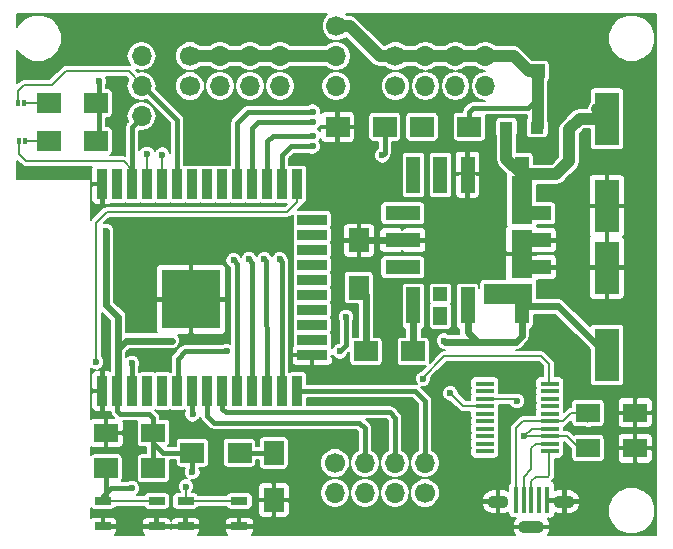
<source format=gtl>
G04 #@! TF.FileFunction,Copper,L1,Top,Signal*
%FSLAX46Y46*%
G04 Gerber Fmt 4.6, Leading zero omitted, Abs format (unit mm)*
G04 Created by KiCad (PCBNEW 4.0.7) date 01/06/19 19:56:26*
%MOMM*%
%LPD*%
G01*
G04 APERTURE LIST*
%ADD10C,0.200000*%
%ADD11C,0.600000*%
%ADD12R,1.600000X0.430000*%
%ADD13C,1.200000*%
%ADD14R,1.200000X1.200000*%
%ADD15R,1.100000X1.000000*%
%ADD16R,2.100000X4.500000*%
%ADD17R,2.000000X1.600000*%
%ADD18R,0.450000X2.300000*%
%ADD19O,1.800000X1.100000*%
%ADD20O,2.200000X1.100000*%
%ADD21O,1.700000X1.700000*%
%ADD22C,1.700000*%
%ADD23R,2.000000X1.700000*%
%ADD24R,1.700000X2.000000*%
%ADD25R,1.450000X0.650000*%
%ADD26R,1.200000X3.000000*%
%ADD27R,3.000000X1.200000*%
%ADD28R,1.150000X1.150000*%
%ADD29R,1.800000X4.080000*%
%ADD30R,4.080000X1.800000*%
%ADD31R,1.200000X1.500000*%
%ADD32R,0.900000X2.500000*%
%ADD33R,2.500000X0.900000*%
%ADD34R,5.000000X5.000000*%
%ADD35R,0.300000X0.500000*%
%ADD36C,0.400000*%
%ADD37C,0.600000*%
%ADD38C,1.000000*%
G04 APERTURE END LIST*
D10*
D11*
X51600000Y-46100000D03*
X50000000Y-36400000D03*
X50000000Y-33800000D03*
X50000000Y-27600000D03*
X50000000Y-25100000D03*
X73700000Y-26800000D03*
X69400000Y-25900000D03*
X67900000Y-21500000D03*
X65100000Y-31800000D03*
X73800000Y-50400000D03*
X73300000Y-39100000D03*
X67500000Y-39100000D03*
X64900000Y-47600000D03*
X67700000Y-51100000D03*
X62900000Y-51500000D03*
X69100000Y-59500000D03*
X58100000Y-63400000D03*
X58100000Y-56300000D03*
X56300000Y-56300000D03*
X56300000Y-54100000D03*
X57200000Y-50500000D03*
X47800000Y-50300000D03*
X53700000Y-54000000D03*
X53700000Y-56300000D03*
X51200000Y-56300000D03*
X48000000Y-56400000D03*
X44500000Y-56300000D03*
X44600000Y-63800000D03*
X44500000Y-62400000D03*
X44500000Y-59900000D03*
X39500000Y-59800000D03*
X33500000Y-62600000D03*
X34100000Y-59400000D03*
X34100000Y-55400000D03*
X30300000Y-46300000D03*
X29800000Y-44400000D03*
X29800000Y-43000000D03*
X29800000Y-41300000D03*
X29800000Y-39700000D03*
X29800000Y-38400000D03*
X34000000Y-39600000D03*
X35300000Y-39600000D03*
X41500000Y-39600000D03*
X41500000Y-38600000D03*
X39000000Y-38500000D03*
X34000000Y-38400000D03*
X36400000Y-32200000D03*
X36400000Y-30400000D03*
X36400000Y-28800000D03*
X32100000Y-31100000D03*
X28800000Y-29600000D03*
X28800000Y-26200000D03*
X33100000Y-25200000D03*
X33100000Y-22000000D03*
X26300000Y-23800000D03*
X28100000Y-21900000D03*
X26300000Y-21900000D03*
X25800000Y-33900000D03*
D12*
X60050000Y-51742000D03*
X60050000Y-52377000D03*
X60050000Y-53012000D03*
X60050000Y-53647000D03*
X60050000Y-54282000D03*
X60050000Y-54917000D03*
X60050000Y-55552000D03*
X60050000Y-56187000D03*
X60050000Y-56822000D03*
X60050000Y-57457000D03*
X65550000Y-57457000D03*
X65550000Y-56822000D03*
X65550000Y-56187000D03*
X65550000Y-55552000D03*
X65550000Y-54917000D03*
X65550000Y-54282000D03*
X65550000Y-53647000D03*
X65550000Y-53012000D03*
X65550000Y-52377000D03*
X65550000Y-51742000D03*
D13*
X64550000Y-22800000D03*
D14*
X64550000Y-25300000D03*
D15*
X61900000Y-30050000D03*
X64500000Y-30050000D03*
D16*
X70400000Y-36700000D03*
X70400000Y-29300000D03*
X70400000Y-41900000D03*
X70400000Y-49300000D03*
D17*
X32000000Y-55900000D03*
X28000000Y-55900000D03*
X68800000Y-57200000D03*
X72800000Y-57200000D03*
X68800000Y-54200000D03*
X72800000Y-54200000D03*
D18*
X64000000Y-61575000D03*
X64650000Y-61575000D03*
X63350000Y-61575000D03*
X65300000Y-61575000D03*
X62700000Y-61575000D03*
D19*
X61200000Y-61725000D03*
X66800000Y-61725000D03*
D20*
X64000000Y-63875000D03*
D21*
X60120000Y-26540000D03*
D22*
X52500000Y-26540000D03*
D21*
X55040000Y-26540000D03*
X57580000Y-26540000D03*
X60120000Y-21460000D03*
X60120000Y-24000000D03*
X57580000Y-21460000D03*
D22*
X52500000Y-21460000D03*
D21*
X55040000Y-21460000D03*
D22*
X52500000Y-24000000D03*
D21*
X55040000Y-24000000D03*
X57580000Y-24000000D03*
D22*
X47500000Y-21460000D03*
D21*
X47500000Y-24000000D03*
X47500000Y-26540000D03*
X42720000Y-26540000D03*
D22*
X35100000Y-26540000D03*
D21*
X37640000Y-26540000D03*
X40180000Y-26540000D03*
X42720000Y-21460000D03*
X42720000Y-24000000D03*
X40180000Y-21460000D03*
D22*
X35100000Y-21460000D03*
D21*
X37640000Y-21460000D03*
D22*
X35100000Y-24000000D03*
D21*
X37640000Y-24000000D03*
X40180000Y-24000000D03*
D23*
X54750000Y-30000000D03*
X58750000Y-30000000D03*
X51600000Y-30000000D03*
X47600000Y-30000000D03*
X54000000Y-49000000D03*
X50000000Y-49000000D03*
D24*
X49400000Y-43600000D03*
X49400000Y-39600000D03*
D23*
X27150000Y-31200000D03*
X23150000Y-31200000D03*
X27150000Y-27975000D03*
X23150000Y-27975000D03*
D25*
X27725000Y-61675000D03*
X32275000Y-61675000D03*
X27725000Y-63825000D03*
X32275000Y-63825000D03*
X34725000Y-61675000D03*
X39275000Y-61675000D03*
X34725000Y-63825000D03*
X39275000Y-63825000D03*
D26*
X58600000Y-34000000D03*
X56310000Y-34000000D03*
X54020000Y-34000000D03*
D27*
X53120000Y-37310000D03*
X53120000Y-39600000D03*
X53120000Y-41890000D03*
D26*
X54020000Y-45200000D03*
X58600000Y-45200000D03*
D27*
X64210000Y-41890000D03*
X64210000Y-39600000D03*
X64210000Y-37310000D03*
D26*
X63180000Y-45200000D03*
D28*
X58600000Y-35030000D03*
D29*
X63180000Y-36170000D03*
X63180000Y-40740000D03*
D30*
X62040000Y-44170000D03*
D28*
X58600000Y-44170000D03*
X54020000Y-44170000D03*
X54020000Y-39600000D03*
X54020000Y-37310000D03*
X54020000Y-35030000D03*
X56310000Y-35030000D03*
X56310000Y-44170000D03*
X54020000Y-41890000D03*
D26*
X63180000Y-34000000D03*
D31*
X56310000Y-46000000D03*
D32*
X27690000Y-34850000D03*
X28960000Y-34850000D03*
X30225000Y-34850000D03*
X31495000Y-34850000D03*
X32765000Y-34850000D03*
X34035000Y-34850000D03*
X35305000Y-34850000D03*
X36575000Y-34850000D03*
X37845000Y-34850000D03*
X39115000Y-34850000D03*
X40385000Y-34850000D03*
X41655000Y-34850000D03*
X42925000Y-34850000D03*
X44195000Y-34850000D03*
D33*
X45450000Y-37885000D03*
X45450000Y-39155000D03*
X45450000Y-40425000D03*
X45450000Y-41695000D03*
X45450000Y-42965000D03*
X45450000Y-44235000D03*
X45450000Y-45505000D03*
X45450000Y-46770000D03*
X45450000Y-48045000D03*
X45450000Y-49315000D03*
D32*
X44195000Y-52350000D03*
X42925000Y-52350000D03*
X41655000Y-52350000D03*
X40385000Y-52350000D03*
X39115000Y-52350000D03*
X37845000Y-52350000D03*
X36575000Y-52350000D03*
X35305000Y-52350000D03*
X34035000Y-52350000D03*
X32765000Y-52350000D03*
X31495000Y-52350000D03*
X30225000Y-52350000D03*
X28960000Y-52350000D03*
X27690000Y-52350000D03*
D34*
X35190000Y-44600000D03*
D21*
X31000000Y-29080000D03*
D22*
X31000000Y-21460000D03*
D21*
X31000000Y-24000000D03*
X31000000Y-26540000D03*
D35*
X20600000Y-31200000D03*
X21100000Y-31200000D03*
X20550000Y-27950000D03*
X21050000Y-27950000D03*
D21*
X55000000Y-58460000D03*
D22*
X47380000Y-58460000D03*
D21*
X49920000Y-58460000D03*
X52460000Y-58460000D03*
X47380000Y-63540000D03*
X47380000Y-61000000D03*
X49920000Y-63540000D03*
D22*
X55000000Y-63540000D03*
D21*
X52460000Y-63540000D03*
D22*
X55000000Y-61000000D03*
D21*
X52460000Y-61000000D03*
X49920000Y-61000000D03*
D23*
X39300000Y-57600000D03*
X35300000Y-57600000D03*
X32000000Y-58900000D03*
X28000000Y-58900000D03*
D24*
X42200000Y-61600000D03*
X42200000Y-57600000D03*
D11*
X21700000Y-33900000D03*
X28000000Y-38800000D03*
X33600000Y-48100000D03*
X35300000Y-59225000D03*
X27400000Y-26150000D03*
X56600000Y-48100000D03*
X62800000Y-53200000D03*
X63400000Y-56200000D03*
X30200000Y-50000000D03*
X30200000Y-60600000D03*
X34750000Y-60450000D03*
X27150000Y-49900000D03*
X31450000Y-32300000D03*
X57150000Y-52550000D03*
X32750000Y-32350000D03*
X54850000Y-51300000D03*
X45500000Y-31650000D03*
X45500000Y-28700000D03*
X45500000Y-29600000D03*
X45500000Y-30750000D03*
X42700000Y-41200000D03*
X38800000Y-41300000D03*
X40100000Y-41200000D03*
X41400000Y-41200000D03*
X35325000Y-54325000D03*
X51400000Y-32400000D03*
X48300000Y-46100000D03*
X47800000Y-49000000D03*
X38200000Y-49000000D03*
D36*
X55040000Y-21460000D02*
X52500000Y-21460000D01*
X37640000Y-21460000D02*
X35100000Y-21460000D01*
X52460000Y-63540000D02*
X55000000Y-63540000D01*
X65300000Y-61575000D02*
X66650000Y-61575000D01*
X66650000Y-61575000D02*
X66800000Y-61725000D01*
D37*
X49400000Y-39600000D02*
X53120000Y-39600000D01*
D38*
X63180000Y-34000000D02*
X66100000Y-34000000D01*
X68100000Y-29300000D02*
X70400000Y-29300000D01*
X67200000Y-30200000D02*
X68100000Y-29300000D01*
X67200000Y-32900000D02*
X67200000Y-30200000D01*
X66100000Y-34000000D02*
X67200000Y-32900000D01*
X61900000Y-30050000D02*
X61900000Y-32720000D01*
X61900000Y-32720000D02*
X63180000Y-34000000D01*
X69600000Y-28500000D02*
X70400000Y-29300000D01*
D37*
X29000000Y-48800000D02*
X29000000Y-46100000D01*
X28000000Y-45100000D02*
X28000000Y-38800000D01*
X29000000Y-46100000D02*
X28000000Y-45100000D01*
X29000000Y-48800000D02*
X29000000Y-52310000D01*
X29700000Y-48100000D02*
X29000000Y-48800000D01*
X33600000Y-48100000D02*
X29700000Y-48100000D01*
X29000000Y-52310000D02*
X28960000Y-52350000D01*
D36*
X35300000Y-57600000D02*
X35300000Y-59225000D01*
X32000000Y-55900000D02*
X32000000Y-56750000D01*
X32850000Y-57600000D02*
X35300000Y-57600000D01*
X32000000Y-56750000D02*
X32850000Y-57600000D01*
X27400000Y-27900000D02*
X27400000Y-26150000D01*
X27400000Y-31200000D02*
X27400000Y-27900000D01*
X32000000Y-55900000D02*
X32000000Y-58900000D01*
X28960000Y-52350000D02*
X28960000Y-54060000D01*
X32000000Y-54650000D02*
X32000000Y-55900000D01*
X31650000Y-54300000D02*
X32000000Y-54650000D01*
X29200000Y-54300000D02*
X31650000Y-54300000D01*
X28960000Y-54060000D02*
X29200000Y-54300000D01*
D37*
X59500000Y-48200000D02*
X56700000Y-48200000D01*
X56700000Y-48200000D02*
X56600000Y-48100000D01*
X58600000Y-45200000D02*
X58600000Y-47400000D01*
X63180000Y-47720000D02*
X63180000Y-45200000D01*
X62700000Y-48200000D02*
X63180000Y-47720000D01*
X59400000Y-48200000D02*
X59500000Y-48200000D01*
X59500000Y-48200000D02*
X62700000Y-48200000D01*
X58600000Y-47400000D02*
X59400000Y-48200000D01*
X63180000Y-45200000D02*
X66300000Y-45200000D01*
X66300000Y-45200000D02*
X70400000Y-49300000D01*
D10*
X65512000Y-56188000D02*
X66988000Y-56188000D01*
X66988000Y-56188000D02*
X68000000Y-57200000D01*
X68000000Y-57200000D02*
X68800000Y-57200000D01*
X65512000Y-55552000D02*
X64048000Y-55552000D01*
X64048000Y-55552000D02*
X63400000Y-56200000D01*
X65512000Y-56188000D02*
X63412000Y-56188000D01*
X62612000Y-53012000D02*
X60088000Y-53012000D01*
X62800000Y-53200000D02*
X62612000Y-53012000D01*
X63412000Y-56188000D02*
X63400000Y-56200000D01*
X65512000Y-54918000D02*
X66682000Y-54918000D01*
X67400000Y-54200000D02*
X68800000Y-54200000D01*
X66682000Y-54918000D02*
X67400000Y-54200000D01*
X68718000Y-54918000D02*
X68800000Y-55000000D01*
X62700000Y-61575000D02*
X62700000Y-55500000D01*
X63282000Y-54918000D02*
X65512000Y-54918000D01*
X62700000Y-55500000D02*
X63282000Y-54918000D01*
D36*
X58750000Y-30000000D02*
X58750000Y-28750000D01*
X63700000Y-28400000D02*
X64550000Y-27550000D01*
X59100000Y-28400000D02*
X63700000Y-28400000D01*
X58750000Y-28750000D02*
X59100000Y-28400000D01*
D38*
X64550000Y-25300000D02*
X64550000Y-27550000D01*
X64550000Y-27550000D02*
X64550000Y-30000000D01*
X64550000Y-30000000D02*
X64500000Y-30050000D01*
X64550000Y-25300000D02*
X63800000Y-25300000D01*
X62500000Y-24000000D02*
X57580000Y-24000000D01*
X63800000Y-25300000D02*
X62500000Y-24000000D01*
X57580000Y-24000000D02*
X55040000Y-24000000D01*
X55040000Y-24000000D02*
X52500000Y-24000000D01*
X52500000Y-24000000D02*
X51150000Y-24000000D01*
X51150000Y-24000000D02*
X48610000Y-21460000D01*
X48610000Y-21460000D02*
X47500000Y-21460000D01*
D36*
X27725000Y-61675000D02*
X27725000Y-61275000D01*
X30225000Y-50025000D02*
X30225000Y-52350000D01*
X30200000Y-50000000D02*
X30225000Y-50025000D01*
X28400000Y-60600000D02*
X30200000Y-60600000D01*
X27725000Y-61275000D02*
X28400000Y-60600000D01*
X28000000Y-58900000D02*
X28000000Y-61400000D01*
X28000000Y-61400000D02*
X27725000Y-61675000D01*
D10*
X27725000Y-61675000D02*
X32275000Y-61675000D01*
X27800000Y-61600000D02*
X27725000Y-61675000D01*
X44195000Y-34850000D02*
X44195000Y-36355000D01*
X34725000Y-60475000D02*
X34725000Y-61675000D01*
X34750000Y-60450000D02*
X34725000Y-60475000D01*
X27150000Y-38100000D02*
X27150000Y-49900000D01*
X28050000Y-37200000D02*
X27150000Y-38100000D01*
X43350000Y-37200000D02*
X28050000Y-37200000D01*
X44195000Y-36355000D02*
X43350000Y-37200000D01*
X34725000Y-61675000D02*
X39275000Y-61675000D01*
X60088000Y-53648000D02*
X58248000Y-53648000D01*
X31495000Y-32345000D02*
X31495000Y-34850000D01*
X31450000Y-32300000D02*
X31495000Y-32345000D01*
X57150000Y-52550000D02*
X57150000Y-52550000D01*
X58248000Y-53648000D02*
X57150000Y-52550000D01*
X31545000Y-35855000D02*
X31545000Y-33750000D01*
X64000000Y-61575000D02*
X64000000Y-60000000D01*
X65512000Y-59488000D02*
X65512000Y-57458000D01*
X65400000Y-59600000D02*
X65512000Y-59488000D01*
X64400000Y-59600000D02*
X65400000Y-59600000D01*
X64000000Y-60000000D02*
X64400000Y-59600000D01*
X65512000Y-56822000D02*
X64378000Y-56822000D01*
X63350000Y-59650000D02*
X63350000Y-61575000D01*
X64000000Y-59000000D02*
X63350000Y-59650000D01*
X64000000Y-57200000D02*
X64000000Y-59000000D01*
X64378000Y-56822000D02*
X64000000Y-57200000D01*
X65512000Y-51742000D02*
X65512000Y-50062000D01*
X32765000Y-32365000D02*
X32765000Y-34850000D01*
X32750000Y-32350000D02*
X32765000Y-32365000D01*
X54750000Y-51300000D02*
X54850000Y-51300000D01*
X56650000Y-49400000D02*
X54750000Y-51300000D01*
X64850000Y-49400000D02*
X56650000Y-49400000D01*
X65512000Y-50062000D02*
X64850000Y-49400000D01*
X32815000Y-35885000D02*
X32815000Y-33750000D01*
D36*
X42925000Y-34850000D02*
X42925000Y-32375000D01*
X43650000Y-31650000D02*
X45500000Y-31650000D01*
X42925000Y-32375000D02*
X43650000Y-31650000D01*
X39115000Y-34850000D02*
X39115000Y-29635000D01*
X40050000Y-28700000D02*
X45500000Y-28700000D01*
X39115000Y-29635000D02*
X40050000Y-28700000D01*
X40385000Y-34850000D02*
X40385000Y-30115000D01*
X40900000Y-29600000D02*
X45500000Y-29600000D01*
X40385000Y-30115000D02*
X40900000Y-29600000D01*
X41655000Y-34850000D02*
X41655000Y-31195000D01*
X42100000Y-30750000D02*
X45500000Y-30750000D01*
X41655000Y-31195000D02*
X42100000Y-30750000D01*
D38*
X35100000Y-24000000D02*
X37640000Y-24000000D01*
X37640000Y-24000000D02*
X40180000Y-24000000D01*
X40180000Y-24000000D02*
X42720000Y-24000000D01*
X42720000Y-24000000D02*
X47500000Y-24000000D01*
D36*
X42925000Y-52350000D02*
X42925000Y-41425000D01*
X42925000Y-41425000D02*
X42700000Y-41200000D01*
X39115000Y-52350000D02*
X39115000Y-41615000D01*
X39115000Y-41615000D02*
X38800000Y-41300000D01*
X40385000Y-52350000D02*
X40385000Y-41485000D01*
X40385000Y-41485000D02*
X40100000Y-41200000D01*
X41655000Y-52350000D02*
X41555000Y-41355000D01*
X41555000Y-41355000D02*
X41400000Y-41200000D01*
X35305000Y-52350000D02*
X35305000Y-54305000D01*
X35305000Y-54305000D02*
X35325000Y-54325000D01*
X36575000Y-52350000D02*
X36575000Y-54475000D01*
X49920000Y-55520000D02*
X49920000Y-58460000D01*
X49450000Y-55050000D02*
X49920000Y-55520000D01*
X37150000Y-55050000D02*
X49450000Y-55050000D01*
X36575000Y-54475000D02*
X37150000Y-55050000D01*
X37845000Y-52350000D02*
X37845000Y-53845000D01*
X52460000Y-54610000D02*
X52460000Y-58460000D01*
X52000000Y-54150000D02*
X52460000Y-54610000D01*
X38150000Y-54150000D02*
X52000000Y-54150000D01*
X37845000Y-53845000D02*
X38150000Y-54150000D01*
X34085000Y-51250000D02*
X34085000Y-49615000D01*
X51600000Y-32200000D02*
X51600000Y-30000000D01*
X51400000Y-32400000D02*
X51600000Y-32200000D01*
X48300000Y-48500000D02*
X48300000Y-46100000D01*
X47800000Y-49000000D02*
X48300000Y-48500000D01*
X34700000Y-49000000D02*
X38200000Y-49000000D01*
X34085000Y-49615000D02*
X34700000Y-49000000D01*
D37*
X54020000Y-45200000D02*
X54020000Y-48980000D01*
X54020000Y-48980000D02*
X54000000Y-49000000D01*
X50000000Y-49000000D02*
X50000000Y-44200000D01*
X50000000Y-44200000D02*
X49400000Y-43600000D01*
D10*
X31150000Y-26540000D02*
X31150000Y-26500000D01*
X31150000Y-26500000D02*
X29900000Y-25250000D01*
X20550000Y-26950000D02*
X20550000Y-27950000D01*
X21050000Y-26450000D02*
X20550000Y-26950000D01*
X23400000Y-26450000D02*
X21050000Y-26450000D01*
X24600000Y-25250000D02*
X23400000Y-26450000D01*
X29900000Y-25250000D02*
X24600000Y-25250000D01*
X31150000Y-26540000D02*
X31040000Y-26540000D01*
D36*
X34035000Y-34850000D02*
X34035000Y-29425000D01*
X34035000Y-29425000D02*
X31150000Y-26540000D01*
D10*
X21100000Y-31200000D02*
X23400000Y-31200000D01*
X21050000Y-27950000D02*
X23350000Y-27950000D01*
X23350000Y-27950000D02*
X23400000Y-27900000D01*
X20600000Y-31200000D02*
X20600000Y-32300000D01*
X29500000Y-32900000D02*
X30225000Y-33625000D01*
X21200000Y-32900000D02*
X29500000Y-32900000D01*
X20600000Y-32300000D02*
X21200000Y-32900000D01*
X30225000Y-33625000D02*
X30225000Y-34850000D01*
X30730000Y-29500000D02*
X31150000Y-29080000D01*
D36*
X30225000Y-34850000D02*
X30225000Y-30005000D01*
X30225000Y-30005000D02*
X31150000Y-29080000D01*
X44195000Y-52350000D02*
X54175000Y-52350000D01*
X55000000Y-53175000D02*
X55000000Y-58460000D01*
X54175000Y-52350000D02*
X55000000Y-53175000D01*
X42400000Y-57600000D02*
X42425000Y-57625000D01*
X39300000Y-57600000D02*
X42400000Y-57600000D01*
D10*
G36*
X46440919Y-20751007D02*
X46250217Y-21210269D01*
X46249783Y-21707550D01*
X46439684Y-22167143D01*
X46791007Y-22519081D01*
X47250269Y-22709783D01*
X47747550Y-22710217D01*
X48207143Y-22520316D01*
X48302417Y-22425209D01*
X50513604Y-24636396D01*
X50805585Y-24831492D01*
X51150000Y-24900000D01*
X51632204Y-24900000D01*
X51791007Y-25059081D01*
X52250269Y-25249783D01*
X52747550Y-25250217D01*
X53207143Y-25060316D01*
X53367740Y-24900000D01*
X54150523Y-24900000D01*
X54156117Y-24908372D01*
X54561646Y-25179338D01*
X55017432Y-25270000D01*
X54561646Y-25360662D01*
X54156117Y-25631628D01*
X53885151Y-26037157D01*
X53790000Y-26515511D01*
X53790000Y-26564489D01*
X53885151Y-27042843D01*
X54156117Y-27448372D01*
X54561646Y-27719338D01*
X55040000Y-27814489D01*
X55518354Y-27719338D01*
X55923883Y-27448372D01*
X56194849Y-27042843D01*
X56290000Y-26564489D01*
X56290000Y-26515511D01*
X56194849Y-26037157D01*
X55923883Y-25631628D01*
X55518354Y-25360662D01*
X55062568Y-25270000D01*
X55518354Y-25179338D01*
X55923883Y-24908372D01*
X55929477Y-24900000D01*
X56690523Y-24900000D01*
X56696117Y-24908372D01*
X57101646Y-25179338D01*
X57557432Y-25270000D01*
X57101646Y-25360662D01*
X56696117Y-25631628D01*
X56425151Y-26037157D01*
X56330000Y-26515511D01*
X56330000Y-26564489D01*
X56425151Y-27042843D01*
X56696117Y-27448372D01*
X57101646Y-27719338D01*
X57580000Y-27814489D01*
X58058354Y-27719338D01*
X58463883Y-27448372D01*
X58734849Y-27042843D01*
X58830000Y-26564489D01*
X58830000Y-26515511D01*
X58734849Y-26037157D01*
X58463883Y-25631628D01*
X58058354Y-25360662D01*
X57602568Y-25270000D01*
X58058354Y-25179338D01*
X58463883Y-24908372D01*
X58469477Y-24900000D01*
X59230523Y-24900000D01*
X59236117Y-24908372D01*
X59641646Y-25179338D01*
X60097432Y-25270000D01*
X59641646Y-25360662D01*
X59236117Y-25631628D01*
X58965151Y-26037157D01*
X58870000Y-26515511D01*
X58870000Y-26564489D01*
X58965151Y-27042843D01*
X59236117Y-27448372D01*
X59641646Y-27719338D01*
X60047159Y-27800000D01*
X59100000Y-27800000D01*
X58870390Y-27845672D01*
X58675736Y-27975736D01*
X58325736Y-28325736D01*
X58195672Y-28520390D01*
X58151559Y-28742164D01*
X57750000Y-28742164D01*
X57601769Y-28770056D01*
X57465628Y-28857660D01*
X57374296Y-28991329D01*
X57342164Y-29150000D01*
X57342164Y-30850000D01*
X57370056Y-30998231D01*
X57457660Y-31134372D01*
X57591329Y-31225704D01*
X57750000Y-31257836D01*
X59750000Y-31257836D01*
X59898231Y-31229944D01*
X60034372Y-31142340D01*
X60125704Y-31008671D01*
X60157836Y-30850000D01*
X60157836Y-29550000D01*
X60942164Y-29550000D01*
X60942164Y-30550000D01*
X60970056Y-30698231D01*
X61000000Y-30744765D01*
X61000000Y-32720000D01*
X61068508Y-33064415D01*
X61263604Y-33356396D01*
X61899958Y-33992750D01*
X61872164Y-34130000D01*
X61872164Y-38210000D01*
X61900056Y-38358231D01*
X61905775Y-38367119D01*
X61856121Y-38416773D01*
X61780000Y-38600544D01*
X61780000Y-40515000D01*
X61905000Y-40640000D01*
X62465690Y-40640000D01*
X62610544Y-40700000D01*
X63985000Y-40700000D01*
X64045000Y-40640000D01*
X64375000Y-40640000D01*
X64435000Y-40700000D01*
X65809456Y-40700000D01*
X65993227Y-40623880D01*
X66133879Y-40483227D01*
X66210000Y-40299456D01*
X66210000Y-39825000D01*
X66085000Y-39700000D01*
X64580000Y-39700000D01*
X64580000Y-39500000D01*
X66085000Y-39500000D01*
X66210000Y-39375000D01*
X66210000Y-38900544D01*
X66133879Y-38716773D01*
X65993227Y-38576120D01*
X65809456Y-38500000D01*
X64538353Y-38500000D01*
X64503879Y-38416773D01*
X64455716Y-38368610D01*
X64465998Y-38317836D01*
X65710000Y-38317836D01*
X65858231Y-38289944D01*
X65994372Y-38202340D01*
X66085704Y-38068671D01*
X66117836Y-37910000D01*
X66117836Y-36925000D01*
X68850000Y-36925000D01*
X68850000Y-39049456D01*
X68926120Y-39233227D01*
X68992893Y-39300000D01*
X68926120Y-39366773D01*
X68850000Y-39550544D01*
X68850000Y-41675000D01*
X68975000Y-41800000D01*
X70300000Y-41800000D01*
X70300000Y-36800000D01*
X70500000Y-36800000D01*
X70500000Y-41800000D01*
X71825000Y-41800000D01*
X71950000Y-41675000D01*
X71950000Y-39550544D01*
X71873880Y-39366773D01*
X71807107Y-39300000D01*
X71873880Y-39233227D01*
X71950000Y-39049456D01*
X71950000Y-36925000D01*
X71825000Y-36800000D01*
X70500000Y-36800000D01*
X70300000Y-36800000D01*
X68975000Y-36800000D01*
X68850000Y-36925000D01*
X66117836Y-36925000D01*
X66117836Y-36710000D01*
X66089944Y-36561769D01*
X66002340Y-36425628D01*
X65868671Y-36334296D01*
X65710000Y-36302164D01*
X64487836Y-36302164D01*
X64487836Y-34900000D01*
X66100000Y-34900000D01*
X66444415Y-34831492D01*
X66736396Y-34636396D01*
X67022248Y-34350544D01*
X68850000Y-34350544D01*
X68850000Y-36475000D01*
X68975000Y-36600000D01*
X70300000Y-36600000D01*
X70300000Y-34075000D01*
X70500000Y-34075000D01*
X70500000Y-36600000D01*
X71825000Y-36600000D01*
X71950000Y-36475000D01*
X71950000Y-34350544D01*
X71873880Y-34166773D01*
X71733227Y-34026121D01*
X71549456Y-33950000D01*
X70625000Y-33950000D01*
X70500000Y-34075000D01*
X70300000Y-34075000D01*
X70175000Y-33950000D01*
X69250544Y-33950000D01*
X69066773Y-34026121D01*
X68926120Y-34166773D01*
X68850000Y-34350544D01*
X67022248Y-34350544D01*
X67836396Y-33536396D01*
X68031492Y-33244415D01*
X68100000Y-32900000D01*
X68100000Y-30572792D01*
X68472792Y-30200000D01*
X68942164Y-30200000D01*
X68942164Y-31550000D01*
X68970056Y-31698231D01*
X69057660Y-31834372D01*
X69191329Y-31925704D01*
X69350000Y-31957836D01*
X71450000Y-31957836D01*
X71598231Y-31929944D01*
X71734372Y-31842340D01*
X71825704Y-31708671D01*
X71857836Y-31550000D01*
X71857836Y-27050000D01*
X71829944Y-26901769D01*
X71742340Y-26765628D01*
X71608671Y-26674296D01*
X71450000Y-26642164D01*
X69350000Y-26642164D01*
X69201769Y-26670056D01*
X69065628Y-26757660D01*
X68974296Y-26891329D01*
X68942164Y-27050000D01*
X68942164Y-27895691D01*
X68768508Y-28155585D01*
X68719891Y-28400000D01*
X68100000Y-28400000D01*
X67755584Y-28468508D01*
X67463604Y-28663604D01*
X66563604Y-29563604D01*
X66368508Y-29855585D01*
X66300000Y-30200000D01*
X66300000Y-32527208D01*
X65727208Y-33100000D01*
X64187836Y-33100000D01*
X64187836Y-32500000D01*
X64159944Y-32351769D01*
X64072340Y-32215628D01*
X63938671Y-32124296D01*
X63780000Y-32092164D01*
X62800000Y-32092164D01*
X62800000Y-30746290D01*
X62825704Y-30708671D01*
X62857836Y-30550000D01*
X62857836Y-29550000D01*
X62829944Y-29401769D01*
X62742340Y-29265628D01*
X62608671Y-29174296D01*
X62450000Y-29142164D01*
X61350000Y-29142164D01*
X61201769Y-29170056D01*
X61065628Y-29257660D01*
X60974296Y-29391329D01*
X60942164Y-29550000D01*
X60157836Y-29550000D01*
X60157836Y-29150000D01*
X60129944Y-29001769D01*
X60128806Y-29000000D01*
X63650000Y-29000000D01*
X63650000Y-29280532D01*
X63574296Y-29391329D01*
X63542164Y-29550000D01*
X63542164Y-30550000D01*
X63570056Y-30698231D01*
X63657660Y-30834372D01*
X63791329Y-30925704D01*
X63950000Y-30957836D01*
X65050000Y-30957836D01*
X65198231Y-30929944D01*
X65334372Y-30842340D01*
X65425704Y-30708671D01*
X65457836Y-30550000D01*
X65457836Y-29550000D01*
X65450000Y-29508356D01*
X65450000Y-26169468D01*
X65525704Y-26058671D01*
X65557836Y-25900000D01*
X65557836Y-24700000D01*
X65529944Y-24551769D01*
X65442340Y-24415628D01*
X65308671Y-24324296D01*
X65150000Y-24292164D01*
X64064956Y-24292164D01*
X63136396Y-23363604D01*
X62844415Y-23168508D01*
X62500000Y-23100000D01*
X61009477Y-23100000D01*
X61003883Y-23091628D01*
X60711224Y-22896079D01*
X70499654Y-22896079D01*
X70803494Y-23631429D01*
X71365612Y-24194529D01*
X72100430Y-24499652D01*
X72896079Y-24500346D01*
X73631429Y-24196506D01*
X74194529Y-23634388D01*
X74499652Y-22899570D01*
X74500346Y-22103921D01*
X74196506Y-21368571D01*
X73634388Y-20805471D01*
X72899570Y-20500348D01*
X72103921Y-20499654D01*
X71368571Y-20803494D01*
X70805471Y-21365612D01*
X70500348Y-22100430D01*
X70499654Y-22896079D01*
X60711224Y-22896079D01*
X60598354Y-22820662D01*
X60120000Y-22725511D01*
X59641646Y-22820662D01*
X59236117Y-23091628D01*
X59230523Y-23100000D01*
X58469477Y-23100000D01*
X58463883Y-23091628D01*
X58058354Y-22820662D01*
X57580000Y-22725511D01*
X57101646Y-22820662D01*
X56696117Y-23091628D01*
X56690523Y-23100000D01*
X55929477Y-23100000D01*
X55923883Y-23091628D01*
X55518354Y-22820662D01*
X55040000Y-22725511D01*
X54561646Y-22820662D01*
X54156117Y-23091628D01*
X54150523Y-23100000D01*
X53367796Y-23100000D01*
X53208993Y-22940919D01*
X52749731Y-22750217D01*
X52252450Y-22749783D01*
X51792857Y-22939684D01*
X51632260Y-23100000D01*
X51522792Y-23100000D01*
X49246396Y-20823604D01*
X48954415Y-20628508D01*
X48610000Y-20560000D01*
X48367796Y-20560000D01*
X48282945Y-20475000D01*
X74525000Y-20475000D01*
X74525000Y-64525000D01*
X65374889Y-64525000D01*
X65558342Y-64184429D01*
X65566715Y-64137278D01*
X65469579Y-63975000D01*
X64100000Y-63975000D01*
X64100000Y-63995000D01*
X63900000Y-63995000D01*
X63900000Y-63975000D01*
X62530421Y-63975000D01*
X62433285Y-64137278D01*
X62441658Y-64184429D01*
X62625111Y-64525000D01*
X40332106Y-64525000D01*
X40423880Y-64433227D01*
X40500000Y-64249456D01*
X40500000Y-64050000D01*
X40375000Y-63925000D01*
X39375000Y-63925000D01*
X39375000Y-63945000D01*
X39175000Y-63945000D01*
X39175000Y-63925000D01*
X38175000Y-63925000D01*
X38050000Y-64050000D01*
X38050000Y-64249456D01*
X38126120Y-64433227D01*
X38217894Y-64525000D01*
X35782106Y-64525000D01*
X35873880Y-64433227D01*
X35950000Y-64249456D01*
X35950000Y-64050000D01*
X35825000Y-63925000D01*
X34825000Y-63925000D01*
X34825000Y-63945000D01*
X34625000Y-63945000D01*
X34625000Y-63925000D01*
X33625000Y-63925000D01*
X33500000Y-64050000D01*
X33375000Y-63925000D01*
X32375000Y-63925000D01*
X32375000Y-63945000D01*
X32175000Y-63945000D01*
X32175000Y-63925000D01*
X31175000Y-63925000D01*
X31050000Y-64050000D01*
X31050000Y-64249456D01*
X31126120Y-64433227D01*
X31217894Y-64525000D01*
X28782106Y-64525000D01*
X28873880Y-64433227D01*
X28950000Y-64249456D01*
X28950000Y-64050000D01*
X28825000Y-63925000D01*
X27825000Y-63925000D01*
X27825000Y-63945000D01*
X27625000Y-63945000D01*
X27625000Y-63925000D01*
X27605000Y-63925000D01*
X27605000Y-63725000D01*
X27625000Y-63725000D01*
X27625000Y-63125000D01*
X27825000Y-63125000D01*
X27825000Y-63725000D01*
X28825000Y-63725000D01*
X28950000Y-63600000D01*
X28950000Y-63400544D01*
X31050000Y-63400544D01*
X31050000Y-63600000D01*
X31175000Y-63725000D01*
X32175000Y-63725000D01*
X32175000Y-63125000D01*
X32375000Y-63125000D01*
X32375000Y-63725000D01*
X33375000Y-63725000D01*
X33500000Y-63600000D01*
X33625000Y-63725000D01*
X34625000Y-63725000D01*
X34625000Y-63125000D01*
X34825000Y-63125000D01*
X34825000Y-63725000D01*
X35825000Y-63725000D01*
X35950000Y-63600000D01*
X35950000Y-63400544D01*
X38050000Y-63400544D01*
X38050000Y-63600000D01*
X38175000Y-63725000D01*
X39175000Y-63725000D01*
X39175000Y-63125000D01*
X39375000Y-63125000D01*
X39375000Y-63725000D01*
X40375000Y-63725000D01*
X40500000Y-63600000D01*
X40500000Y-63400544D01*
X40423880Y-63216773D01*
X40283227Y-63076121D01*
X40099456Y-63000000D01*
X39500000Y-63000000D01*
X39375000Y-63125000D01*
X39175000Y-63125000D01*
X39050000Y-63000000D01*
X38450544Y-63000000D01*
X38266773Y-63076121D01*
X38126120Y-63216773D01*
X38050000Y-63400544D01*
X35950000Y-63400544D01*
X35873880Y-63216773D01*
X35733227Y-63076121D01*
X35549456Y-63000000D01*
X34950000Y-63000000D01*
X34825000Y-63125000D01*
X34625000Y-63125000D01*
X34500000Y-63000000D01*
X33900544Y-63000000D01*
X33716773Y-63076121D01*
X33576120Y-63216773D01*
X33500000Y-63400544D01*
X33423880Y-63216773D01*
X33283227Y-63076121D01*
X33099456Y-63000000D01*
X32500000Y-63000000D01*
X32375000Y-63125000D01*
X32175000Y-63125000D01*
X32050000Y-63000000D01*
X31450544Y-63000000D01*
X31266773Y-63076121D01*
X31126120Y-63216773D01*
X31050000Y-63400544D01*
X28950000Y-63400544D01*
X28873880Y-63216773D01*
X28733227Y-63076121D01*
X28549456Y-63000000D01*
X27950000Y-63000000D01*
X27825000Y-63125000D01*
X27625000Y-63125000D01*
X27500000Y-63000000D01*
X26900544Y-63000000D01*
X26716773Y-63076121D01*
X26700000Y-63092894D01*
X26700000Y-62272468D01*
X26707660Y-62284372D01*
X26841329Y-62375704D01*
X27000000Y-62407836D01*
X28450000Y-62407836D01*
X28598231Y-62379944D01*
X28734372Y-62292340D01*
X28814547Y-62175000D01*
X31187281Y-62175000D01*
X31257660Y-62284372D01*
X31391329Y-62375704D01*
X31550000Y-62407836D01*
X33000000Y-62407836D01*
X33148231Y-62379944D01*
X33284372Y-62292340D01*
X33375704Y-62158671D01*
X33407836Y-62000000D01*
X33407836Y-61350000D01*
X33379944Y-61201769D01*
X33292340Y-61065628D01*
X33158671Y-60974296D01*
X33000000Y-60942164D01*
X31550000Y-60942164D01*
X31401769Y-60970056D01*
X31265628Y-61057660D01*
X31185453Y-61175000D01*
X30614810Y-61175000D01*
X30793085Y-60997036D01*
X30899878Y-60739850D01*
X30900121Y-60461372D01*
X30793777Y-60204000D01*
X30597036Y-60006915D01*
X30339850Y-59900122D01*
X30061372Y-59899879D01*
X29819061Y-60000000D01*
X29313302Y-60000000D01*
X29375704Y-59908671D01*
X29407836Y-59750000D01*
X29407836Y-58050000D01*
X29379944Y-57901769D01*
X29292340Y-57765628D01*
X29158671Y-57674296D01*
X29000000Y-57642164D01*
X27000000Y-57642164D01*
X26851769Y-57670056D01*
X26715628Y-57757660D01*
X26700000Y-57780532D01*
X26700000Y-57107107D01*
X26716773Y-57123880D01*
X26900544Y-57200000D01*
X27775000Y-57200000D01*
X27900000Y-57075000D01*
X27900000Y-56000000D01*
X28100000Y-56000000D01*
X28100000Y-57075000D01*
X28225000Y-57200000D01*
X29099456Y-57200000D01*
X29283227Y-57123880D01*
X29423879Y-56983227D01*
X29500000Y-56799456D01*
X29500000Y-56125000D01*
X29375000Y-56000000D01*
X28100000Y-56000000D01*
X27900000Y-56000000D01*
X27880000Y-56000000D01*
X27880000Y-55800000D01*
X27900000Y-55800000D01*
X27900000Y-54725000D01*
X27775000Y-54600000D01*
X26900544Y-54600000D01*
X26716773Y-54676120D01*
X26700000Y-54692893D01*
X26700000Y-52575000D01*
X26740000Y-52575000D01*
X26740000Y-53699456D01*
X26816120Y-53883227D01*
X26956773Y-54023879D01*
X27140544Y-54100000D01*
X27465000Y-54100000D01*
X27590000Y-53975000D01*
X27590000Y-52450000D01*
X26865000Y-52450000D01*
X26740000Y-52575000D01*
X26700000Y-52575000D01*
X26700000Y-50440028D01*
X26752964Y-50493085D01*
X27010150Y-50599878D01*
X27149962Y-50600000D01*
X27140544Y-50600000D01*
X26956773Y-50676121D01*
X26816120Y-50816773D01*
X26740000Y-51000544D01*
X26740000Y-52125000D01*
X26865000Y-52250000D01*
X27590000Y-52250000D01*
X27590000Y-50725000D01*
X27465000Y-50600000D01*
X27288921Y-50600000D01*
X27546000Y-50493777D01*
X27743085Y-50297036D01*
X27849878Y-50039850D01*
X27850121Y-49761372D01*
X27743777Y-49504000D01*
X27650000Y-49410059D01*
X27650000Y-45739950D01*
X28300000Y-46389949D01*
X28300000Y-50625078D01*
X28239456Y-50600000D01*
X27915000Y-50600000D01*
X27790000Y-50725000D01*
X27790000Y-52250000D01*
X27810000Y-52250000D01*
X27810000Y-52450000D01*
X27790000Y-52450000D01*
X27790000Y-53975000D01*
X27915000Y-54100000D01*
X28239456Y-54100000D01*
X28360000Y-54050069D01*
X28360000Y-54060000D01*
X28405672Y-54289610D01*
X28535736Y-54484264D01*
X28651472Y-54600000D01*
X28225000Y-54600000D01*
X28100000Y-54725000D01*
X28100000Y-55800000D01*
X29375000Y-55800000D01*
X29500000Y-55675000D01*
X29500000Y-55000544D01*
X29458353Y-54900000D01*
X30652535Y-54900000D01*
X30624296Y-54941329D01*
X30592164Y-55100000D01*
X30592164Y-56700000D01*
X30620056Y-56848231D01*
X30707660Y-56984372D01*
X30841329Y-57075704D01*
X31000000Y-57107836D01*
X31400000Y-57107836D01*
X31400000Y-57642164D01*
X31000000Y-57642164D01*
X30851769Y-57670056D01*
X30715628Y-57757660D01*
X30624296Y-57891329D01*
X30592164Y-58050000D01*
X30592164Y-59750000D01*
X30620056Y-59898231D01*
X30707660Y-60034372D01*
X30841329Y-60125704D01*
X31000000Y-60157836D01*
X33000000Y-60157836D01*
X33148231Y-60129944D01*
X33284372Y-60042340D01*
X33375704Y-59908671D01*
X33407836Y-59750000D01*
X33407836Y-58200000D01*
X33892164Y-58200000D01*
X33892164Y-58450000D01*
X33920056Y-58598231D01*
X34007660Y-58734372D01*
X34141329Y-58825704D01*
X34300000Y-58857836D01*
X34694511Y-58857836D01*
X34600122Y-59085150D01*
X34599879Y-59363628D01*
X34706223Y-59621000D01*
X34835072Y-59750074D01*
X34611372Y-59749879D01*
X34354000Y-59856223D01*
X34156915Y-60052964D01*
X34050122Y-60310150D01*
X34049879Y-60588628D01*
X34156223Y-60846000D01*
X34225000Y-60914897D01*
X34225000Y-60942164D01*
X34000000Y-60942164D01*
X33851769Y-60970056D01*
X33715628Y-61057660D01*
X33624296Y-61191329D01*
X33592164Y-61350000D01*
X33592164Y-62000000D01*
X33620056Y-62148231D01*
X33707660Y-62284372D01*
X33841329Y-62375704D01*
X34000000Y-62407836D01*
X35450000Y-62407836D01*
X35598231Y-62379944D01*
X35734372Y-62292340D01*
X35814547Y-62175000D01*
X38187281Y-62175000D01*
X38257660Y-62284372D01*
X38391329Y-62375704D01*
X38550000Y-62407836D01*
X40000000Y-62407836D01*
X40148231Y-62379944D01*
X40284372Y-62292340D01*
X40375704Y-62158671D01*
X40407836Y-62000000D01*
X40407836Y-61825000D01*
X40850000Y-61825000D01*
X40850000Y-62699456D01*
X40926120Y-62883227D01*
X41066773Y-63023879D01*
X41250544Y-63100000D01*
X41975000Y-63100000D01*
X42100000Y-62975000D01*
X42100000Y-61700000D01*
X42300000Y-61700000D01*
X42300000Y-62975000D01*
X42425000Y-63100000D01*
X43149456Y-63100000D01*
X43333227Y-63023879D01*
X43473880Y-62883227D01*
X43550000Y-62699456D01*
X43550000Y-61825000D01*
X43425000Y-61700000D01*
X42300000Y-61700000D01*
X42100000Y-61700000D01*
X40975000Y-61700000D01*
X40850000Y-61825000D01*
X40407836Y-61825000D01*
X40407836Y-61350000D01*
X40379944Y-61201769D01*
X40292340Y-61065628D01*
X40158671Y-60974296D01*
X40000000Y-60942164D01*
X38550000Y-60942164D01*
X38401769Y-60970056D01*
X38265628Y-61057660D01*
X38185453Y-61175000D01*
X35812719Y-61175000D01*
X35742340Y-61065628D01*
X35608671Y-60974296D01*
X35450000Y-60942164D01*
X35247791Y-60942164D01*
X35343085Y-60847036D01*
X35449878Y-60589850D01*
X35449955Y-60500544D01*
X40850000Y-60500544D01*
X40850000Y-61375000D01*
X40975000Y-61500000D01*
X42100000Y-61500000D01*
X42100000Y-60225000D01*
X42300000Y-60225000D01*
X42300000Y-61500000D01*
X43425000Y-61500000D01*
X43550000Y-61375000D01*
X43550000Y-60975511D01*
X46130000Y-60975511D01*
X46130000Y-61024489D01*
X46225151Y-61502843D01*
X46496117Y-61908372D01*
X46901646Y-62179338D01*
X47380000Y-62274489D01*
X47858354Y-62179338D01*
X48263883Y-61908372D01*
X48534849Y-61502843D01*
X48630000Y-61024489D01*
X48630000Y-60975511D01*
X48534849Y-60497157D01*
X48263883Y-60091628D01*
X47858354Y-59820662D01*
X47380000Y-59725511D01*
X46901646Y-59820662D01*
X46496117Y-60091628D01*
X46225151Y-60497157D01*
X46130000Y-60975511D01*
X43550000Y-60975511D01*
X43550000Y-60500544D01*
X43473880Y-60316773D01*
X43333227Y-60176121D01*
X43149456Y-60100000D01*
X42425000Y-60100000D01*
X42300000Y-60225000D01*
X42100000Y-60225000D01*
X41975000Y-60100000D01*
X41250544Y-60100000D01*
X41066773Y-60176121D01*
X40926120Y-60316773D01*
X40850000Y-60500544D01*
X35449955Y-60500544D01*
X35450121Y-60311372D01*
X35343777Y-60054000D01*
X35214928Y-59924926D01*
X35438628Y-59925121D01*
X35696000Y-59818777D01*
X35893085Y-59622036D01*
X35999878Y-59364850D01*
X36000121Y-59086372D01*
X35905692Y-58857836D01*
X36300000Y-58857836D01*
X36448231Y-58829944D01*
X36584372Y-58742340D01*
X36675704Y-58608671D01*
X36707836Y-58450000D01*
X36707836Y-56750000D01*
X37892164Y-56750000D01*
X37892164Y-58450000D01*
X37920056Y-58598231D01*
X38007660Y-58734372D01*
X38141329Y-58825704D01*
X38300000Y-58857836D01*
X40300000Y-58857836D01*
X40448231Y-58829944D01*
X40584372Y-58742340D01*
X40675704Y-58608671D01*
X40707836Y-58450000D01*
X40707836Y-58200000D01*
X40942164Y-58200000D01*
X40942164Y-58600000D01*
X40970056Y-58748231D01*
X41057660Y-58884372D01*
X41191329Y-58975704D01*
X41350000Y-59007836D01*
X43050000Y-59007836D01*
X43198231Y-58979944D01*
X43334372Y-58892340D01*
X43425704Y-58758671D01*
X43436056Y-58707550D01*
X46129783Y-58707550D01*
X46319684Y-59167143D01*
X46671007Y-59519081D01*
X47130269Y-59709783D01*
X47627550Y-59710217D01*
X48087143Y-59520316D01*
X48439081Y-59168993D01*
X48629783Y-58709731D01*
X48630217Y-58212450D01*
X48440316Y-57752857D01*
X48088993Y-57400919D01*
X47629731Y-57210217D01*
X47132450Y-57209783D01*
X46672857Y-57399684D01*
X46320919Y-57751007D01*
X46130217Y-58210269D01*
X46129783Y-58707550D01*
X43436056Y-58707550D01*
X43457836Y-58600000D01*
X43457836Y-56600000D01*
X43429944Y-56451769D01*
X43342340Y-56315628D01*
X43208671Y-56224296D01*
X43050000Y-56192164D01*
X41350000Y-56192164D01*
X41201769Y-56220056D01*
X41065628Y-56307660D01*
X40974296Y-56441329D01*
X40942164Y-56600000D01*
X40942164Y-57000000D01*
X40707836Y-57000000D01*
X40707836Y-56750000D01*
X40679944Y-56601769D01*
X40592340Y-56465628D01*
X40458671Y-56374296D01*
X40300000Y-56342164D01*
X38300000Y-56342164D01*
X38151769Y-56370056D01*
X38015628Y-56457660D01*
X37924296Y-56591329D01*
X37892164Y-56750000D01*
X36707836Y-56750000D01*
X36679944Y-56601769D01*
X36592340Y-56465628D01*
X36458671Y-56374296D01*
X36300000Y-56342164D01*
X34300000Y-56342164D01*
X34151769Y-56370056D01*
X34015628Y-56457660D01*
X33924296Y-56591329D01*
X33892164Y-56750000D01*
X33892164Y-57000000D01*
X33272468Y-57000000D01*
X33284372Y-56992340D01*
X33375704Y-56858671D01*
X33407836Y-56700000D01*
X33407836Y-55100000D01*
X33379944Y-54951769D01*
X33292340Y-54815628D01*
X33158671Y-54724296D01*
X33000000Y-54692164D01*
X32600000Y-54692164D01*
X32600000Y-54650000D01*
X32554328Y-54420390D01*
X32424264Y-54225736D01*
X32178778Y-53980250D01*
X32315000Y-54007836D01*
X33215000Y-54007836D01*
X33363231Y-53979944D01*
X33398922Y-53956978D01*
X33426329Y-53975704D01*
X33585000Y-54007836D01*
X34485000Y-54007836D01*
X34633231Y-53979944D01*
X34668922Y-53956978D01*
X34696329Y-53975704D01*
X34705000Y-53977460D01*
X34705000Y-53992782D01*
X34625122Y-54185150D01*
X34624879Y-54463628D01*
X34731223Y-54721000D01*
X34927964Y-54918085D01*
X35185150Y-55024878D01*
X35463628Y-55025121D01*
X35721000Y-54918777D01*
X35918085Y-54722036D01*
X35989790Y-54549352D01*
X36020672Y-54704610D01*
X36150736Y-54899264D01*
X36725736Y-55474264D01*
X36920390Y-55604328D01*
X37150000Y-55650000D01*
X49201472Y-55650000D01*
X49320000Y-55768528D01*
X49320000Y-57361943D01*
X49036117Y-57551628D01*
X48765151Y-57957157D01*
X48670000Y-58435511D01*
X48670000Y-58484489D01*
X48765151Y-58962843D01*
X49036117Y-59368372D01*
X49441646Y-59639338D01*
X49897432Y-59730000D01*
X49441646Y-59820662D01*
X49036117Y-60091628D01*
X48765151Y-60497157D01*
X48670000Y-60975511D01*
X48670000Y-61024489D01*
X48765151Y-61502843D01*
X49036117Y-61908372D01*
X49441646Y-62179338D01*
X49920000Y-62274489D01*
X50398354Y-62179338D01*
X50803883Y-61908372D01*
X51074849Y-61502843D01*
X51170000Y-61024489D01*
X51170000Y-60975511D01*
X51074849Y-60497157D01*
X50803883Y-60091628D01*
X50398354Y-59820662D01*
X49942568Y-59730000D01*
X50398354Y-59639338D01*
X50803883Y-59368372D01*
X51074849Y-58962843D01*
X51170000Y-58484489D01*
X51170000Y-58435511D01*
X51074849Y-57957157D01*
X50803883Y-57551628D01*
X50520000Y-57361943D01*
X50520000Y-55520000D01*
X50492141Y-55379944D01*
X50474328Y-55290389D01*
X50344264Y-55095736D01*
X49998528Y-54750000D01*
X51751472Y-54750000D01*
X51860000Y-54858528D01*
X51860000Y-57361943D01*
X51576117Y-57551628D01*
X51305151Y-57957157D01*
X51210000Y-58435511D01*
X51210000Y-58484489D01*
X51305151Y-58962843D01*
X51576117Y-59368372D01*
X51981646Y-59639338D01*
X52437432Y-59730000D01*
X51981646Y-59820662D01*
X51576117Y-60091628D01*
X51305151Y-60497157D01*
X51210000Y-60975511D01*
X51210000Y-61024489D01*
X51305151Y-61502843D01*
X51576117Y-61908372D01*
X51981646Y-62179338D01*
X52460000Y-62274489D01*
X52938354Y-62179338D01*
X53343883Y-61908372D01*
X53614849Y-61502843D01*
X53665630Y-61247550D01*
X53749783Y-61247550D01*
X53939684Y-61707143D01*
X54291007Y-62059081D01*
X54750269Y-62249783D01*
X55247550Y-62250217D01*
X55707143Y-62060316D01*
X55780308Y-61987278D01*
X59833285Y-61987278D01*
X59841658Y-62034429D01*
X60036827Y-62396751D01*
X60355794Y-62656805D01*
X60750000Y-62775000D01*
X61100000Y-62775000D01*
X61100000Y-61825000D01*
X59930421Y-61825000D01*
X59833285Y-61987278D01*
X55780308Y-61987278D01*
X56059081Y-61708993D01*
X56161341Y-61462722D01*
X59833285Y-61462722D01*
X59930421Y-61625000D01*
X61100000Y-61625000D01*
X61100000Y-60675000D01*
X60750000Y-60675000D01*
X60355794Y-60793195D01*
X60036827Y-61053249D01*
X59841658Y-61415571D01*
X59833285Y-61462722D01*
X56161341Y-61462722D01*
X56249783Y-61249731D01*
X56250217Y-60752450D01*
X56060316Y-60292857D01*
X55708993Y-59940919D01*
X55249731Y-59750217D01*
X54752450Y-59749783D01*
X54292857Y-59939684D01*
X53940919Y-60291007D01*
X53750217Y-60750269D01*
X53749783Y-61247550D01*
X53665630Y-61247550D01*
X53710000Y-61024489D01*
X53710000Y-60975511D01*
X53614849Y-60497157D01*
X53343883Y-60091628D01*
X52938354Y-59820662D01*
X52482568Y-59730000D01*
X52938354Y-59639338D01*
X53343883Y-59368372D01*
X53614849Y-58962843D01*
X53710000Y-58484489D01*
X53710000Y-58435511D01*
X53614849Y-57957157D01*
X53343883Y-57551628D01*
X53060000Y-57361943D01*
X53060000Y-54610000D01*
X53014328Y-54380390D01*
X52884264Y-54185736D01*
X52424264Y-53725736D01*
X52229610Y-53595672D01*
X52000000Y-53550000D01*
X45052836Y-53550000D01*
X45052836Y-52950000D01*
X53926472Y-52950000D01*
X54400000Y-53423528D01*
X54400000Y-57361943D01*
X54116117Y-57551628D01*
X53845151Y-57957157D01*
X53750000Y-58435511D01*
X53750000Y-58484489D01*
X53845151Y-58962843D01*
X54116117Y-59368372D01*
X54521646Y-59639338D01*
X55000000Y-59734489D01*
X55478354Y-59639338D01*
X55883883Y-59368372D01*
X56154849Y-58962843D01*
X56250000Y-58484489D01*
X56250000Y-58435511D01*
X56154849Y-57957157D01*
X55883883Y-57551628D01*
X55600000Y-57361943D01*
X55600000Y-53175000D01*
X55554328Y-52945390D01*
X55424264Y-52750736D01*
X55362156Y-52688628D01*
X56449879Y-52688628D01*
X56556223Y-52946000D01*
X56752964Y-53143085D01*
X57010150Y-53249878D01*
X57142888Y-53249994D01*
X57894446Y-54001553D01*
X58035305Y-54095672D01*
X58056658Y-54109940D01*
X58248000Y-54148000D01*
X58842164Y-54148000D01*
X58842164Y-54497000D01*
X58862159Y-54603263D01*
X58842164Y-54702000D01*
X58842164Y-55132000D01*
X58862159Y-55238263D01*
X58842164Y-55337000D01*
X58842164Y-55767000D01*
X58862159Y-55873263D01*
X58842164Y-55972000D01*
X58842164Y-56402000D01*
X58862159Y-56508263D01*
X58842164Y-56607000D01*
X58842164Y-57037000D01*
X58862159Y-57143263D01*
X58842164Y-57242000D01*
X58842164Y-57672000D01*
X58870056Y-57820231D01*
X58957660Y-57956372D01*
X59091329Y-58047704D01*
X59250000Y-58079836D01*
X60850000Y-58079836D01*
X60998231Y-58051944D01*
X61134372Y-57964340D01*
X61225704Y-57830671D01*
X61257836Y-57672000D01*
X61257836Y-57242000D01*
X61237841Y-57135737D01*
X61257836Y-57037000D01*
X61257836Y-56607000D01*
X61237841Y-56500737D01*
X61257836Y-56402000D01*
X61257836Y-55972000D01*
X61237841Y-55865737D01*
X61257836Y-55767000D01*
X61257836Y-55337000D01*
X61237841Y-55230737D01*
X61257836Y-55132000D01*
X61257836Y-54702000D01*
X61237841Y-54595737D01*
X61257836Y-54497000D01*
X61257836Y-54067000D01*
X61237841Y-53960737D01*
X61257836Y-53862000D01*
X61257836Y-53512000D01*
X62171515Y-53512000D01*
X62206223Y-53596000D01*
X62402964Y-53793085D01*
X62660150Y-53899878D01*
X62938628Y-53900121D01*
X63196000Y-53793777D01*
X63393085Y-53597036D01*
X63499878Y-53339850D01*
X63500121Y-53061372D01*
X63393777Y-52804000D01*
X63197036Y-52606915D01*
X62939850Y-52500122D01*
X62661372Y-52499879D01*
X62625526Y-52514690D01*
X62612000Y-52512000D01*
X61257836Y-52512000D01*
X61257836Y-52162000D01*
X61237841Y-52055737D01*
X61257836Y-51957000D01*
X61257836Y-51527000D01*
X61229944Y-51378769D01*
X61142340Y-51242628D01*
X61008671Y-51151296D01*
X60850000Y-51119164D01*
X59250000Y-51119164D01*
X59101769Y-51147056D01*
X58965628Y-51234660D01*
X58874296Y-51368329D01*
X58842164Y-51527000D01*
X58842164Y-51957000D01*
X58862159Y-52063263D01*
X58842164Y-52162000D01*
X58842164Y-52592000D01*
X58862159Y-52698263D01*
X58842164Y-52797000D01*
X58842164Y-53148000D01*
X58455107Y-53148000D01*
X57850006Y-52542900D01*
X57850121Y-52411372D01*
X57743777Y-52154000D01*
X57547036Y-51956915D01*
X57289850Y-51850122D01*
X57011372Y-51849879D01*
X56754000Y-51956223D01*
X56556915Y-52152964D01*
X56450122Y-52410150D01*
X56449879Y-52688628D01*
X55362156Y-52688628D01*
X54647314Y-51973786D01*
X54710150Y-51999878D01*
X54988628Y-52000121D01*
X55246000Y-51893777D01*
X55443085Y-51697036D01*
X55549878Y-51439850D01*
X55550081Y-51207025D01*
X56857107Y-49900000D01*
X64642894Y-49900000D01*
X65012000Y-50269107D01*
X65012000Y-51119164D01*
X64750000Y-51119164D01*
X64601769Y-51147056D01*
X64465628Y-51234660D01*
X64374296Y-51368329D01*
X64342164Y-51527000D01*
X64342164Y-51957000D01*
X64362159Y-52063263D01*
X64342164Y-52162000D01*
X64342164Y-52592000D01*
X64362159Y-52698263D01*
X64342164Y-52797000D01*
X64342164Y-53227000D01*
X64362159Y-53333263D01*
X64342164Y-53432000D01*
X64342164Y-53862000D01*
X64362159Y-53968263D01*
X64342164Y-54067000D01*
X64342164Y-54418000D01*
X63282000Y-54418000D01*
X63090658Y-54456060D01*
X62928446Y-54564447D01*
X62346447Y-55146447D01*
X62238060Y-55308658D01*
X62200000Y-55500000D01*
X62200000Y-60126629D01*
X62190628Y-60132660D01*
X62099296Y-60266329D01*
X62067164Y-60425000D01*
X62067164Y-60811913D01*
X62044206Y-60793195D01*
X61650000Y-60675000D01*
X61300000Y-60675000D01*
X61300000Y-61625000D01*
X61320000Y-61625000D01*
X61320000Y-61825000D01*
X61300000Y-61825000D01*
X61300000Y-62775000D01*
X61650000Y-62775000D01*
X62044206Y-62656805D01*
X62067164Y-62638087D01*
X62067164Y-62725000D01*
X62095056Y-62873231D01*
X62182660Y-63009372D01*
X62316329Y-63100704D01*
X62475000Y-63132836D01*
X62723191Y-63132836D01*
X62636827Y-63203249D01*
X62441658Y-63565571D01*
X62433285Y-63612722D01*
X62530421Y-63775000D01*
X63900000Y-63775000D01*
X63900000Y-63755000D01*
X64100000Y-63755000D01*
X64100000Y-63775000D01*
X65469579Y-63775000D01*
X65566715Y-63612722D01*
X65558342Y-63565571D01*
X65374889Y-63225000D01*
X65400002Y-63225000D01*
X65400002Y-63100002D01*
X65525000Y-63225000D01*
X65624456Y-63225000D01*
X65808227Y-63148880D01*
X65948879Y-63008227D01*
X65995332Y-62896079D01*
X70499654Y-62896079D01*
X70803494Y-63631429D01*
X71365612Y-64194529D01*
X72100430Y-64499652D01*
X72896079Y-64500346D01*
X73631429Y-64196506D01*
X74194529Y-63634388D01*
X74499652Y-62899570D01*
X74500346Y-62103921D01*
X74196506Y-61368571D01*
X73634388Y-60805471D01*
X72899570Y-60500348D01*
X72103921Y-60499654D01*
X71368571Y-60803494D01*
X70805471Y-61365612D01*
X70500348Y-62100430D01*
X70499654Y-62896079D01*
X65995332Y-62896079D01*
X66025000Y-62824456D01*
X66025000Y-62677555D01*
X66350000Y-62775000D01*
X66700000Y-62775000D01*
X66700000Y-61825000D01*
X66900000Y-61825000D01*
X66900000Y-62775000D01*
X67250000Y-62775000D01*
X67644206Y-62656805D01*
X67963173Y-62396751D01*
X68158342Y-62034429D01*
X68166715Y-61987278D01*
X68069579Y-61825000D01*
X66900000Y-61825000D01*
X66700000Y-61825000D01*
X66025000Y-61825000D01*
X66025000Y-61800000D01*
X65900002Y-61675002D01*
X66025000Y-61675002D01*
X66025000Y-61625000D01*
X66700000Y-61625000D01*
X66700000Y-60675000D01*
X66900000Y-60675000D01*
X66900000Y-61625000D01*
X68069579Y-61625000D01*
X68166715Y-61462722D01*
X68158342Y-61415571D01*
X67963173Y-61053249D01*
X67644206Y-60793195D01*
X67250000Y-60675000D01*
X66900000Y-60675000D01*
X66700000Y-60675000D01*
X66350000Y-60675000D01*
X66025000Y-60772445D01*
X66025000Y-60325544D01*
X65948879Y-60141773D01*
X65808227Y-60001120D01*
X65730530Y-59968937D01*
X65753553Y-59953553D01*
X65865553Y-59841553D01*
X65973940Y-59679342D01*
X66012000Y-59488000D01*
X66012000Y-58079836D01*
X66350000Y-58079836D01*
X66498231Y-58051944D01*
X66634372Y-57964340D01*
X66725704Y-57830671D01*
X66757836Y-57672000D01*
X66757836Y-57242000D01*
X66737841Y-57135737D01*
X66757836Y-57037000D01*
X66757836Y-56688000D01*
X66780894Y-56688000D01*
X67392164Y-57299270D01*
X67392164Y-58000000D01*
X67420056Y-58148231D01*
X67507660Y-58284372D01*
X67641329Y-58375704D01*
X67800000Y-58407836D01*
X69800000Y-58407836D01*
X69948231Y-58379944D01*
X70084372Y-58292340D01*
X70175704Y-58158671D01*
X70207836Y-58000000D01*
X70207836Y-57425000D01*
X71300000Y-57425000D01*
X71300000Y-58099456D01*
X71376121Y-58283227D01*
X71516773Y-58423880D01*
X71700544Y-58500000D01*
X72575000Y-58500000D01*
X72700000Y-58375000D01*
X72700000Y-57300000D01*
X72900000Y-57300000D01*
X72900000Y-58375000D01*
X73025000Y-58500000D01*
X73899456Y-58500000D01*
X74083227Y-58423880D01*
X74223879Y-58283227D01*
X74300000Y-58099456D01*
X74300000Y-57425000D01*
X74175000Y-57300000D01*
X72900000Y-57300000D01*
X72700000Y-57300000D01*
X71425000Y-57300000D01*
X71300000Y-57425000D01*
X70207836Y-57425000D01*
X70207836Y-56400000D01*
X70189122Y-56300544D01*
X71300000Y-56300544D01*
X71300000Y-56975000D01*
X71425000Y-57100000D01*
X72700000Y-57100000D01*
X72700000Y-56025000D01*
X72900000Y-56025000D01*
X72900000Y-57100000D01*
X74175000Y-57100000D01*
X74300000Y-56975000D01*
X74300000Y-56300544D01*
X74223879Y-56116773D01*
X74083227Y-55976120D01*
X73899456Y-55900000D01*
X73025000Y-55900000D01*
X72900000Y-56025000D01*
X72700000Y-56025000D01*
X72575000Y-55900000D01*
X71700544Y-55900000D01*
X71516773Y-55976120D01*
X71376121Y-56116773D01*
X71300000Y-56300544D01*
X70189122Y-56300544D01*
X70179944Y-56251769D01*
X70092340Y-56115628D01*
X69958671Y-56024296D01*
X69800000Y-55992164D01*
X67800000Y-55992164D01*
X67651769Y-56020056D01*
X67575950Y-56068844D01*
X67341553Y-55834447D01*
X67179342Y-55726060D01*
X66988000Y-55688000D01*
X66757836Y-55688000D01*
X66757836Y-55402915D01*
X66873342Y-55379940D01*
X67035553Y-55271553D01*
X67392164Y-54914942D01*
X67392164Y-55000000D01*
X67420056Y-55148231D01*
X67507660Y-55284372D01*
X67641329Y-55375704D01*
X67800000Y-55407836D01*
X68527686Y-55407836D01*
X68608659Y-55461940D01*
X68800000Y-55500000D01*
X68991342Y-55461940D01*
X69072315Y-55407836D01*
X69800000Y-55407836D01*
X69948231Y-55379944D01*
X70084372Y-55292340D01*
X70175704Y-55158671D01*
X70207836Y-55000000D01*
X70207836Y-54425000D01*
X71300000Y-54425000D01*
X71300000Y-55099456D01*
X71376121Y-55283227D01*
X71516773Y-55423880D01*
X71700544Y-55500000D01*
X72575000Y-55500000D01*
X72700000Y-55375000D01*
X72700000Y-54300000D01*
X72900000Y-54300000D01*
X72900000Y-55375000D01*
X73025000Y-55500000D01*
X73899456Y-55500000D01*
X74083227Y-55423880D01*
X74223879Y-55283227D01*
X74300000Y-55099456D01*
X74300000Y-54425000D01*
X74175000Y-54300000D01*
X72900000Y-54300000D01*
X72700000Y-54300000D01*
X71425000Y-54300000D01*
X71300000Y-54425000D01*
X70207836Y-54425000D01*
X70207836Y-53400000D01*
X70189122Y-53300544D01*
X71300000Y-53300544D01*
X71300000Y-53975000D01*
X71425000Y-54100000D01*
X72700000Y-54100000D01*
X72700000Y-53025000D01*
X72900000Y-53025000D01*
X72900000Y-54100000D01*
X74175000Y-54100000D01*
X74300000Y-53975000D01*
X74300000Y-53300544D01*
X74223879Y-53116773D01*
X74083227Y-52976120D01*
X73899456Y-52900000D01*
X73025000Y-52900000D01*
X72900000Y-53025000D01*
X72700000Y-53025000D01*
X72575000Y-52900000D01*
X71700544Y-52900000D01*
X71516773Y-52976120D01*
X71376121Y-53116773D01*
X71300000Y-53300544D01*
X70189122Y-53300544D01*
X70179944Y-53251769D01*
X70092340Y-53115628D01*
X69958671Y-53024296D01*
X69800000Y-52992164D01*
X67800000Y-52992164D01*
X67651769Y-53020056D01*
X67515628Y-53107660D01*
X67424296Y-53241329D01*
X67392164Y-53400000D01*
X67392164Y-53701559D01*
X67208658Y-53738060D01*
X67046446Y-53846447D01*
X66757836Y-54135057D01*
X66757836Y-54067000D01*
X66737841Y-53960737D01*
X66757836Y-53862000D01*
X66757836Y-53432000D01*
X66737841Y-53325737D01*
X66757836Y-53227000D01*
X66757836Y-52797000D01*
X66737841Y-52690737D01*
X66757836Y-52592000D01*
X66757836Y-52162000D01*
X66737841Y-52055737D01*
X66757836Y-51957000D01*
X66757836Y-51527000D01*
X66729944Y-51378769D01*
X66642340Y-51242628D01*
X66508671Y-51151296D01*
X66350000Y-51119164D01*
X66012000Y-51119164D01*
X66012000Y-50062000D01*
X65973940Y-49870658D01*
X65923647Y-49795390D01*
X65865553Y-49708446D01*
X65203553Y-49046447D01*
X65041342Y-48938060D01*
X64850000Y-48900000D01*
X62700000Y-48900000D01*
X62967879Y-48846716D01*
X63194975Y-48694975D01*
X63674972Y-48214977D01*
X63674975Y-48214975D01*
X63787402Y-48046716D01*
X63826716Y-47987879D01*
X63880001Y-47720000D01*
X63880000Y-47719995D01*
X63880000Y-47089019D01*
X63928231Y-47079944D01*
X64064372Y-46992340D01*
X64155704Y-46858671D01*
X64187836Y-46700000D01*
X64187836Y-45900000D01*
X66010050Y-45900000D01*
X68942164Y-48832113D01*
X68942164Y-51550000D01*
X68970056Y-51698231D01*
X69057660Y-51834372D01*
X69191329Y-51925704D01*
X69350000Y-51957836D01*
X71450000Y-51957836D01*
X71598231Y-51929944D01*
X71734372Y-51842340D01*
X71825704Y-51708671D01*
X71857836Y-51550000D01*
X71857836Y-47050000D01*
X71829944Y-46901769D01*
X71742340Y-46765628D01*
X71608671Y-46674296D01*
X71450000Y-46642164D01*
X69350000Y-46642164D01*
X69201769Y-46670056D01*
X69065628Y-46757660D01*
X68977130Y-46887181D01*
X66794975Y-44705025D01*
X66567879Y-44553284D01*
X66300000Y-44500000D01*
X64487836Y-44500000D01*
X64487836Y-43270000D01*
X64459944Y-43121769D01*
X64454225Y-43112881D01*
X64503879Y-43063227D01*
X64534211Y-42990000D01*
X65809456Y-42990000D01*
X65993227Y-42913880D01*
X66133879Y-42773227D01*
X66210000Y-42589456D01*
X66210000Y-42125000D01*
X68850000Y-42125000D01*
X68850000Y-44249456D01*
X68926120Y-44433227D01*
X69066773Y-44573879D01*
X69250544Y-44650000D01*
X70175000Y-44650000D01*
X70300000Y-44525000D01*
X70300000Y-42000000D01*
X70500000Y-42000000D01*
X70500000Y-44525000D01*
X70625000Y-44650000D01*
X71549456Y-44650000D01*
X71733227Y-44573879D01*
X71873880Y-44433227D01*
X71950000Y-44249456D01*
X71950000Y-42125000D01*
X71825000Y-42000000D01*
X70500000Y-42000000D01*
X70300000Y-42000000D01*
X68975000Y-42000000D01*
X68850000Y-42125000D01*
X66210000Y-42125000D01*
X66210000Y-42115000D01*
X66085000Y-41990000D01*
X64580000Y-41990000D01*
X64580000Y-41790000D01*
X66085000Y-41790000D01*
X66210000Y-41665000D01*
X66210000Y-41190544D01*
X66133879Y-41006773D01*
X65993227Y-40866120D01*
X65809456Y-40790000D01*
X64435000Y-40790000D01*
X64385000Y-40840000D01*
X64035000Y-40840000D01*
X63985000Y-40790000D01*
X62610544Y-40790000D01*
X62489833Y-40840000D01*
X61905000Y-40840000D01*
X61780000Y-40965000D01*
X61780000Y-42862164D01*
X60000000Y-42862164D01*
X59851769Y-42890056D01*
X59715628Y-42977660D01*
X59624296Y-43111329D01*
X59592164Y-43270000D01*
X59592164Y-43616712D01*
X59579944Y-43551769D01*
X59572535Y-43540255D01*
X59554944Y-43446769D01*
X59467340Y-43310628D01*
X59333671Y-43219296D01*
X59175000Y-43187164D01*
X58025000Y-43187164D01*
X57876769Y-43215056D01*
X57740628Y-43302660D01*
X57649296Y-43436329D01*
X57629607Y-43533556D01*
X57624296Y-43541329D01*
X57592164Y-43700000D01*
X57592164Y-46700000D01*
X57620056Y-46848231D01*
X57707660Y-46984372D01*
X57841329Y-47075704D01*
X57900000Y-47087585D01*
X57900000Y-47400000D01*
X57919891Y-47500000D01*
X56980383Y-47500000D01*
X56867880Y-47453285D01*
X56867879Y-47453284D01*
X56867878Y-47453284D01*
X56739850Y-47400122D01*
X56461372Y-47399879D01*
X56332123Y-47453284D01*
X56332121Y-47453284D01*
X56332119Y-47453285D01*
X56204000Y-47506223D01*
X56006915Y-47702964D01*
X55900122Y-47960150D01*
X55899879Y-48238628D01*
X56006223Y-48496000D01*
X56202964Y-48693085D01*
X56203258Y-48693207D01*
X56205023Y-48694972D01*
X56205025Y-48694975D01*
X56432122Y-48846716D01*
X56700000Y-48900000D01*
X56650000Y-48900000D01*
X56458658Y-48938060D01*
X56296447Y-49046446D01*
X55386237Y-49956656D01*
X55407836Y-49850000D01*
X55407836Y-48150000D01*
X55379944Y-48001769D01*
X55292340Y-47865628D01*
X55158671Y-47774296D01*
X55000000Y-47742164D01*
X54720000Y-47742164D01*
X54720000Y-47089019D01*
X54768231Y-47079944D01*
X54904372Y-46992340D01*
X54995704Y-46858671D01*
X55027836Y-46700000D01*
X55027836Y-45250000D01*
X55302164Y-45250000D01*
X55302164Y-46750000D01*
X55330056Y-46898231D01*
X55417660Y-47034372D01*
X55551329Y-47125704D01*
X55710000Y-47157836D01*
X56910000Y-47157836D01*
X57058231Y-47129944D01*
X57194372Y-47042340D01*
X57285704Y-46908671D01*
X57317836Y-46750000D01*
X57317836Y-45250000D01*
X57289944Y-45101769D01*
X57210115Y-44977711D01*
X57260704Y-44903671D01*
X57292836Y-44745000D01*
X57292836Y-43595000D01*
X57264944Y-43446769D01*
X57177340Y-43310628D01*
X57043671Y-43219296D01*
X56885000Y-43187164D01*
X55735000Y-43187164D01*
X55586769Y-43215056D01*
X55450628Y-43302660D01*
X55359296Y-43436329D01*
X55327164Y-43595000D01*
X55327164Y-44745000D01*
X55355056Y-44893231D01*
X55410635Y-44979603D01*
X55334296Y-45091329D01*
X55302164Y-45250000D01*
X55027836Y-45250000D01*
X55027836Y-43700000D01*
X54999944Y-43551769D01*
X54992535Y-43540255D01*
X54974944Y-43446769D01*
X54887340Y-43310628D01*
X54753671Y-43219296D01*
X54595000Y-43187164D01*
X53445000Y-43187164D01*
X53296769Y-43215056D01*
X53160628Y-43302660D01*
X53069296Y-43436329D01*
X53049607Y-43533556D01*
X53044296Y-43541329D01*
X53012164Y-43700000D01*
X53012164Y-46700000D01*
X53040056Y-46848231D01*
X53127660Y-46984372D01*
X53261329Y-47075704D01*
X53320000Y-47087585D01*
X53320000Y-47742164D01*
X53000000Y-47742164D01*
X52851769Y-47770056D01*
X52715628Y-47857660D01*
X52624296Y-47991329D01*
X52592164Y-48150000D01*
X52592164Y-49850000D01*
X52620056Y-49998231D01*
X52707660Y-50134372D01*
X52841329Y-50225704D01*
X53000000Y-50257836D01*
X55000000Y-50257836D01*
X55104772Y-50238121D01*
X54742987Y-50599907D01*
X54711372Y-50599879D01*
X54454000Y-50706223D01*
X54256915Y-50902964D01*
X54150122Y-51160150D01*
X54149879Y-51438628D01*
X54256223Y-51696000D01*
X54343608Y-51783538D01*
X54175000Y-51750000D01*
X45052836Y-51750000D01*
X45052836Y-51100000D01*
X45024944Y-50951769D01*
X44937340Y-50815628D01*
X44803671Y-50724296D01*
X44645000Y-50692164D01*
X43745000Y-50692164D01*
X43596769Y-50720056D01*
X43561078Y-50743022D01*
X43533671Y-50724296D01*
X43525000Y-50722540D01*
X43525000Y-49540000D01*
X43700000Y-49540000D01*
X43700000Y-49864456D01*
X43776120Y-50048227D01*
X43916773Y-50188879D01*
X44100544Y-50265000D01*
X45225000Y-50265000D01*
X45350000Y-50140000D01*
X45350000Y-49415000D01*
X43825000Y-49415000D01*
X43700000Y-49540000D01*
X43525000Y-49540000D01*
X43525000Y-41425000D01*
X43479328Y-41195390D01*
X43400108Y-41076828D01*
X43400121Y-41061372D01*
X43293777Y-40804000D01*
X43097036Y-40606915D01*
X42839850Y-40500122D01*
X42561372Y-40499879D01*
X42304000Y-40606223D01*
X42106915Y-40802964D01*
X42049992Y-40940050D01*
X41993777Y-40804000D01*
X41797036Y-40606915D01*
X41539850Y-40500122D01*
X41261372Y-40499879D01*
X41004000Y-40606223D01*
X40806915Y-40802964D01*
X40749992Y-40940050D01*
X40693777Y-40804000D01*
X40497036Y-40606915D01*
X40239850Y-40500122D01*
X39961372Y-40499879D01*
X39704000Y-40606223D01*
X39506915Y-40802964D01*
X39429281Y-40989927D01*
X39393777Y-40904000D01*
X39197036Y-40706915D01*
X38939850Y-40600122D01*
X38661372Y-40599879D01*
X38404000Y-40706223D01*
X38206915Y-40902964D01*
X38100122Y-41160150D01*
X38099879Y-41438628D01*
X38206223Y-41696000D01*
X38402964Y-41893085D01*
X38515000Y-41939606D01*
X38515000Y-48372851D01*
X38339850Y-48300122D01*
X38061372Y-48299879D01*
X37819061Y-48400000D01*
X34700000Y-48400000D01*
X34470389Y-48445672D01*
X34275736Y-48575736D01*
X33660736Y-49190736D01*
X33530672Y-49385390D01*
X33485000Y-49615000D01*
X33485000Y-50710981D01*
X33436769Y-50720056D01*
X33401078Y-50743022D01*
X33373671Y-50724296D01*
X33215000Y-50692164D01*
X32315000Y-50692164D01*
X32166769Y-50720056D01*
X32131078Y-50743022D01*
X32103671Y-50724296D01*
X31945000Y-50692164D01*
X31045000Y-50692164D01*
X30896769Y-50720056D01*
X30861078Y-50743022D01*
X30833671Y-50724296D01*
X30825000Y-50722540D01*
X30825000Y-50320176D01*
X30899878Y-50139850D01*
X30900121Y-49861372D01*
X30793777Y-49604000D01*
X30597036Y-49406915D01*
X30339850Y-49300122D01*
X30061372Y-49299879D01*
X29804000Y-49406223D01*
X29700000Y-49510041D01*
X29700000Y-49089950D01*
X29989949Y-48800000D01*
X33599962Y-48800000D01*
X33738628Y-48800121D01*
X33996000Y-48693777D01*
X34193085Y-48497036D01*
X34299878Y-48239850D01*
X34300121Y-47961372D01*
X34193777Y-47704000D01*
X34089959Y-47600000D01*
X34965000Y-47600000D01*
X35090000Y-47475000D01*
X35090000Y-44700000D01*
X35290000Y-44700000D01*
X35290000Y-47475000D01*
X35415000Y-47600000D01*
X37789456Y-47600000D01*
X37973227Y-47523879D01*
X38113880Y-47383227D01*
X38190000Y-47199456D01*
X38190000Y-44825000D01*
X38065000Y-44700000D01*
X35290000Y-44700000D01*
X35090000Y-44700000D01*
X32315000Y-44700000D01*
X32190000Y-44825000D01*
X32190000Y-47199456D01*
X32266120Y-47383227D01*
X32282893Y-47400000D01*
X29700000Y-47400000D01*
X29700000Y-46100005D01*
X29700001Y-46100000D01*
X29646716Y-45832121D01*
X29561108Y-45704000D01*
X29494975Y-45605025D01*
X29494972Y-45605023D01*
X28700000Y-44810050D01*
X28700000Y-42000544D01*
X32190000Y-42000544D01*
X32190000Y-44375000D01*
X32315000Y-44500000D01*
X35090000Y-44500000D01*
X35090000Y-41725000D01*
X35290000Y-41725000D01*
X35290000Y-44500000D01*
X38065000Y-44500000D01*
X38190000Y-44375000D01*
X38190000Y-42000544D01*
X38113880Y-41816773D01*
X37973227Y-41676121D01*
X37789456Y-41600000D01*
X35415000Y-41600000D01*
X35290000Y-41725000D01*
X35090000Y-41725000D01*
X34965000Y-41600000D01*
X32590544Y-41600000D01*
X32406773Y-41676121D01*
X32266120Y-41816773D01*
X32190000Y-42000544D01*
X28700000Y-42000544D01*
X28700000Y-38800000D01*
X28700121Y-38661372D01*
X28593777Y-38404000D01*
X28397036Y-38206915D01*
X28139850Y-38100122D01*
X27861372Y-38099879D01*
X27854309Y-38102797D01*
X28257107Y-37700000D01*
X43350000Y-37700000D01*
X43541342Y-37661940D01*
X43703553Y-37553553D01*
X43792164Y-37464942D01*
X43792164Y-38335000D01*
X43820056Y-38483231D01*
X43843022Y-38518922D01*
X43824296Y-38546329D01*
X43792164Y-38705000D01*
X43792164Y-39605000D01*
X43820056Y-39753231D01*
X43843022Y-39788922D01*
X43824296Y-39816329D01*
X43792164Y-39975000D01*
X43792164Y-40875000D01*
X43820056Y-41023231D01*
X43843022Y-41058922D01*
X43824296Y-41086329D01*
X43792164Y-41245000D01*
X43792164Y-42145000D01*
X43820056Y-42293231D01*
X43843022Y-42328922D01*
X43824296Y-42356329D01*
X43792164Y-42515000D01*
X43792164Y-43415000D01*
X43820056Y-43563231D01*
X43843022Y-43598922D01*
X43824296Y-43626329D01*
X43792164Y-43785000D01*
X43792164Y-44685000D01*
X43820056Y-44833231D01*
X43843022Y-44868922D01*
X43824296Y-44896329D01*
X43792164Y-45055000D01*
X43792164Y-45955000D01*
X43820056Y-46103231D01*
X43841365Y-46136347D01*
X43824296Y-46161329D01*
X43792164Y-46320000D01*
X43792164Y-47220000D01*
X43820056Y-47368231D01*
X43844679Y-47406497D01*
X43824296Y-47436329D01*
X43792164Y-47595000D01*
X43792164Y-48495000D01*
X43803365Y-48554528D01*
X43776120Y-48581773D01*
X43700000Y-48765544D01*
X43700000Y-49090000D01*
X43825000Y-49215000D01*
X45350000Y-49215000D01*
X45350000Y-49195000D01*
X45550000Y-49195000D01*
X45550000Y-49215000D01*
X45570000Y-49215000D01*
X45570000Y-49415000D01*
X45550000Y-49415000D01*
X45550000Y-50140000D01*
X45675000Y-50265000D01*
X46799456Y-50265000D01*
X46983227Y-50188879D01*
X47123880Y-50048227D01*
X47200000Y-49864456D01*
X47200000Y-49540000D01*
X47075002Y-49415002D01*
X47200000Y-49415002D01*
X47200000Y-49380939D01*
X47206223Y-49396000D01*
X47402964Y-49593085D01*
X47660150Y-49699878D01*
X47938628Y-49700121D01*
X48196000Y-49593777D01*
X48393085Y-49397036D01*
X48493629Y-49154899D01*
X48592164Y-49056364D01*
X48592164Y-49850000D01*
X48620056Y-49998231D01*
X48707660Y-50134372D01*
X48841329Y-50225704D01*
X49000000Y-50257836D01*
X51000000Y-50257836D01*
X51148231Y-50229944D01*
X51284372Y-50142340D01*
X51375704Y-50008671D01*
X51407836Y-49850000D01*
X51407836Y-48150000D01*
X51379944Y-48001769D01*
X51292340Y-47865628D01*
X51158671Y-47774296D01*
X51000000Y-47742164D01*
X50700000Y-47742164D01*
X50700000Y-44200000D01*
X50657836Y-43988026D01*
X50657836Y-42600000D01*
X50629944Y-42451769D01*
X50542340Y-42315628D01*
X50408671Y-42224296D01*
X50250000Y-42192164D01*
X48550000Y-42192164D01*
X48401769Y-42220056D01*
X48265628Y-42307660D01*
X48174296Y-42441329D01*
X48142164Y-42600000D01*
X48142164Y-44600000D01*
X48170056Y-44748231D01*
X48257660Y-44884372D01*
X48391329Y-44975704D01*
X48550000Y-45007836D01*
X49300000Y-45007836D01*
X49300000Y-47742164D01*
X49000000Y-47742164D01*
X48900000Y-47760981D01*
X48900000Y-46480383D01*
X48999878Y-46239850D01*
X49000121Y-45961372D01*
X48893777Y-45704000D01*
X48697036Y-45506915D01*
X48439850Y-45400122D01*
X48161372Y-45399879D01*
X47904000Y-45506223D01*
X47706915Y-45702964D01*
X47600122Y-45960150D01*
X47599879Y-46238628D01*
X47700000Y-46480939D01*
X47700000Y-48251472D01*
X47644707Y-48306765D01*
X47404000Y-48406223D01*
X47206915Y-48602964D01*
X47169740Y-48692490D01*
X47123880Y-48581773D01*
X47095925Y-48553818D01*
X47107836Y-48495000D01*
X47107836Y-47595000D01*
X47079944Y-47446769D01*
X47055321Y-47408503D01*
X47075704Y-47378671D01*
X47107836Y-47220000D01*
X47107836Y-46320000D01*
X47079944Y-46171769D01*
X47058635Y-46138653D01*
X47075704Y-46113671D01*
X47107836Y-45955000D01*
X47107836Y-45055000D01*
X47079944Y-44906769D01*
X47056978Y-44871078D01*
X47075704Y-44843671D01*
X47107836Y-44685000D01*
X47107836Y-43785000D01*
X47079944Y-43636769D01*
X47056978Y-43601078D01*
X47075704Y-43573671D01*
X47107836Y-43415000D01*
X47107836Y-42515000D01*
X47079944Y-42366769D01*
X47056978Y-42331078D01*
X47075704Y-42303671D01*
X47107836Y-42145000D01*
X47107836Y-41290000D01*
X51212164Y-41290000D01*
X51212164Y-42490000D01*
X51240056Y-42638231D01*
X51327660Y-42774372D01*
X51461329Y-42865704D01*
X51620000Y-42897836D01*
X54620000Y-42897836D01*
X54768231Y-42869944D01*
X54904372Y-42782340D01*
X54995704Y-42648671D01*
X55027836Y-42490000D01*
X55027836Y-41290000D01*
X54999944Y-41141769D01*
X54912340Y-41005628D01*
X54778671Y-40914296D01*
X54620000Y-40882164D01*
X51620000Y-40882164D01*
X51471769Y-40910056D01*
X51335628Y-40997660D01*
X51244296Y-41131329D01*
X51212164Y-41290000D01*
X47107836Y-41290000D01*
X47107836Y-41245000D01*
X47079944Y-41096769D01*
X47056978Y-41061078D01*
X47075704Y-41033671D01*
X47107836Y-40875000D01*
X47107836Y-39975000D01*
X47079944Y-39826769D01*
X47078806Y-39825000D01*
X48050000Y-39825000D01*
X48050000Y-40699456D01*
X48126120Y-40883227D01*
X48266773Y-41023879D01*
X48450544Y-41100000D01*
X49175000Y-41100000D01*
X49300000Y-40975000D01*
X49300000Y-39700000D01*
X49500000Y-39700000D01*
X49500000Y-40975000D01*
X49625000Y-41100000D01*
X50349456Y-41100000D01*
X50533227Y-41023879D01*
X50673880Y-40883227D01*
X50750000Y-40699456D01*
X50750000Y-39825000D01*
X51120000Y-39825000D01*
X51120000Y-40299456D01*
X51196121Y-40483227D01*
X51336773Y-40623880D01*
X51520544Y-40700000D01*
X52895000Y-40700000D01*
X53020000Y-40575000D01*
X53020000Y-40455521D01*
X53021121Y-40458227D01*
X53161773Y-40598880D01*
X53301938Y-40656938D01*
X53345000Y-40700000D01*
X54719456Y-40700000D01*
X54903227Y-40623880D01*
X55043879Y-40483227D01*
X55120000Y-40299456D01*
X55120000Y-39825000D01*
X54995000Y-39700000D01*
X53070000Y-39700000D01*
X53020000Y-39750000D01*
X53020000Y-39700000D01*
X51245000Y-39700000D01*
X51120000Y-39825000D01*
X50750000Y-39825000D01*
X50625000Y-39700000D01*
X49500000Y-39700000D01*
X49300000Y-39700000D01*
X48175000Y-39700000D01*
X48050000Y-39825000D01*
X47078806Y-39825000D01*
X47056978Y-39791078D01*
X47075704Y-39763671D01*
X47107836Y-39605000D01*
X47107836Y-38705000D01*
X47079944Y-38556769D01*
X47056978Y-38521078D01*
X47071007Y-38500544D01*
X48050000Y-38500544D01*
X48050000Y-39375000D01*
X48175000Y-39500000D01*
X49300000Y-39500000D01*
X49300000Y-38225000D01*
X49500000Y-38225000D01*
X49500000Y-39500000D01*
X50625000Y-39500000D01*
X50750000Y-39375000D01*
X50750000Y-38900544D01*
X51120000Y-38900544D01*
X51120000Y-39375000D01*
X51245000Y-39500000D01*
X53020000Y-39500000D01*
X53020000Y-39450000D01*
X53070000Y-39500000D01*
X54995000Y-39500000D01*
X55120000Y-39375000D01*
X55120000Y-38900544D01*
X55043879Y-38716773D01*
X54903227Y-38576120D01*
X54719456Y-38500000D01*
X53345000Y-38500000D01*
X53301938Y-38543062D01*
X53161773Y-38601120D01*
X53021121Y-38741773D01*
X53020000Y-38744479D01*
X53020000Y-38625000D01*
X52895000Y-38500000D01*
X51520544Y-38500000D01*
X51336773Y-38576120D01*
X51196121Y-38716773D01*
X51120000Y-38900544D01*
X50750000Y-38900544D01*
X50750000Y-38500544D01*
X50673880Y-38316773D01*
X50533227Y-38176121D01*
X50349456Y-38100000D01*
X49625000Y-38100000D01*
X49500000Y-38225000D01*
X49300000Y-38225000D01*
X49175000Y-38100000D01*
X48450544Y-38100000D01*
X48266773Y-38176121D01*
X48126120Y-38316773D01*
X48050000Y-38500544D01*
X47071007Y-38500544D01*
X47075704Y-38493671D01*
X47107836Y-38335000D01*
X47107836Y-37435000D01*
X47079944Y-37286769D01*
X46992340Y-37150628D01*
X46858671Y-37059296D01*
X46700000Y-37027164D01*
X44229943Y-37027164D01*
X44547107Y-36710000D01*
X51212164Y-36710000D01*
X51212164Y-37910000D01*
X51240056Y-38058231D01*
X51327660Y-38194372D01*
X51461329Y-38285704D01*
X51620000Y-38317836D01*
X54620000Y-38317836D01*
X54768231Y-38289944D01*
X54904372Y-38202340D01*
X54995704Y-38068671D01*
X55027836Y-37910000D01*
X55027836Y-36710000D01*
X54999944Y-36561769D01*
X54912340Y-36425628D01*
X54778671Y-36334296D01*
X54620000Y-36302164D01*
X51620000Y-36302164D01*
X51471769Y-36330056D01*
X51335628Y-36417660D01*
X51244296Y-36551329D01*
X51212164Y-36710000D01*
X44547107Y-36710000D01*
X44548553Y-36708554D01*
X44656940Y-36546342D01*
X44665361Y-36504005D01*
X44793231Y-36479944D01*
X44929372Y-36392340D01*
X45020704Y-36258671D01*
X45052836Y-36100000D01*
X45052836Y-33600000D01*
X45024944Y-33451769D01*
X44937340Y-33315628D01*
X44803671Y-33224296D01*
X44645000Y-33192164D01*
X43745000Y-33192164D01*
X43596769Y-33220056D01*
X43561078Y-33243022D01*
X43533671Y-33224296D01*
X43525000Y-33222540D01*
X43525000Y-32623528D01*
X43898528Y-32250000D01*
X45119617Y-32250000D01*
X45360150Y-32349878D01*
X45638628Y-32350121D01*
X45896000Y-32243777D01*
X46093085Y-32047036D01*
X46199878Y-31789850D01*
X46200121Y-31511372D01*
X46093777Y-31254000D01*
X46039950Y-31200079D01*
X46093085Y-31147036D01*
X46137518Y-31040031D01*
X46176121Y-31133227D01*
X46316773Y-31273880D01*
X46500544Y-31350000D01*
X47375000Y-31350000D01*
X47500000Y-31225000D01*
X47500000Y-30100000D01*
X47700000Y-30100000D01*
X47700000Y-31225000D01*
X47825000Y-31350000D01*
X48699456Y-31350000D01*
X48883227Y-31273880D01*
X49023879Y-31133227D01*
X49100000Y-30949456D01*
X49100000Y-30225000D01*
X48975000Y-30100000D01*
X47700000Y-30100000D01*
X47500000Y-30100000D01*
X46225000Y-30100000D01*
X46100000Y-30225000D01*
X46100000Y-30369061D01*
X46093777Y-30354000D01*
X45914950Y-30174860D01*
X46093085Y-29997036D01*
X46160260Y-29835260D01*
X46225000Y-29900000D01*
X47500000Y-29900000D01*
X47500000Y-28775000D01*
X47700000Y-28775000D01*
X47700000Y-29900000D01*
X48975000Y-29900000D01*
X49100000Y-29775000D01*
X49100000Y-29150000D01*
X50192164Y-29150000D01*
X50192164Y-30850000D01*
X50220056Y-30998231D01*
X50307660Y-31134372D01*
X50441329Y-31225704D01*
X50600000Y-31257836D01*
X51000000Y-31257836D01*
X51000000Y-31810216D01*
X50806915Y-32002964D01*
X50700122Y-32260150D01*
X50699879Y-32538628D01*
X50806223Y-32796000D01*
X51002964Y-32993085D01*
X51260150Y-33099878D01*
X51538628Y-33100121D01*
X51796000Y-32993777D01*
X51993085Y-32797036D01*
X52099878Y-32539850D01*
X52099903Y-32511062D01*
X52107294Y-32500000D01*
X53012164Y-32500000D01*
X53012164Y-35500000D01*
X53040056Y-35648231D01*
X53047465Y-35659745D01*
X53065056Y-35753231D01*
X53152660Y-35889372D01*
X53286329Y-35980704D01*
X53445000Y-36012836D01*
X54595000Y-36012836D01*
X54743231Y-35984944D01*
X54879372Y-35897340D01*
X54970704Y-35763671D01*
X54990393Y-35666444D01*
X54995704Y-35658671D01*
X55027836Y-35500000D01*
X55027836Y-32500000D01*
X55302164Y-32500000D01*
X55302164Y-35500000D01*
X55330056Y-35648231D01*
X55337465Y-35659745D01*
X55355056Y-35753231D01*
X55442660Y-35889372D01*
X55576329Y-35980704D01*
X55735000Y-36012836D01*
X56885000Y-36012836D01*
X57033231Y-35984944D01*
X57169372Y-35897340D01*
X57260704Y-35763671D01*
X57280393Y-35666444D01*
X57285704Y-35658671D01*
X57317836Y-35500000D01*
X57317836Y-34225000D01*
X57500000Y-34225000D01*
X57500000Y-35599456D01*
X57525000Y-35659812D01*
X57525000Y-35704456D01*
X57601121Y-35888227D01*
X57741773Y-36028880D01*
X57925544Y-36105000D01*
X58375000Y-36105000D01*
X58500000Y-35980000D01*
X58500000Y-34080000D01*
X58700000Y-34080000D01*
X58700000Y-35980000D01*
X58825000Y-36105000D01*
X59274456Y-36105000D01*
X59458227Y-36028880D01*
X59598879Y-35888227D01*
X59675000Y-35704456D01*
X59675000Y-35659812D01*
X59700000Y-35599456D01*
X59700000Y-34225000D01*
X59575000Y-34100000D01*
X59527107Y-34100000D01*
X59458227Y-34031120D01*
X59274456Y-33955000D01*
X58825000Y-33955000D01*
X58700000Y-34080000D01*
X58500000Y-34080000D01*
X58375000Y-33955000D01*
X57925544Y-33955000D01*
X57741773Y-34031120D01*
X57672893Y-34100000D01*
X57625000Y-34100000D01*
X57500000Y-34225000D01*
X57317836Y-34225000D01*
X57317836Y-32500000D01*
X57299122Y-32400544D01*
X57500000Y-32400544D01*
X57500000Y-33775000D01*
X57625000Y-33900000D01*
X58500000Y-33900000D01*
X58500000Y-32125000D01*
X58700000Y-32125000D01*
X58700000Y-33900000D01*
X59575000Y-33900000D01*
X59700000Y-33775000D01*
X59700000Y-32400544D01*
X59623880Y-32216773D01*
X59483227Y-32076121D01*
X59299456Y-32000000D01*
X58825000Y-32000000D01*
X58700000Y-32125000D01*
X58500000Y-32125000D01*
X58375000Y-32000000D01*
X57900544Y-32000000D01*
X57716773Y-32076121D01*
X57576120Y-32216773D01*
X57500000Y-32400544D01*
X57299122Y-32400544D01*
X57289944Y-32351769D01*
X57202340Y-32215628D01*
X57068671Y-32124296D01*
X56910000Y-32092164D01*
X55710000Y-32092164D01*
X55561769Y-32120056D01*
X55425628Y-32207660D01*
X55334296Y-32341329D01*
X55302164Y-32500000D01*
X55027836Y-32500000D01*
X54999944Y-32351769D01*
X54912340Y-32215628D01*
X54778671Y-32124296D01*
X54620000Y-32092164D01*
X53420000Y-32092164D01*
X53271769Y-32120056D01*
X53135628Y-32207660D01*
X53044296Y-32341329D01*
X53012164Y-32500000D01*
X52107294Y-32500000D01*
X52154328Y-32429610D01*
X52200000Y-32200000D01*
X52200000Y-31257836D01*
X52600000Y-31257836D01*
X52748231Y-31229944D01*
X52884372Y-31142340D01*
X52975704Y-31008671D01*
X53007836Y-30850000D01*
X53007836Y-29150000D01*
X53342164Y-29150000D01*
X53342164Y-30850000D01*
X53370056Y-30998231D01*
X53457660Y-31134372D01*
X53591329Y-31225704D01*
X53750000Y-31257836D01*
X55750000Y-31257836D01*
X55898231Y-31229944D01*
X56034372Y-31142340D01*
X56125704Y-31008671D01*
X56157836Y-30850000D01*
X56157836Y-29150000D01*
X56129944Y-29001769D01*
X56042340Y-28865628D01*
X55908671Y-28774296D01*
X55750000Y-28742164D01*
X53750000Y-28742164D01*
X53601769Y-28770056D01*
X53465628Y-28857660D01*
X53374296Y-28991329D01*
X53342164Y-29150000D01*
X53007836Y-29150000D01*
X52979944Y-29001769D01*
X52892340Y-28865628D01*
X52758671Y-28774296D01*
X52600000Y-28742164D01*
X50600000Y-28742164D01*
X50451769Y-28770056D01*
X50315628Y-28857660D01*
X50224296Y-28991329D01*
X50192164Y-29150000D01*
X49100000Y-29150000D01*
X49100000Y-29050544D01*
X49023879Y-28866773D01*
X48883227Y-28726120D01*
X48699456Y-28650000D01*
X47825000Y-28650000D01*
X47700000Y-28775000D01*
X47500000Y-28775000D01*
X47375000Y-28650000D01*
X46500544Y-28650000D01*
X46316773Y-28726120D01*
X46197630Y-28845264D01*
X46199878Y-28839850D01*
X46200121Y-28561372D01*
X46093777Y-28304000D01*
X45897036Y-28106915D01*
X45639850Y-28000122D01*
X45361372Y-27999879D01*
X45119061Y-28100000D01*
X40050000Y-28100000D01*
X39820390Y-28145672D01*
X39625736Y-28275736D01*
X38690736Y-29210736D01*
X38560672Y-29405390D01*
X38515000Y-29635000D01*
X38515000Y-33221194D01*
X38481078Y-33243022D01*
X38453671Y-33224296D01*
X38295000Y-33192164D01*
X37395000Y-33192164D01*
X37246769Y-33220056D01*
X37211078Y-33243022D01*
X37183671Y-33224296D01*
X37025000Y-33192164D01*
X36125000Y-33192164D01*
X35976769Y-33220056D01*
X35941078Y-33243022D01*
X35913671Y-33224296D01*
X35755000Y-33192164D01*
X34855000Y-33192164D01*
X34706769Y-33220056D01*
X34671078Y-33243022D01*
X34643671Y-33224296D01*
X34635000Y-33222540D01*
X34635000Y-29425000D01*
X34589328Y-29195390D01*
X34459264Y-29000736D01*
X32246078Y-26787550D01*
X33849783Y-26787550D01*
X34039684Y-27247143D01*
X34391007Y-27599081D01*
X34850269Y-27789783D01*
X35347550Y-27790217D01*
X35807143Y-27600316D01*
X36159081Y-27248993D01*
X36349783Y-26789731D01*
X36350217Y-26292450D01*
X36160316Y-25832857D01*
X35808993Y-25480919D01*
X35349731Y-25290217D01*
X34852450Y-25289783D01*
X34392857Y-25479684D01*
X34040919Y-25831007D01*
X33850217Y-26290269D01*
X33849783Y-26787550D01*
X32246078Y-26787550D01*
X32228704Y-26770176D01*
X32274489Y-26540000D01*
X32179338Y-26061646D01*
X31908372Y-25656117D01*
X31502843Y-25385151D01*
X31024489Y-25290000D01*
X30975511Y-25290000D01*
X30701592Y-25344486D01*
X30515629Y-25158523D01*
X30975511Y-25250000D01*
X31024489Y-25250000D01*
X31502843Y-25154849D01*
X31908372Y-24883883D01*
X32179338Y-24478354D01*
X32225247Y-24247550D01*
X33849783Y-24247550D01*
X34039684Y-24707143D01*
X34391007Y-25059081D01*
X34850269Y-25249783D01*
X35347550Y-25250217D01*
X35807143Y-25060316D01*
X35967740Y-24900000D01*
X36750523Y-24900000D01*
X36756117Y-24908372D01*
X37161646Y-25179338D01*
X37617432Y-25270000D01*
X37161646Y-25360662D01*
X36756117Y-25631628D01*
X36485151Y-26037157D01*
X36390000Y-26515511D01*
X36390000Y-26564489D01*
X36485151Y-27042843D01*
X36756117Y-27448372D01*
X37161646Y-27719338D01*
X37640000Y-27814489D01*
X38118354Y-27719338D01*
X38523883Y-27448372D01*
X38794849Y-27042843D01*
X38890000Y-26564489D01*
X38890000Y-26515511D01*
X38794849Y-26037157D01*
X38523883Y-25631628D01*
X38118354Y-25360662D01*
X37662568Y-25270000D01*
X38118354Y-25179338D01*
X38523883Y-24908372D01*
X38529477Y-24900000D01*
X39290523Y-24900000D01*
X39296117Y-24908372D01*
X39701646Y-25179338D01*
X40157432Y-25270000D01*
X39701646Y-25360662D01*
X39296117Y-25631628D01*
X39025151Y-26037157D01*
X38930000Y-26515511D01*
X38930000Y-26564489D01*
X39025151Y-27042843D01*
X39296117Y-27448372D01*
X39701646Y-27719338D01*
X40180000Y-27814489D01*
X40658354Y-27719338D01*
X41063883Y-27448372D01*
X41334849Y-27042843D01*
X41430000Y-26564489D01*
X41430000Y-26515511D01*
X41334849Y-26037157D01*
X41063883Y-25631628D01*
X40658354Y-25360662D01*
X40202568Y-25270000D01*
X40658354Y-25179338D01*
X41063883Y-24908372D01*
X41069477Y-24900000D01*
X41830523Y-24900000D01*
X41836117Y-24908372D01*
X42241646Y-25179338D01*
X42697432Y-25270000D01*
X42241646Y-25360662D01*
X41836117Y-25631628D01*
X41565151Y-26037157D01*
X41470000Y-26515511D01*
X41470000Y-26564489D01*
X41565151Y-27042843D01*
X41836117Y-27448372D01*
X42241646Y-27719338D01*
X42720000Y-27814489D01*
X43198354Y-27719338D01*
X43603883Y-27448372D01*
X43874849Y-27042843D01*
X43970000Y-26564489D01*
X43970000Y-26540000D01*
X46225511Y-26540000D01*
X46320662Y-27018354D01*
X46591628Y-27423883D01*
X46997157Y-27694849D01*
X47475511Y-27790000D01*
X47524489Y-27790000D01*
X48002843Y-27694849D01*
X48408372Y-27423883D01*
X48679338Y-27018354D01*
X48725247Y-26787550D01*
X51249783Y-26787550D01*
X51439684Y-27247143D01*
X51791007Y-27599081D01*
X52250269Y-27789783D01*
X52747550Y-27790217D01*
X53207143Y-27600316D01*
X53559081Y-27248993D01*
X53749783Y-26789731D01*
X53750217Y-26292450D01*
X53560316Y-25832857D01*
X53208993Y-25480919D01*
X52749731Y-25290217D01*
X52252450Y-25289783D01*
X51792857Y-25479684D01*
X51440919Y-25831007D01*
X51250217Y-26290269D01*
X51249783Y-26787550D01*
X48725247Y-26787550D01*
X48774489Y-26540000D01*
X48679338Y-26061646D01*
X48408372Y-25656117D01*
X48002843Y-25385151D01*
X47524489Y-25290000D01*
X47475511Y-25290000D01*
X46997157Y-25385151D01*
X46591628Y-25656117D01*
X46320662Y-26061646D01*
X46225511Y-26540000D01*
X43970000Y-26540000D01*
X43970000Y-26515511D01*
X43874849Y-26037157D01*
X43603883Y-25631628D01*
X43198354Y-25360662D01*
X42742568Y-25270000D01*
X43198354Y-25179338D01*
X43603883Y-24908372D01*
X43609477Y-24900000D01*
X46615749Y-24900000D01*
X46997157Y-25154849D01*
X47475511Y-25250000D01*
X47524489Y-25250000D01*
X48002843Y-25154849D01*
X48408372Y-24883883D01*
X48679338Y-24478354D01*
X48774489Y-24000000D01*
X48679338Y-23521646D01*
X48408372Y-23116117D01*
X48002843Y-22845151D01*
X47524489Y-22750000D01*
X47475511Y-22750000D01*
X46997157Y-22845151D01*
X46615749Y-23100000D01*
X43609477Y-23100000D01*
X43603883Y-23091628D01*
X43198354Y-22820662D01*
X42720000Y-22725511D01*
X42241646Y-22820662D01*
X41836117Y-23091628D01*
X41830523Y-23100000D01*
X41069477Y-23100000D01*
X41063883Y-23091628D01*
X40658354Y-22820662D01*
X40180000Y-22725511D01*
X39701646Y-22820662D01*
X39296117Y-23091628D01*
X39290523Y-23100000D01*
X38529477Y-23100000D01*
X38523883Y-23091628D01*
X38118354Y-22820662D01*
X37640000Y-22725511D01*
X37161646Y-22820662D01*
X36756117Y-23091628D01*
X36750523Y-23100000D01*
X35967796Y-23100000D01*
X35808993Y-22940919D01*
X35349731Y-22750217D01*
X34852450Y-22749783D01*
X34392857Y-22939684D01*
X34040919Y-23291007D01*
X33850217Y-23750269D01*
X33849783Y-24247550D01*
X32225247Y-24247550D01*
X32274489Y-24000000D01*
X32179338Y-23521646D01*
X31908372Y-23116117D01*
X31502843Y-22845151D01*
X31024489Y-22750000D01*
X30975511Y-22750000D01*
X30497157Y-22845151D01*
X30091628Y-23116117D01*
X29820662Y-23521646D01*
X29725511Y-24000000D01*
X29820662Y-24478354D01*
X30017831Y-24773438D01*
X29900000Y-24750000D01*
X24600000Y-24750000D01*
X24408658Y-24788060D01*
X24246446Y-24896447D01*
X23192894Y-25950000D01*
X21050000Y-25950000D01*
X20858658Y-25988060D01*
X20696447Y-26096446D01*
X20475000Y-26317893D01*
X20475000Y-23441459D01*
X20553494Y-23631429D01*
X21115612Y-24194529D01*
X21850430Y-24499652D01*
X22646079Y-24500346D01*
X23381429Y-24196506D01*
X23944529Y-23634388D01*
X24249652Y-22899570D01*
X24250346Y-22103921D01*
X23946506Y-21368571D01*
X23384388Y-20805471D01*
X22649570Y-20500348D01*
X21853921Y-20499654D01*
X21118571Y-20803494D01*
X20555471Y-21365612D01*
X20475000Y-21559408D01*
X20475000Y-20475000D01*
X46717409Y-20475000D01*
X46440919Y-20751007D01*
X46440919Y-20751007D01*
G37*
X46440919Y-20751007D02*
X46250217Y-21210269D01*
X46249783Y-21707550D01*
X46439684Y-22167143D01*
X46791007Y-22519081D01*
X47250269Y-22709783D01*
X47747550Y-22710217D01*
X48207143Y-22520316D01*
X48302417Y-22425209D01*
X50513604Y-24636396D01*
X50805585Y-24831492D01*
X51150000Y-24900000D01*
X51632204Y-24900000D01*
X51791007Y-25059081D01*
X52250269Y-25249783D01*
X52747550Y-25250217D01*
X53207143Y-25060316D01*
X53367740Y-24900000D01*
X54150523Y-24900000D01*
X54156117Y-24908372D01*
X54561646Y-25179338D01*
X55017432Y-25270000D01*
X54561646Y-25360662D01*
X54156117Y-25631628D01*
X53885151Y-26037157D01*
X53790000Y-26515511D01*
X53790000Y-26564489D01*
X53885151Y-27042843D01*
X54156117Y-27448372D01*
X54561646Y-27719338D01*
X55040000Y-27814489D01*
X55518354Y-27719338D01*
X55923883Y-27448372D01*
X56194849Y-27042843D01*
X56290000Y-26564489D01*
X56290000Y-26515511D01*
X56194849Y-26037157D01*
X55923883Y-25631628D01*
X55518354Y-25360662D01*
X55062568Y-25270000D01*
X55518354Y-25179338D01*
X55923883Y-24908372D01*
X55929477Y-24900000D01*
X56690523Y-24900000D01*
X56696117Y-24908372D01*
X57101646Y-25179338D01*
X57557432Y-25270000D01*
X57101646Y-25360662D01*
X56696117Y-25631628D01*
X56425151Y-26037157D01*
X56330000Y-26515511D01*
X56330000Y-26564489D01*
X56425151Y-27042843D01*
X56696117Y-27448372D01*
X57101646Y-27719338D01*
X57580000Y-27814489D01*
X58058354Y-27719338D01*
X58463883Y-27448372D01*
X58734849Y-27042843D01*
X58830000Y-26564489D01*
X58830000Y-26515511D01*
X58734849Y-26037157D01*
X58463883Y-25631628D01*
X58058354Y-25360662D01*
X57602568Y-25270000D01*
X58058354Y-25179338D01*
X58463883Y-24908372D01*
X58469477Y-24900000D01*
X59230523Y-24900000D01*
X59236117Y-24908372D01*
X59641646Y-25179338D01*
X60097432Y-25270000D01*
X59641646Y-25360662D01*
X59236117Y-25631628D01*
X58965151Y-26037157D01*
X58870000Y-26515511D01*
X58870000Y-26564489D01*
X58965151Y-27042843D01*
X59236117Y-27448372D01*
X59641646Y-27719338D01*
X60047159Y-27800000D01*
X59100000Y-27800000D01*
X58870390Y-27845672D01*
X58675736Y-27975736D01*
X58325736Y-28325736D01*
X58195672Y-28520390D01*
X58151559Y-28742164D01*
X57750000Y-28742164D01*
X57601769Y-28770056D01*
X57465628Y-28857660D01*
X57374296Y-28991329D01*
X57342164Y-29150000D01*
X57342164Y-30850000D01*
X57370056Y-30998231D01*
X57457660Y-31134372D01*
X57591329Y-31225704D01*
X57750000Y-31257836D01*
X59750000Y-31257836D01*
X59898231Y-31229944D01*
X60034372Y-31142340D01*
X60125704Y-31008671D01*
X60157836Y-30850000D01*
X60157836Y-29550000D01*
X60942164Y-29550000D01*
X60942164Y-30550000D01*
X60970056Y-30698231D01*
X61000000Y-30744765D01*
X61000000Y-32720000D01*
X61068508Y-33064415D01*
X61263604Y-33356396D01*
X61899958Y-33992750D01*
X61872164Y-34130000D01*
X61872164Y-38210000D01*
X61900056Y-38358231D01*
X61905775Y-38367119D01*
X61856121Y-38416773D01*
X61780000Y-38600544D01*
X61780000Y-40515000D01*
X61905000Y-40640000D01*
X62465690Y-40640000D01*
X62610544Y-40700000D01*
X63985000Y-40700000D01*
X64045000Y-40640000D01*
X64375000Y-40640000D01*
X64435000Y-40700000D01*
X65809456Y-40700000D01*
X65993227Y-40623880D01*
X66133879Y-40483227D01*
X66210000Y-40299456D01*
X66210000Y-39825000D01*
X66085000Y-39700000D01*
X64580000Y-39700000D01*
X64580000Y-39500000D01*
X66085000Y-39500000D01*
X66210000Y-39375000D01*
X66210000Y-38900544D01*
X66133879Y-38716773D01*
X65993227Y-38576120D01*
X65809456Y-38500000D01*
X64538353Y-38500000D01*
X64503879Y-38416773D01*
X64455716Y-38368610D01*
X64465998Y-38317836D01*
X65710000Y-38317836D01*
X65858231Y-38289944D01*
X65994372Y-38202340D01*
X66085704Y-38068671D01*
X66117836Y-37910000D01*
X66117836Y-36925000D01*
X68850000Y-36925000D01*
X68850000Y-39049456D01*
X68926120Y-39233227D01*
X68992893Y-39300000D01*
X68926120Y-39366773D01*
X68850000Y-39550544D01*
X68850000Y-41675000D01*
X68975000Y-41800000D01*
X70300000Y-41800000D01*
X70300000Y-36800000D01*
X70500000Y-36800000D01*
X70500000Y-41800000D01*
X71825000Y-41800000D01*
X71950000Y-41675000D01*
X71950000Y-39550544D01*
X71873880Y-39366773D01*
X71807107Y-39300000D01*
X71873880Y-39233227D01*
X71950000Y-39049456D01*
X71950000Y-36925000D01*
X71825000Y-36800000D01*
X70500000Y-36800000D01*
X70300000Y-36800000D01*
X68975000Y-36800000D01*
X68850000Y-36925000D01*
X66117836Y-36925000D01*
X66117836Y-36710000D01*
X66089944Y-36561769D01*
X66002340Y-36425628D01*
X65868671Y-36334296D01*
X65710000Y-36302164D01*
X64487836Y-36302164D01*
X64487836Y-34900000D01*
X66100000Y-34900000D01*
X66444415Y-34831492D01*
X66736396Y-34636396D01*
X67022248Y-34350544D01*
X68850000Y-34350544D01*
X68850000Y-36475000D01*
X68975000Y-36600000D01*
X70300000Y-36600000D01*
X70300000Y-34075000D01*
X70500000Y-34075000D01*
X70500000Y-36600000D01*
X71825000Y-36600000D01*
X71950000Y-36475000D01*
X71950000Y-34350544D01*
X71873880Y-34166773D01*
X71733227Y-34026121D01*
X71549456Y-33950000D01*
X70625000Y-33950000D01*
X70500000Y-34075000D01*
X70300000Y-34075000D01*
X70175000Y-33950000D01*
X69250544Y-33950000D01*
X69066773Y-34026121D01*
X68926120Y-34166773D01*
X68850000Y-34350544D01*
X67022248Y-34350544D01*
X67836396Y-33536396D01*
X68031492Y-33244415D01*
X68100000Y-32900000D01*
X68100000Y-30572792D01*
X68472792Y-30200000D01*
X68942164Y-30200000D01*
X68942164Y-31550000D01*
X68970056Y-31698231D01*
X69057660Y-31834372D01*
X69191329Y-31925704D01*
X69350000Y-31957836D01*
X71450000Y-31957836D01*
X71598231Y-31929944D01*
X71734372Y-31842340D01*
X71825704Y-31708671D01*
X71857836Y-31550000D01*
X71857836Y-27050000D01*
X71829944Y-26901769D01*
X71742340Y-26765628D01*
X71608671Y-26674296D01*
X71450000Y-26642164D01*
X69350000Y-26642164D01*
X69201769Y-26670056D01*
X69065628Y-26757660D01*
X68974296Y-26891329D01*
X68942164Y-27050000D01*
X68942164Y-27895691D01*
X68768508Y-28155585D01*
X68719891Y-28400000D01*
X68100000Y-28400000D01*
X67755584Y-28468508D01*
X67463604Y-28663604D01*
X66563604Y-29563604D01*
X66368508Y-29855585D01*
X66300000Y-30200000D01*
X66300000Y-32527208D01*
X65727208Y-33100000D01*
X64187836Y-33100000D01*
X64187836Y-32500000D01*
X64159944Y-32351769D01*
X64072340Y-32215628D01*
X63938671Y-32124296D01*
X63780000Y-32092164D01*
X62800000Y-32092164D01*
X62800000Y-30746290D01*
X62825704Y-30708671D01*
X62857836Y-30550000D01*
X62857836Y-29550000D01*
X62829944Y-29401769D01*
X62742340Y-29265628D01*
X62608671Y-29174296D01*
X62450000Y-29142164D01*
X61350000Y-29142164D01*
X61201769Y-29170056D01*
X61065628Y-29257660D01*
X60974296Y-29391329D01*
X60942164Y-29550000D01*
X60157836Y-29550000D01*
X60157836Y-29150000D01*
X60129944Y-29001769D01*
X60128806Y-29000000D01*
X63650000Y-29000000D01*
X63650000Y-29280532D01*
X63574296Y-29391329D01*
X63542164Y-29550000D01*
X63542164Y-30550000D01*
X63570056Y-30698231D01*
X63657660Y-30834372D01*
X63791329Y-30925704D01*
X63950000Y-30957836D01*
X65050000Y-30957836D01*
X65198231Y-30929944D01*
X65334372Y-30842340D01*
X65425704Y-30708671D01*
X65457836Y-30550000D01*
X65457836Y-29550000D01*
X65450000Y-29508356D01*
X65450000Y-26169468D01*
X65525704Y-26058671D01*
X65557836Y-25900000D01*
X65557836Y-24700000D01*
X65529944Y-24551769D01*
X65442340Y-24415628D01*
X65308671Y-24324296D01*
X65150000Y-24292164D01*
X64064956Y-24292164D01*
X63136396Y-23363604D01*
X62844415Y-23168508D01*
X62500000Y-23100000D01*
X61009477Y-23100000D01*
X61003883Y-23091628D01*
X60711224Y-22896079D01*
X70499654Y-22896079D01*
X70803494Y-23631429D01*
X71365612Y-24194529D01*
X72100430Y-24499652D01*
X72896079Y-24500346D01*
X73631429Y-24196506D01*
X74194529Y-23634388D01*
X74499652Y-22899570D01*
X74500346Y-22103921D01*
X74196506Y-21368571D01*
X73634388Y-20805471D01*
X72899570Y-20500348D01*
X72103921Y-20499654D01*
X71368571Y-20803494D01*
X70805471Y-21365612D01*
X70500348Y-22100430D01*
X70499654Y-22896079D01*
X60711224Y-22896079D01*
X60598354Y-22820662D01*
X60120000Y-22725511D01*
X59641646Y-22820662D01*
X59236117Y-23091628D01*
X59230523Y-23100000D01*
X58469477Y-23100000D01*
X58463883Y-23091628D01*
X58058354Y-22820662D01*
X57580000Y-22725511D01*
X57101646Y-22820662D01*
X56696117Y-23091628D01*
X56690523Y-23100000D01*
X55929477Y-23100000D01*
X55923883Y-23091628D01*
X55518354Y-22820662D01*
X55040000Y-22725511D01*
X54561646Y-22820662D01*
X54156117Y-23091628D01*
X54150523Y-23100000D01*
X53367796Y-23100000D01*
X53208993Y-22940919D01*
X52749731Y-22750217D01*
X52252450Y-22749783D01*
X51792857Y-22939684D01*
X51632260Y-23100000D01*
X51522792Y-23100000D01*
X49246396Y-20823604D01*
X48954415Y-20628508D01*
X48610000Y-20560000D01*
X48367796Y-20560000D01*
X48282945Y-20475000D01*
X74525000Y-20475000D01*
X74525000Y-64525000D01*
X65374889Y-64525000D01*
X65558342Y-64184429D01*
X65566715Y-64137278D01*
X65469579Y-63975000D01*
X64100000Y-63975000D01*
X64100000Y-63995000D01*
X63900000Y-63995000D01*
X63900000Y-63975000D01*
X62530421Y-63975000D01*
X62433285Y-64137278D01*
X62441658Y-64184429D01*
X62625111Y-64525000D01*
X40332106Y-64525000D01*
X40423880Y-64433227D01*
X40500000Y-64249456D01*
X40500000Y-64050000D01*
X40375000Y-63925000D01*
X39375000Y-63925000D01*
X39375000Y-63945000D01*
X39175000Y-63945000D01*
X39175000Y-63925000D01*
X38175000Y-63925000D01*
X38050000Y-64050000D01*
X38050000Y-64249456D01*
X38126120Y-64433227D01*
X38217894Y-64525000D01*
X35782106Y-64525000D01*
X35873880Y-64433227D01*
X35950000Y-64249456D01*
X35950000Y-64050000D01*
X35825000Y-63925000D01*
X34825000Y-63925000D01*
X34825000Y-63945000D01*
X34625000Y-63945000D01*
X34625000Y-63925000D01*
X33625000Y-63925000D01*
X33500000Y-64050000D01*
X33375000Y-63925000D01*
X32375000Y-63925000D01*
X32375000Y-63945000D01*
X32175000Y-63945000D01*
X32175000Y-63925000D01*
X31175000Y-63925000D01*
X31050000Y-64050000D01*
X31050000Y-64249456D01*
X31126120Y-64433227D01*
X31217894Y-64525000D01*
X28782106Y-64525000D01*
X28873880Y-64433227D01*
X28950000Y-64249456D01*
X28950000Y-64050000D01*
X28825000Y-63925000D01*
X27825000Y-63925000D01*
X27825000Y-63945000D01*
X27625000Y-63945000D01*
X27625000Y-63925000D01*
X27605000Y-63925000D01*
X27605000Y-63725000D01*
X27625000Y-63725000D01*
X27625000Y-63125000D01*
X27825000Y-63125000D01*
X27825000Y-63725000D01*
X28825000Y-63725000D01*
X28950000Y-63600000D01*
X28950000Y-63400544D01*
X31050000Y-63400544D01*
X31050000Y-63600000D01*
X31175000Y-63725000D01*
X32175000Y-63725000D01*
X32175000Y-63125000D01*
X32375000Y-63125000D01*
X32375000Y-63725000D01*
X33375000Y-63725000D01*
X33500000Y-63600000D01*
X33625000Y-63725000D01*
X34625000Y-63725000D01*
X34625000Y-63125000D01*
X34825000Y-63125000D01*
X34825000Y-63725000D01*
X35825000Y-63725000D01*
X35950000Y-63600000D01*
X35950000Y-63400544D01*
X38050000Y-63400544D01*
X38050000Y-63600000D01*
X38175000Y-63725000D01*
X39175000Y-63725000D01*
X39175000Y-63125000D01*
X39375000Y-63125000D01*
X39375000Y-63725000D01*
X40375000Y-63725000D01*
X40500000Y-63600000D01*
X40500000Y-63400544D01*
X40423880Y-63216773D01*
X40283227Y-63076121D01*
X40099456Y-63000000D01*
X39500000Y-63000000D01*
X39375000Y-63125000D01*
X39175000Y-63125000D01*
X39050000Y-63000000D01*
X38450544Y-63000000D01*
X38266773Y-63076121D01*
X38126120Y-63216773D01*
X38050000Y-63400544D01*
X35950000Y-63400544D01*
X35873880Y-63216773D01*
X35733227Y-63076121D01*
X35549456Y-63000000D01*
X34950000Y-63000000D01*
X34825000Y-63125000D01*
X34625000Y-63125000D01*
X34500000Y-63000000D01*
X33900544Y-63000000D01*
X33716773Y-63076121D01*
X33576120Y-63216773D01*
X33500000Y-63400544D01*
X33423880Y-63216773D01*
X33283227Y-63076121D01*
X33099456Y-63000000D01*
X32500000Y-63000000D01*
X32375000Y-63125000D01*
X32175000Y-63125000D01*
X32050000Y-63000000D01*
X31450544Y-63000000D01*
X31266773Y-63076121D01*
X31126120Y-63216773D01*
X31050000Y-63400544D01*
X28950000Y-63400544D01*
X28873880Y-63216773D01*
X28733227Y-63076121D01*
X28549456Y-63000000D01*
X27950000Y-63000000D01*
X27825000Y-63125000D01*
X27625000Y-63125000D01*
X27500000Y-63000000D01*
X26900544Y-63000000D01*
X26716773Y-63076121D01*
X26700000Y-63092894D01*
X26700000Y-62272468D01*
X26707660Y-62284372D01*
X26841329Y-62375704D01*
X27000000Y-62407836D01*
X28450000Y-62407836D01*
X28598231Y-62379944D01*
X28734372Y-62292340D01*
X28814547Y-62175000D01*
X31187281Y-62175000D01*
X31257660Y-62284372D01*
X31391329Y-62375704D01*
X31550000Y-62407836D01*
X33000000Y-62407836D01*
X33148231Y-62379944D01*
X33284372Y-62292340D01*
X33375704Y-62158671D01*
X33407836Y-62000000D01*
X33407836Y-61350000D01*
X33379944Y-61201769D01*
X33292340Y-61065628D01*
X33158671Y-60974296D01*
X33000000Y-60942164D01*
X31550000Y-60942164D01*
X31401769Y-60970056D01*
X31265628Y-61057660D01*
X31185453Y-61175000D01*
X30614810Y-61175000D01*
X30793085Y-60997036D01*
X30899878Y-60739850D01*
X30900121Y-60461372D01*
X30793777Y-60204000D01*
X30597036Y-60006915D01*
X30339850Y-59900122D01*
X30061372Y-59899879D01*
X29819061Y-60000000D01*
X29313302Y-60000000D01*
X29375704Y-59908671D01*
X29407836Y-59750000D01*
X29407836Y-58050000D01*
X29379944Y-57901769D01*
X29292340Y-57765628D01*
X29158671Y-57674296D01*
X29000000Y-57642164D01*
X27000000Y-57642164D01*
X26851769Y-57670056D01*
X26715628Y-57757660D01*
X26700000Y-57780532D01*
X26700000Y-57107107D01*
X26716773Y-57123880D01*
X26900544Y-57200000D01*
X27775000Y-57200000D01*
X27900000Y-57075000D01*
X27900000Y-56000000D01*
X28100000Y-56000000D01*
X28100000Y-57075000D01*
X28225000Y-57200000D01*
X29099456Y-57200000D01*
X29283227Y-57123880D01*
X29423879Y-56983227D01*
X29500000Y-56799456D01*
X29500000Y-56125000D01*
X29375000Y-56000000D01*
X28100000Y-56000000D01*
X27900000Y-56000000D01*
X27880000Y-56000000D01*
X27880000Y-55800000D01*
X27900000Y-55800000D01*
X27900000Y-54725000D01*
X27775000Y-54600000D01*
X26900544Y-54600000D01*
X26716773Y-54676120D01*
X26700000Y-54692893D01*
X26700000Y-52575000D01*
X26740000Y-52575000D01*
X26740000Y-53699456D01*
X26816120Y-53883227D01*
X26956773Y-54023879D01*
X27140544Y-54100000D01*
X27465000Y-54100000D01*
X27590000Y-53975000D01*
X27590000Y-52450000D01*
X26865000Y-52450000D01*
X26740000Y-52575000D01*
X26700000Y-52575000D01*
X26700000Y-50440028D01*
X26752964Y-50493085D01*
X27010150Y-50599878D01*
X27149962Y-50600000D01*
X27140544Y-50600000D01*
X26956773Y-50676121D01*
X26816120Y-50816773D01*
X26740000Y-51000544D01*
X26740000Y-52125000D01*
X26865000Y-52250000D01*
X27590000Y-52250000D01*
X27590000Y-50725000D01*
X27465000Y-50600000D01*
X27288921Y-50600000D01*
X27546000Y-50493777D01*
X27743085Y-50297036D01*
X27849878Y-50039850D01*
X27850121Y-49761372D01*
X27743777Y-49504000D01*
X27650000Y-49410059D01*
X27650000Y-45739950D01*
X28300000Y-46389949D01*
X28300000Y-50625078D01*
X28239456Y-50600000D01*
X27915000Y-50600000D01*
X27790000Y-50725000D01*
X27790000Y-52250000D01*
X27810000Y-52250000D01*
X27810000Y-52450000D01*
X27790000Y-52450000D01*
X27790000Y-53975000D01*
X27915000Y-54100000D01*
X28239456Y-54100000D01*
X28360000Y-54050069D01*
X28360000Y-54060000D01*
X28405672Y-54289610D01*
X28535736Y-54484264D01*
X28651472Y-54600000D01*
X28225000Y-54600000D01*
X28100000Y-54725000D01*
X28100000Y-55800000D01*
X29375000Y-55800000D01*
X29500000Y-55675000D01*
X29500000Y-55000544D01*
X29458353Y-54900000D01*
X30652535Y-54900000D01*
X30624296Y-54941329D01*
X30592164Y-55100000D01*
X30592164Y-56700000D01*
X30620056Y-56848231D01*
X30707660Y-56984372D01*
X30841329Y-57075704D01*
X31000000Y-57107836D01*
X31400000Y-57107836D01*
X31400000Y-57642164D01*
X31000000Y-57642164D01*
X30851769Y-57670056D01*
X30715628Y-57757660D01*
X30624296Y-57891329D01*
X30592164Y-58050000D01*
X30592164Y-59750000D01*
X30620056Y-59898231D01*
X30707660Y-60034372D01*
X30841329Y-60125704D01*
X31000000Y-60157836D01*
X33000000Y-60157836D01*
X33148231Y-60129944D01*
X33284372Y-60042340D01*
X33375704Y-59908671D01*
X33407836Y-59750000D01*
X33407836Y-58200000D01*
X33892164Y-58200000D01*
X33892164Y-58450000D01*
X33920056Y-58598231D01*
X34007660Y-58734372D01*
X34141329Y-58825704D01*
X34300000Y-58857836D01*
X34694511Y-58857836D01*
X34600122Y-59085150D01*
X34599879Y-59363628D01*
X34706223Y-59621000D01*
X34835072Y-59750074D01*
X34611372Y-59749879D01*
X34354000Y-59856223D01*
X34156915Y-60052964D01*
X34050122Y-60310150D01*
X34049879Y-60588628D01*
X34156223Y-60846000D01*
X34225000Y-60914897D01*
X34225000Y-60942164D01*
X34000000Y-60942164D01*
X33851769Y-60970056D01*
X33715628Y-61057660D01*
X33624296Y-61191329D01*
X33592164Y-61350000D01*
X33592164Y-62000000D01*
X33620056Y-62148231D01*
X33707660Y-62284372D01*
X33841329Y-62375704D01*
X34000000Y-62407836D01*
X35450000Y-62407836D01*
X35598231Y-62379944D01*
X35734372Y-62292340D01*
X35814547Y-62175000D01*
X38187281Y-62175000D01*
X38257660Y-62284372D01*
X38391329Y-62375704D01*
X38550000Y-62407836D01*
X40000000Y-62407836D01*
X40148231Y-62379944D01*
X40284372Y-62292340D01*
X40375704Y-62158671D01*
X40407836Y-62000000D01*
X40407836Y-61825000D01*
X40850000Y-61825000D01*
X40850000Y-62699456D01*
X40926120Y-62883227D01*
X41066773Y-63023879D01*
X41250544Y-63100000D01*
X41975000Y-63100000D01*
X42100000Y-62975000D01*
X42100000Y-61700000D01*
X42300000Y-61700000D01*
X42300000Y-62975000D01*
X42425000Y-63100000D01*
X43149456Y-63100000D01*
X43333227Y-63023879D01*
X43473880Y-62883227D01*
X43550000Y-62699456D01*
X43550000Y-61825000D01*
X43425000Y-61700000D01*
X42300000Y-61700000D01*
X42100000Y-61700000D01*
X40975000Y-61700000D01*
X40850000Y-61825000D01*
X40407836Y-61825000D01*
X40407836Y-61350000D01*
X40379944Y-61201769D01*
X40292340Y-61065628D01*
X40158671Y-60974296D01*
X40000000Y-60942164D01*
X38550000Y-60942164D01*
X38401769Y-60970056D01*
X38265628Y-61057660D01*
X38185453Y-61175000D01*
X35812719Y-61175000D01*
X35742340Y-61065628D01*
X35608671Y-60974296D01*
X35450000Y-60942164D01*
X35247791Y-60942164D01*
X35343085Y-60847036D01*
X35449878Y-60589850D01*
X35449955Y-60500544D01*
X40850000Y-60500544D01*
X40850000Y-61375000D01*
X40975000Y-61500000D01*
X42100000Y-61500000D01*
X42100000Y-60225000D01*
X42300000Y-60225000D01*
X42300000Y-61500000D01*
X43425000Y-61500000D01*
X43550000Y-61375000D01*
X43550000Y-60975511D01*
X46130000Y-60975511D01*
X46130000Y-61024489D01*
X46225151Y-61502843D01*
X46496117Y-61908372D01*
X46901646Y-62179338D01*
X47380000Y-62274489D01*
X47858354Y-62179338D01*
X48263883Y-61908372D01*
X48534849Y-61502843D01*
X48630000Y-61024489D01*
X48630000Y-60975511D01*
X48534849Y-60497157D01*
X48263883Y-60091628D01*
X47858354Y-59820662D01*
X47380000Y-59725511D01*
X46901646Y-59820662D01*
X46496117Y-60091628D01*
X46225151Y-60497157D01*
X46130000Y-60975511D01*
X43550000Y-60975511D01*
X43550000Y-60500544D01*
X43473880Y-60316773D01*
X43333227Y-60176121D01*
X43149456Y-60100000D01*
X42425000Y-60100000D01*
X42300000Y-60225000D01*
X42100000Y-60225000D01*
X41975000Y-60100000D01*
X41250544Y-60100000D01*
X41066773Y-60176121D01*
X40926120Y-60316773D01*
X40850000Y-60500544D01*
X35449955Y-60500544D01*
X35450121Y-60311372D01*
X35343777Y-60054000D01*
X35214928Y-59924926D01*
X35438628Y-59925121D01*
X35696000Y-59818777D01*
X35893085Y-59622036D01*
X35999878Y-59364850D01*
X36000121Y-59086372D01*
X35905692Y-58857836D01*
X36300000Y-58857836D01*
X36448231Y-58829944D01*
X36584372Y-58742340D01*
X36675704Y-58608671D01*
X36707836Y-58450000D01*
X36707836Y-56750000D01*
X37892164Y-56750000D01*
X37892164Y-58450000D01*
X37920056Y-58598231D01*
X38007660Y-58734372D01*
X38141329Y-58825704D01*
X38300000Y-58857836D01*
X40300000Y-58857836D01*
X40448231Y-58829944D01*
X40584372Y-58742340D01*
X40675704Y-58608671D01*
X40707836Y-58450000D01*
X40707836Y-58200000D01*
X40942164Y-58200000D01*
X40942164Y-58600000D01*
X40970056Y-58748231D01*
X41057660Y-58884372D01*
X41191329Y-58975704D01*
X41350000Y-59007836D01*
X43050000Y-59007836D01*
X43198231Y-58979944D01*
X43334372Y-58892340D01*
X43425704Y-58758671D01*
X43436056Y-58707550D01*
X46129783Y-58707550D01*
X46319684Y-59167143D01*
X46671007Y-59519081D01*
X47130269Y-59709783D01*
X47627550Y-59710217D01*
X48087143Y-59520316D01*
X48439081Y-59168993D01*
X48629783Y-58709731D01*
X48630217Y-58212450D01*
X48440316Y-57752857D01*
X48088993Y-57400919D01*
X47629731Y-57210217D01*
X47132450Y-57209783D01*
X46672857Y-57399684D01*
X46320919Y-57751007D01*
X46130217Y-58210269D01*
X46129783Y-58707550D01*
X43436056Y-58707550D01*
X43457836Y-58600000D01*
X43457836Y-56600000D01*
X43429944Y-56451769D01*
X43342340Y-56315628D01*
X43208671Y-56224296D01*
X43050000Y-56192164D01*
X41350000Y-56192164D01*
X41201769Y-56220056D01*
X41065628Y-56307660D01*
X40974296Y-56441329D01*
X40942164Y-56600000D01*
X40942164Y-57000000D01*
X40707836Y-57000000D01*
X40707836Y-56750000D01*
X40679944Y-56601769D01*
X40592340Y-56465628D01*
X40458671Y-56374296D01*
X40300000Y-56342164D01*
X38300000Y-56342164D01*
X38151769Y-56370056D01*
X38015628Y-56457660D01*
X37924296Y-56591329D01*
X37892164Y-56750000D01*
X36707836Y-56750000D01*
X36679944Y-56601769D01*
X36592340Y-56465628D01*
X36458671Y-56374296D01*
X36300000Y-56342164D01*
X34300000Y-56342164D01*
X34151769Y-56370056D01*
X34015628Y-56457660D01*
X33924296Y-56591329D01*
X33892164Y-56750000D01*
X33892164Y-57000000D01*
X33272468Y-57000000D01*
X33284372Y-56992340D01*
X33375704Y-56858671D01*
X33407836Y-56700000D01*
X33407836Y-55100000D01*
X33379944Y-54951769D01*
X33292340Y-54815628D01*
X33158671Y-54724296D01*
X33000000Y-54692164D01*
X32600000Y-54692164D01*
X32600000Y-54650000D01*
X32554328Y-54420390D01*
X32424264Y-54225736D01*
X32178778Y-53980250D01*
X32315000Y-54007836D01*
X33215000Y-54007836D01*
X33363231Y-53979944D01*
X33398922Y-53956978D01*
X33426329Y-53975704D01*
X33585000Y-54007836D01*
X34485000Y-54007836D01*
X34633231Y-53979944D01*
X34668922Y-53956978D01*
X34696329Y-53975704D01*
X34705000Y-53977460D01*
X34705000Y-53992782D01*
X34625122Y-54185150D01*
X34624879Y-54463628D01*
X34731223Y-54721000D01*
X34927964Y-54918085D01*
X35185150Y-55024878D01*
X35463628Y-55025121D01*
X35721000Y-54918777D01*
X35918085Y-54722036D01*
X35989790Y-54549352D01*
X36020672Y-54704610D01*
X36150736Y-54899264D01*
X36725736Y-55474264D01*
X36920390Y-55604328D01*
X37150000Y-55650000D01*
X49201472Y-55650000D01*
X49320000Y-55768528D01*
X49320000Y-57361943D01*
X49036117Y-57551628D01*
X48765151Y-57957157D01*
X48670000Y-58435511D01*
X48670000Y-58484489D01*
X48765151Y-58962843D01*
X49036117Y-59368372D01*
X49441646Y-59639338D01*
X49897432Y-59730000D01*
X49441646Y-59820662D01*
X49036117Y-60091628D01*
X48765151Y-60497157D01*
X48670000Y-60975511D01*
X48670000Y-61024489D01*
X48765151Y-61502843D01*
X49036117Y-61908372D01*
X49441646Y-62179338D01*
X49920000Y-62274489D01*
X50398354Y-62179338D01*
X50803883Y-61908372D01*
X51074849Y-61502843D01*
X51170000Y-61024489D01*
X51170000Y-60975511D01*
X51074849Y-60497157D01*
X50803883Y-60091628D01*
X50398354Y-59820662D01*
X49942568Y-59730000D01*
X50398354Y-59639338D01*
X50803883Y-59368372D01*
X51074849Y-58962843D01*
X51170000Y-58484489D01*
X51170000Y-58435511D01*
X51074849Y-57957157D01*
X50803883Y-57551628D01*
X50520000Y-57361943D01*
X50520000Y-55520000D01*
X50492141Y-55379944D01*
X50474328Y-55290389D01*
X50344264Y-55095736D01*
X49998528Y-54750000D01*
X51751472Y-54750000D01*
X51860000Y-54858528D01*
X51860000Y-57361943D01*
X51576117Y-57551628D01*
X51305151Y-57957157D01*
X51210000Y-58435511D01*
X51210000Y-58484489D01*
X51305151Y-58962843D01*
X51576117Y-59368372D01*
X51981646Y-59639338D01*
X52437432Y-59730000D01*
X51981646Y-59820662D01*
X51576117Y-60091628D01*
X51305151Y-60497157D01*
X51210000Y-60975511D01*
X51210000Y-61024489D01*
X51305151Y-61502843D01*
X51576117Y-61908372D01*
X51981646Y-62179338D01*
X52460000Y-62274489D01*
X52938354Y-62179338D01*
X53343883Y-61908372D01*
X53614849Y-61502843D01*
X53665630Y-61247550D01*
X53749783Y-61247550D01*
X53939684Y-61707143D01*
X54291007Y-62059081D01*
X54750269Y-62249783D01*
X55247550Y-62250217D01*
X55707143Y-62060316D01*
X55780308Y-61987278D01*
X59833285Y-61987278D01*
X59841658Y-62034429D01*
X60036827Y-62396751D01*
X60355794Y-62656805D01*
X60750000Y-62775000D01*
X61100000Y-62775000D01*
X61100000Y-61825000D01*
X59930421Y-61825000D01*
X59833285Y-61987278D01*
X55780308Y-61987278D01*
X56059081Y-61708993D01*
X56161341Y-61462722D01*
X59833285Y-61462722D01*
X59930421Y-61625000D01*
X61100000Y-61625000D01*
X61100000Y-60675000D01*
X60750000Y-60675000D01*
X60355794Y-60793195D01*
X60036827Y-61053249D01*
X59841658Y-61415571D01*
X59833285Y-61462722D01*
X56161341Y-61462722D01*
X56249783Y-61249731D01*
X56250217Y-60752450D01*
X56060316Y-60292857D01*
X55708993Y-59940919D01*
X55249731Y-59750217D01*
X54752450Y-59749783D01*
X54292857Y-59939684D01*
X53940919Y-60291007D01*
X53750217Y-60750269D01*
X53749783Y-61247550D01*
X53665630Y-61247550D01*
X53710000Y-61024489D01*
X53710000Y-60975511D01*
X53614849Y-60497157D01*
X53343883Y-60091628D01*
X52938354Y-59820662D01*
X52482568Y-59730000D01*
X52938354Y-59639338D01*
X53343883Y-59368372D01*
X53614849Y-58962843D01*
X53710000Y-58484489D01*
X53710000Y-58435511D01*
X53614849Y-57957157D01*
X53343883Y-57551628D01*
X53060000Y-57361943D01*
X53060000Y-54610000D01*
X53014328Y-54380390D01*
X52884264Y-54185736D01*
X52424264Y-53725736D01*
X52229610Y-53595672D01*
X52000000Y-53550000D01*
X45052836Y-53550000D01*
X45052836Y-52950000D01*
X53926472Y-52950000D01*
X54400000Y-53423528D01*
X54400000Y-57361943D01*
X54116117Y-57551628D01*
X53845151Y-57957157D01*
X53750000Y-58435511D01*
X53750000Y-58484489D01*
X53845151Y-58962843D01*
X54116117Y-59368372D01*
X54521646Y-59639338D01*
X55000000Y-59734489D01*
X55478354Y-59639338D01*
X55883883Y-59368372D01*
X56154849Y-58962843D01*
X56250000Y-58484489D01*
X56250000Y-58435511D01*
X56154849Y-57957157D01*
X55883883Y-57551628D01*
X55600000Y-57361943D01*
X55600000Y-53175000D01*
X55554328Y-52945390D01*
X55424264Y-52750736D01*
X55362156Y-52688628D01*
X56449879Y-52688628D01*
X56556223Y-52946000D01*
X56752964Y-53143085D01*
X57010150Y-53249878D01*
X57142888Y-53249994D01*
X57894446Y-54001553D01*
X58035305Y-54095672D01*
X58056658Y-54109940D01*
X58248000Y-54148000D01*
X58842164Y-54148000D01*
X58842164Y-54497000D01*
X58862159Y-54603263D01*
X58842164Y-54702000D01*
X58842164Y-55132000D01*
X58862159Y-55238263D01*
X58842164Y-55337000D01*
X58842164Y-55767000D01*
X58862159Y-55873263D01*
X58842164Y-55972000D01*
X58842164Y-56402000D01*
X58862159Y-56508263D01*
X58842164Y-56607000D01*
X58842164Y-57037000D01*
X58862159Y-57143263D01*
X58842164Y-57242000D01*
X58842164Y-57672000D01*
X58870056Y-57820231D01*
X58957660Y-57956372D01*
X59091329Y-58047704D01*
X59250000Y-58079836D01*
X60850000Y-58079836D01*
X60998231Y-58051944D01*
X61134372Y-57964340D01*
X61225704Y-57830671D01*
X61257836Y-57672000D01*
X61257836Y-57242000D01*
X61237841Y-57135737D01*
X61257836Y-57037000D01*
X61257836Y-56607000D01*
X61237841Y-56500737D01*
X61257836Y-56402000D01*
X61257836Y-55972000D01*
X61237841Y-55865737D01*
X61257836Y-55767000D01*
X61257836Y-55337000D01*
X61237841Y-55230737D01*
X61257836Y-55132000D01*
X61257836Y-54702000D01*
X61237841Y-54595737D01*
X61257836Y-54497000D01*
X61257836Y-54067000D01*
X61237841Y-53960737D01*
X61257836Y-53862000D01*
X61257836Y-53512000D01*
X62171515Y-53512000D01*
X62206223Y-53596000D01*
X62402964Y-53793085D01*
X62660150Y-53899878D01*
X62938628Y-53900121D01*
X63196000Y-53793777D01*
X63393085Y-53597036D01*
X63499878Y-53339850D01*
X63500121Y-53061372D01*
X63393777Y-52804000D01*
X63197036Y-52606915D01*
X62939850Y-52500122D01*
X62661372Y-52499879D01*
X62625526Y-52514690D01*
X62612000Y-52512000D01*
X61257836Y-52512000D01*
X61257836Y-52162000D01*
X61237841Y-52055737D01*
X61257836Y-51957000D01*
X61257836Y-51527000D01*
X61229944Y-51378769D01*
X61142340Y-51242628D01*
X61008671Y-51151296D01*
X60850000Y-51119164D01*
X59250000Y-51119164D01*
X59101769Y-51147056D01*
X58965628Y-51234660D01*
X58874296Y-51368329D01*
X58842164Y-51527000D01*
X58842164Y-51957000D01*
X58862159Y-52063263D01*
X58842164Y-52162000D01*
X58842164Y-52592000D01*
X58862159Y-52698263D01*
X58842164Y-52797000D01*
X58842164Y-53148000D01*
X58455107Y-53148000D01*
X57850006Y-52542900D01*
X57850121Y-52411372D01*
X57743777Y-52154000D01*
X57547036Y-51956915D01*
X57289850Y-51850122D01*
X57011372Y-51849879D01*
X56754000Y-51956223D01*
X56556915Y-52152964D01*
X56450122Y-52410150D01*
X56449879Y-52688628D01*
X55362156Y-52688628D01*
X54647314Y-51973786D01*
X54710150Y-51999878D01*
X54988628Y-52000121D01*
X55246000Y-51893777D01*
X55443085Y-51697036D01*
X55549878Y-51439850D01*
X55550081Y-51207025D01*
X56857107Y-49900000D01*
X64642894Y-49900000D01*
X65012000Y-50269107D01*
X65012000Y-51119164D01*
X64750000Y-51119164D01*
X64601769Y-51147056D01*
X64465628Y-51234660D01*
X64374296Y-51368329D01*
X64342164Y-51527000D01*
X64342164Y-51957000D01*
X64362159Y-52063263D01*
X64342164Y-52162000D01*
X64342164Y-52592000D01*
X64362159Y-52698263D01*
X64342164Y-52797000D01*
X64342164Y-53227000D01*
X64362159Y-53333263D01*
X64342164Y-53432000D01*
X64342164Y-53862000D01*
X64362159Y-53968263D01*
X64342164Y-54067000D01*
X64342164Y-54418000D01*
X63282000Y-54418000D01*
X63090658Y-54456060D01*
X62928446Y-54564447D01*
X62346447Y-55146447D01*
X62238060Y-55308658D01*
X62200000Y-55500000D01*
X62200000Y-60126629D01*
X62190628Y-60132660D01*
X62099296Y-60266329D01*
X62067164Y-60425000D01*
X62067164Y-60811913D01*
X62044206Y-60793195D01*
X61650000Y-60675000D01*
X61300000Y-60675000D01*
X61300000Y-61625000D01*
X61320000Y-61625000D01*
X61320000Y-61825000D01*
X61300000Y-61825000D01*
X61300000Y-62775000D01*
X61650000Y-62775000D01*
X62044206Y-62656805D01*
X62067164Y-62638087D01*
X62067164Y-62725000D01*
X62095056Y-62873231D01*
X62182660Y-63009372D01*
X62316329Y-63100704D01*
X62475000Y-63132836D01*
X62723191Y-63132836D01*
X62636827Y-63203249D01*
X62441658Y-63565571D01*
X62433285Y-63612722D01*
X62530421Y-63775000D01*
X63900000Y-63775000D01*
X63900000Y-63755000D01*
X64100000Y-63755000D01*
X64100000Y-63775000D01*
X65469579Y-63775000D01*
X65566715Y-63612722D01*
X65558342Y-63565571D01*
X65374889Y-63225000D01*
X65400002Y-63225000D01*
X65400002Y-63100002D01*
X65525000Y-63225000D01*
X65624456Y-63225000D01*
X65808227Y-63148880D01*
X65948879Y-63008227D01*
X65995332Y-62896079D01*
X70499654Y-62896079D01*
X70803494Y-63631429D01*
X71365612Y-64194529D01*
X72100430Y-64499652D01*
X72896079Y-64500346D01*
X73631429Y-64196506D01*
X74194529Y-63634388D01*
X74499652Y-62899570D01*
X74500346Y-62103921D01*
X74196506Y-61368571D01*
X73634388Y-60805471D01*
X72899570Y-60500348D01*
X72103921Y-60499654D01*
X71368571Y-60803494D01*
X70805471Y-61365612D01*
X70500348Y-62100430D01*
X70499654Y-62896079D01*
X65995332Y-62896079D01*
X66025000Y-62824456D01*
X66025000Y-62677555D01*
X66350000Y-62775000D01*
X66700000Y-62775000D01*
X66700000Y-61825000D01*
X66900000Y-61825000D01*
X66900000Y-62775000D01*
X67250000Y-62775000D01*
X67644206Y-62656805D01*
X67963173Y-62396751D01*
X68158342Y-62034429D01*
X68166715Y-61987278D01*
X68069579Y-61825000D01*
X66900000Y-61825000D01*
X66700000Y-61825000D01*
X66025000Y-61825000D01*
X66025000Y-61800000D01*
X65900002Y-61675002D01*
X66025000Y-61675002D01*
X66025000Y-61625000D01*
X66700000Y-61625000D01*
X66700000Y-60675000D01*
X66900000Y-60675000D01*
X66900000Y-61625000D01*
X68069579Y-61625000D01*
X68166715Y-61462722D01*
X68158342Y-61415571D01*
X67963173Y-61053249D01*
X67644206Y-60793195D01*
X67250000Y-60675000D01*
X66900000Y-60675000D01*
X66700000Y-60675000D01*
X66350000Y-60675000D01*
X66025000Y-60772445D01*
X66025000Y-60325544D01*
X65948879Y-60141773D01*
X65808227Y-60001120D01*
X65730530Y-59968937D01*
X65753553Y-59953553D01*
X65865553Y-59841553D01*
X65973940Y-59679342D01*
X66012000Y-59488000D01*
X66012000Y-58079836D01*
X66350000Y-58079836D01*
X66498231Y-58051944D01*
X66634372Y-57964340D01*
X66725704Y-57830671D01*
X66757836Y-57672000D01*
X66757836Y-57242000D01*
X66737841Y-57135737D01*
X66757836Y-57037000D01*
X66757836Y-56688000D01*
X66780894Y-56688000D01*
X67392164Y-57299270D01*
X67392164Y-58000000D01*
X67420056Y-58148231D01*
X67507660Y-58284372D01*
X67641329Y-58375704D01*
X67800000Y-58407836D01*
X69800000Y-58407836D01*
X69948231Y-58379944D01*
X70084372Y-58292340D01*
X70175704Y-58158671D01*
X70207836Y-58000000D01*
X70207836Y-57425000D01*
X71300000Y-57425000D01*
X71300000Y-58099456D01*
X71376121Y-58283227D01*
X71516773Y-58423880D01*
X71700544Y-58500000D01*
X72575000Y-58500000D01*
X72700000Y-58375000D01*
X72700000Y-57300000D01*
X72900000Y-57300000D01*
X72900000Y-58375000D01*
X73025000Y-58500000D01*
X73899456Y-58500000D01*
X74083227Y-58423880D01*
X74223879Y-58283227D01*
X74300000Y-58099456D01*
X74300000Y-57425000D01*
X74175000Y-57300000D01*
X72900000Y-57300000D01*
X72700000Y-57300000D01*
X71425000Y-57300000D01*
X71300000Y-57425000D01*
X70207836Y-57425000D01*
X70207836Y-56400000D01*
X70189122Y-56300544D01*
X71300000Y-56300544D01*
X71300000Y-56975000D01*
X71425000Y-57100000D01*
X72700000Y-57100000D01*
X72700000Y-56025000D01*
X72900000Y-56025000D01*
X72900000Y-57100000D01*
X74175000Y-57100000D01*
X74300000Y-56975000D01*
X74300000Y-56300544D01*
X74223879Y-56116773D01*
X74083227Y-55976120D01*
X73899456Y-55900000D01*
X73025000Y-55900000D01*
X72900000Y-56025000D01*
X72700000Y-56025000D01*
X72575000Y-55900000D01*
X71700544Y-55900000D01*
X71516773Y-55976120D01*
X71376121Y-56116773D01*
X71300000Y-56300544D01*
X70189122Y-56300544D01*
X70179944Y-56251769D01*
X70092340Y-56115628D01*
X69958671Y-56024296D01*
X69800000Y-55992164D01*
X67800000Y-55992164D01*
X67651769Y-56020056D01*
X67575950Y-56068844D01*
X67341553Y-55834447D01*
X67179342Y-55726060D01*
X66988000Y-55688000D01*
X66757836Y-55688000D01*
X66757836Y-55402915D01*
X66873342Y-55379940D01*
X67035553Y-55271553D01*
X67392164Y-54914942D01*
X67392164Y-55000000D01*
X67420056Y-55148231D01*
X67507660Y-55284372D01*
X67641329Y-55375704D01*
X67800000Y-55407836D01*
X68527686Y-55407836D01*
X68608659Y-55461940D01*
X68800000Y-55500000D01*
X68991342Y-55461940D01*
X69072315Y-55407836D01*
X69800000Y-55407836D01*
X69948231Y-55379944D01*
X70084372Y-55292340D01*
X70175704Y-55158671D01*
X70207836Y-55000000D01*
X70207836Y-54425000D01*
X71300000Y-54425000D01*
X71300000Y-55099456D01*
X71376121Y-55283227D01*
X71516773Y-55423880D01*
X71700544Y-55500000D01*
X72575000Y-55500000D01*
X72700000Y-55375000D01*
X72700000Y-54300000D01*
X72900000Y-54300000D01*
X72900000Y-55375000D01*
X73025000Y-55500000D01*
X73899456Y-55500000D01*
X74083227Y-55423880D01*
X74223879Y-55283227D01*
X74300000Y-55099456D01*
X74300000Y-54425000D01*
X74175000Y-54300000D01*
X72900000Y-54300000D01*
X72700000Y-54300000D01*
X71425000Y-54300000D01*
X71300000Y-54425000D01*
X70207836Y-54425000D01*
X70207836Y-53400000D01*
X70189122Y-53300544D01*
X71300000Y-53300544D01*
X71300000Y-53975000D01*
X71425000Y-54100000D01*
X72700000Y-54100000D01*
X72700000Y-53025000D01*
X72900000Y-53025000D01*
X72900000Y-54100000D01*
X74175000Y-54100000D01*
X74300000Y-53975000D01*
X74300000Y-53300544D01*
X74223879Y-53116773D01*
X74083227Y-52976120D01*
X73899456Y-52900000D01*
X73025000Y-52900000D01*
X72900000Y-53025000D01*
X72700000Y-53025000D01*
X72575000Y-52900000D01*
X71700544Y-52900000D01*
X71516773Y-52976120D01*
X71376121Y-53116773D01*
X71300000Y-53300544D01*
X70189122Y-53300544D01*
X70179944Y-53251769D01*
X70092340Y-53115628D01*
X69958671Y-53024296D01*
X69800000Y-52992164D01*
X67800000Y-52992164D01*
X67651769Y-53020056D01*
X67515628Y-53107660D01*
X67424296Y-53241329D01*
X67392164Y-53400000D01*
X67392164Y-53701559D01*
X67208658Y-53738060D01*
X67046446Y-53846447D01*
X66757836Y-54135057D01*
X66757836Y-54067000D01*
X66737841Y-53960737D01*
X66757836Y-53862000D01*
X66757836Y-53432000D01*
X66737841Y-53325737D01*
X66757836Y-53227000D01*
X66757836Y-52797000D01*
X66737841Y-52690737D01*
X66757836Y-52592000D01*
X66757836Y-52162000D01*
X66737841Y-52055737D01*
X66757836Y-51957000D01*
X66757836Y-51527000D01*
X66729944Y-51378769D01*
X66642340Y-51242628D01*
X66508671Y-51151296D01*
X66350000Y-51119164D01*
X66012000Y-51119164D01*
X66012000Y-50062000D01*
X65973940Y-49870658D01*
X65923647Y-49795390D01*
X65865553Y-49708446D01*
X65203553Y-49046447D01*
X65041342Y-48938060D01*
X64850000Y-48900000D01*
X62700000Y-48900000D01*
X62967879Y-48846716D01*
X63194975Y-48694975D01*
X63674972Y-48214977D01*
X63674975Y-48214975D01*
X63787402Y-48046716D01*
X63826716Y-47987879D01*
X63880001Y-47720000D01*
X63880000Y-47719995D01*
X63880000Y-47089019D01*
X63928231Y-47079944D01*
X64064372Y-46992340D01*
X64155704Y-46858671D01*
X64187836Y-46700000D01*
X64187836Y-45900000D01*
X66010050Y-45900000D01*
X68942164Y-48832113D01*
X68942164Y-51550000D01*
X68970056Y-51698231D01*
X69057660Y-51834372D01*
X69191329Y-51925704D01*
X69350000Y-51957836D01*
X71450000Y-51957836D01*
X71598231Y-51929944D01*
X71734372Y-51842340D01*
X71825704Y-51708671D01*
X71857836Y-51550000D01*
X71857836Y-47050000D01*
X71829944Y-46901769D01*
X71742340Y-46765628D01*
X71608671Y-46674296D01*
X71450000Y-46642164D01*
X69350000Y-46642164D01*
X69201769Y-46670056D01*
X69065628Y-46757660D01*
X68977130Y-46887181D01*
X66794975Y-44705025D01*
X66567879Y-44553284D01*
X66300000Y-44500000D01*
X64487836Y-44500000D01*
X64487836Y-43270000D01*
X64459944Y-43121769D01*
X64454225Y-43112881D01*
X64503879Y-43063227D01*
X64534211Y-42990000D01*
X65809456Y-42990000D01*
X65993227Y-42913880D01*
X66133879Y-42773227D01*
X66210000Y-42589456D01*
X66210000Y-42125000D01*
X68850000Y-42125000D01*
X68850000Y-44249456D01*
X68926120Y-44433227D01*
X69066773Y-44573879D01*
X69250544Y-44650000D01*
X70175000Y-44650000D01*
X70300000Y-44525000D01*
X70300000Y-42000000D01*
X70500000Y-42000000D01*
X70500000Y-44525000D01*
X70625000Y-44650000D01*
X71549456Y-44650000D01*
X71733227Y-44573879D01*
X71873880Y-44433227D01*
X71950000Y-44249456D01*
X71950000Y-42125000D01*
X71825000Y-42000000D01*
X70500000Y-42000000D01*
X70300000Y-42000000D01*
X68975000Y-42000000D01*
X68850000Y-42125000D01*
X66210000Y-42125000D01*
X66210000Y-42115000D01*
X66085000Y-41990000D01*
X64580000Y-41990000D01*
X64580000Y-41790000D01*
X66085000Y-41790000D01*
X66210000Y-41665000D01*
X66210000Y-41190544D01*
X66133879Y-41006773D01*
X65993227Y-40866120D01*
X65809456Y-40790000D01*
X64435000Y-40790000D01*
X64385000Y-40840000D01*
X64035000Y-40840000D01*
X63985000Y-40790000D01*
X62610544Y-40790000D01*
X62489833Y-40840000D01*
X61905000Y-40840000D01*
X61780000Y-40965000D01*
X61780000Y-42862164D01*
X60000000Y-42862164D01*
X59851769Y-42890056D01*
X59715628Y-42977660D01*
X59624296Y-43111329D01*
X59592164Y-43270000D01*
X59592164Y-43616712D01*
X59579944Y-43551769D01*
X59572535Y-43540255D01*
X59554944Y-43446769D01*
X59467340Y-43310628D01*
X59333671Y-43219296D01*
X59175000Y-43187164D01*
X58025000Y-43187164D01*
X57876769Y-43215056D01*
X57740628Y-43302660D01*
X57649296Y-43436329D01*
X57629607Y-43533556D01*
X57624296Y-43541329D01*
X57592164Y-43700000D01*
X57592164Y-46700000D01*
X57620056Y-46848231D01*
X57707660Y-46984372D01*
X57841329Y-47075704D01*
X57900000Y-47087585D01*
X57900000Y-47400000D01*
X57919891Y-47500000D01*
X56980383Y-47500000D01*
X56867880Y-47453285D01*
X56867879Y-47453284D01*
X56867878Y-47453284D01*
X56739850Y-47400122D01*
X56461372Y-47399879D01*
X56332123Y-47453284D01*
X56332121Y-47453284D01*
X56332119Y-47453285D01*
X56204000Y-47506223D01*
X56006915Y-47702964D01*
X55900122Y-47960150D01*
X55899879Y-48238628D01*
X56006223Y-48496000D01*
X56202964Y-48693085D01*
X56203258Y-48693207D01*
X56205023Y-48694972D01*
X56205025Y-48694975D01*
X56432122Y-48846716D01*
X56700000Y-48900000D01*
X56650000Y-48900000D01*
X56458658Y-48938060D01*
X56296447Y-49046446D01*
X55386237Y-49956656D01*
X55407836Y-49850000D01*
X55407836Y-48150000D01*
X55379944Y-48001769D01*
X55292340Y-47865628D01*
X55158671Y-47774296D01*
X55000000Y-47742164D01*
X54720000Y-47742164D01*
X54720000Y-47089019D01*
X54768231Y-47079944D01*
X54904372Y-46992340D01*
X54995704Y-46858671D01*
X55027836Y-46700000D01*
X55027836Y-45250000D01*
X55302164Y-45250000D01*
X55302164Y-46750000D01*
X55330056Y-46898231D01*
X55417660Y-47034372D01*
X55551329Y-47125704D01*
X55710000Y-47157836D01*
X56910000Y-47157836D01*
X57058231Y-47129944D01*
X57194372Y-47042340D01*
X57285704Y-46908671D01*
X57317836Y-46750000D01*
X57317836Y-45250000D01*
X57289944Y-45101769D01*
X57210115Y-44977711D01*
X57260704Y-44903671D01*
X57292836Y-44745000D01*
X57292836Y-43595000D01*
X57264944Y-43446769D01*
X57177340Y-43310628D01*
X57043671Y-43219296D01*
X56885000Y-43187164D01*
X55735000Y-43187164D01*
X55586769Y-43215056D01*
X55450628Y-43302660D01*
X55359296Y-43436329D01*
X55327164Y-43595000D01*
X55327164Y-44745000D01*
X55355056Y-44893231D01*
X55410635Y-44979603D01*
X55334296Y-45091329D01*
X55302164Y-45250000D01*
X55027836Y-45250000D01*
X55027836Y-43700000D01*
X54999944Y-43551769D01*
X54992535Y-43540255D01*
X54974944Y-43446769D01*
X54887340Y-43310628D01*
X54753671Y-43219296D01*
X54595000Y-43187164D01*
X53445000Y-43187164D01*
X53296769Y-43215056D01*
X53160628Y-43302660D01*
X53069296Y-43436329D01*
X53049607Y-43533556D01*
X53044296Y-43541329D01*
X53012164Y-43700000D01*
X53012164Y-46700000D01*
X53040056Y-46848231D01*
X53127660Y-46984372D01*
X53261329Y-47075704D01*
X53320000Y-47087585D01*
X53320000Y-47742164D01*
X53000000Y-47742164D01*
X52851769Y-47770056D01*
X52715628Y-47857660D01*
X52624296Y-47991329D01*
X52592164Y-48150000D01*
X52592164Y-49850000D01*
X52620056Y-49998231D01*
X52707660Y-50134372D01*
X52841329Y-50225704D01*
X53000000Y-50257836D01*
X55000000Y-50257836D01*
X55104772Y-50238121D01*
X54742987Y-50599907D01*
X54711372Y-50599879D01*
X54454000Y-50706223D01*
X54256915Y-50902964D01*
X54150122Y-51160150D01*
X54149879Y-51438628D01*
X54256223Y-51696000D01*
X54343608Y-51783538D01*
X54175000Y-51750000D01*
X45052836Y-51750000D01*
X45052836Y-51100000D01*
X45024944Y-50951769D01*
X44937340Y-50815628D01*
X44803671Y-50724296D01*
X44645000Y-50692164D01*
X43745000Y-50692164D01*
X43596769Y-50720056D01*
X43561078Y-50743022D01*
X43533671Y-50724296D01*
X43525000Y-50722540D01*
X43525000Y-49540000D01*
X43700000Y-49540000D01*
X43700000Y-49864456D01*
X43776120Y-50048227D01*
X43916773Y-50188879D01*
X44100544Y-50265000D01*
X45225000Y-50265000D01*
X45350000Y-50140000D01*
X45350000Y-49415000D01*
X43825000Y-49415000D01*
X43700000Y-49540000D01*
X43525000Y-49540000D01*
X43525000Y-41425000D01*
X43479328Y-41195390D01*
X43400108Y-41076828D01*
X43400121Y-41061372D01*
X43293777Y-40804000D01*
X43097036Y-40606915D01*
X42839850Y-40500122D01*
X42561372Y-40499879D01*
X42304000Y-40606223D01*
X42106915Y-40802964D01*
X42049992Y-40940050D01*
X41993777Y-40804000D01*
X41797036Y-40606915D01*
X41539850Y-40500122D01*
X41261372Y-40499879D01*
X41004000Y-40606223D01*
X40806915Y-40802964D01*
X40749992Y-40940050D01*
X40693777Y-40804000D01*
X40497036Y-40606915D01*
X40239850Y-40500122D01*
X39961372Y-40499879D01*
X39704000Y-40606223D01*
X39506915Y-40802964D01*
X39429281Y-40989927D01*
X39393777Y-40904000D01*
X39197036Y-40706915D01*
X38939850Y-40600122D01*
X38661372Y-40599879D01*
X38404000Y-40706223D01*
X38206915Y-40902964D01*
X38100122Y-41160150D01*
X38099879Y-41438628D01*
X38206223Y-41696000D01*
X38402964Y-41893085D01*
X38515000Y-41939606D01*
X38515000Y-48372851D01*
X38339850Y-48300122D01*
X38061372Y-48299879D01*
X37819061Y-48400000D01*
X34700000Y-48400000D01*
X34470389Y-48445672D01*
X34275736Y-48575736D01*
X33660736Y-49190736D01*
X33530672Y-49385390D01*
X33485000Y-49615000D01*
X33485000Y-50710981D01*
X33436769Y-50720056D01*
X33401078Y-50743022D01*
X33373671Y-50724296D01*
X33215000Y-50692164D01*
X32315000Y-50692164D01*
X32166769Y-50720056D01*
X32131078Y-50743022D01*
X32103671Y-50724296D01*
X31945000Y-50692164D01*
X31045000Y-50692164D01*
X30896769Y-50720056D01*
X30861078Y-50743022D01*
X30833671Y-50724296D01*
X30825000Y-50722540D01*
X30825000Y-50320176D01*
X30899878Y-50139850D01*
X30900121Y-49861372D01*
X30793777Y-49604000D01*
X30597036Y-49406915D01*
X30339850Y-49300122D01*
X30061372Y-49299879D01*
X29804000Y-49406223D01*
X29700000Y-49510041D01*
X29700000Y-49089950D01*
X29989949Y-48800000D01*
X33599962Y-48800000D01*
X33738628Y-48800121D01*
X33996000Y-48693777D01*
X34193085Y-48497036D01*
X34299878Y-48239850D01*
X34300121Y-47961372D01*
X34193777Y-47704000D01*
X34089959Y-47600000D01*
X34965000Y-47600000D01*
X35090000Y-47475000D01*
X35090000Y-44700000D01*
X35290000Y-44700000D01*
X35290000Y-47475000D01*
X35415000Y-47600000D01*
X37789456Y-47600000D01*
X37973227Y-47523879D01*
X38113880Y-47383227D01*
X38190000Y-47199456D01*
X38190000Y-44825000D01*
X38065000Y-44700000D01*
X35290000Y-44700000D01*
X35090000Y-44700000D01*
X32315000Y-44700000D01*
X32190000Y-44825000D01*
X32190000Y-47199456D01*
X32266120Y-47383227D01*
X32282893Y-47400000D01*
X29700000Y-47400000D01*
X29700000Y-46100005D01*
X29700001Y-46100000D01*
X29646716Y-45832121D01*
X29561108Y-45704000D01*
X29494975Y-45605025D01*
X29494972Y-45605023D01*
X28700000Y-44810050D01*
X28700000Y-42000544D01*
X32190000Y-42000544D01*
X32190000Y-44375000D01*
X32315000Y-44500000D01*
X35090000Y-44500000D01*
X35090000Y-41725000D01*
X35290000Y-41725000D01*
X35290000Y-44500000D01*
X38065000Y-44500000D01*
X38190000Y-44375000D01*
X38190000Y-42000544D01*
X38113880Y-41816773D01*
X37973227Y-41676121D01*
X37789456Y-41600000D01*
X35415000Y-41600000D01*
X35290000Y-41725000D01*
X35090000Y-41725000D01*
X34965000Y-41600000D01*
X32590544Y-41600000D01*
X32406773Y-41676121D01*
X32266120Y-41816773D01*
X32190000Y-42000544D01*
X28700000Y-42000544D01*
X28700000Y-38800000D01*
X28700121Y-38661372D01*
X28593777Y-38404000D01*
X28397036Y-38206915D01*
X28139850Y-38100122D01*
X27861372Y-38099879D01*
X27854309Y-38102797D01*
X28257107Y-37700000D01*
X43350000Y-37700000D01*
X43541342Y-37661940D01*
X43703553Y-37553553D01*
X43792164Y-37464942D01*
X43792164Y-38335000D01*
X43820056Y-38483231D01*
X43843022Y-38518922D01*
X43824296Y-38546329D01*
X43792164Y-38705000D01*
X43792164Y-39605000D01*
X43820056Y-39753231D01*
X43843022Y-39788922D01*
X43824296Y-39816329D01*
X43792164Y-39975000D01*
X43792164Y-40875000D01*
X43820056Y-41023231D01*
X43843022Y-41058922D01*
X43824296Y-41086329D01*
X43792164Y-41245000D01*
X43792164Y-42145000D01*
X43820056Y-42293231D01*
X43843022Y-42328922D01*
X43824296Y-42356329D01*
X43792164Y-42515000D01*
X43792164Y-43415000D01*
X43820056Y-43563231D01*
X43843022Y-43598922D01*
X43824296Y-43626329D01*
X43792164Y-43785000D01*
X43792164Y-44685000D01*
X43820056Y-44833231D01*
X43843022Y-44868922D01*
X43824296Y-44896329D01*
X43792164Y-45055000D01*
X43792164Y-45955000D01*
X43820056Y-46103231D01*
X43841365Y-46136347D01*
X43824296Y-46161329D01*
X43792164Y-46320000D01*
X43792164Y-47220000D01*
X43820056Y-47368231D01*
X43844679Y-47406497D01*
X43824296Y-47436329D01*
X43792164Y-47595000D01*
X43792164Y-48495000D01*
X43803365Y-48554528D01*
X43776120Y-48581773D01*
X43700000Y-48765544D01*
X43700000Y-49090000D01*
X43825000Y-49215000D01*
X45350000Y-49215000D01*
X45350000Y-49195000D01*
X45550000Y-49195000D01*
X45550000Y-49215000D01*
X45570000Y-49215000D01*
X45570000Y-49415000D01*
X45550000Y-49415000D01*
X45550000Y-50140000D01*
X45675000Y-50265000D01*
X46799456Y-50265000D01*
X46983227Y-50188879D01*
X47123880Y-50048227D01*
X47200000Y-49864456D01*
X47200000Y-49540000D01*
X47075002Y-49415002D01*
X47200000Y-49415002D01*
X47200000Y-49380939D01*
X47206223Y-49396000D01*
X47402964Y-49593085D01*
X47660150Y-49699878D01*
X47938628Y-49700121D01*
X48196000Y-49593777D01*
X48393085Y-49397036D01*
X48493629Y-49154899D01*
X48592164Y-49056364D01*
X48592164Y-49850000D01*
X48620056Y-49998231D01*
X48707660Y-50134372D01*
X48841329Y-50225704D01*
X49000000Y-50257836D01*
X51000000Y-50257836D01*
X51148231Y-50229944D01*
X51284372Y-50142340D01*
X51375704Y-50008671D01*
X51407836Y-49850000D01*
X51407836Y-48150000D01*
X51379944Y-48001769D01*
X51292340Y-47865628D01*
X51158671Y-47774296D01*
X51000000Y-47742164D01*
X50700000Y-47742164D01*
X50700000Y-44200000D01*
X50657836Y-43988026D01*
X50657836Y-42600000D01*
X50629944Y-42451769D01*
X50542340Y-42315628D01*
X50408671Y-42224296D01*
X50250000Y-42192164D01*
X48550000Y-42192164D01*
X48401769Y-42220056D01*
X48265628Y-42307660D01*
X48174296Y-42441329D01*
X48142164Y-42600000D01*
X48142164Y-44600000D01*
X48170056Y-44748231D01*
X48257660Y-44884372D01*
X48391329Y-44975704D01*
X48550000Y-45007836D01*
X49300000Y-45007836D01*
X49300000Y-47742164D01*
X49000000Y-47742164D01*
X48900000Y-47760981D01*
X48900000Y-46480383D01*
X48999878Y-46239850D01*
X49000121Y-45961372D01*
X48893777Y-45704000D01*
X48697036Y-45506915D01*
X48439850Y-45400122D01*
X48161372Y-45399879D01*
X47904000Y-45506223D01*
X47706915Y-45702964D01*
X47600122Y-45960150D01*
X47599879Y-46238628D01*
X47700000Y-46480939D01*
X47700000Y-48251472D01*
X47644707Y-48306765D01*
X47404000Y-48406223D01*
X47206915Y-48602964D01*
X47169740Y-48692490D01*
X47123880Y-48581773D01*
X47095925Y-48553818D01*
X47107836Y-48495000D01*
X47107836Y-47595000D01*
X47079944Y-47446769D01*
X47055321Y-47408503D01*
X47075704Y-47378671D01*
X47107836Y-47220000D01*
X47107836Y-46320000D01*
X47079944Y-46171769D01*
X47058635Y-46138653D01*
X47075704Y-46113671D01*
X47107836Y-45955000D01*
X47107836Y-45055000D01*
X47079944Y-44906769D01*
X47056978Y-44871078D01*
X47075704Y-44843671D01*
X47107836Y-44685000D01*
X47107836Y-43785000D01*
X47079944Y-43636769D01*
X47056978Y-43601078D01*
X47075704Y-43573671D01*
X47107836Y-43415000D01*
X47107836Y-42515000D01*
X47079944Y-42366769D01*
X47056978Y-42331078D01*
X47075704Y-42303671D01*
X47107836Y-42145000D01*
X47107836Y-41290000D01*
X51212164Y-41290000D01*
X51212164Y-42490000D01*
X51240056Y-42638231D01*
X51327660Y-42774372D01*
X51461329Y-42865704D01*
X51620000Y-42897836D01*
X54620000Y-42897836D01*
X54768231Y-42869944D01*
X54904372Y-42782340D01*
X54995704Y-42648671D01*
X55027836Y-42490000D01*
X55027836Y-41290000D01*
X54999944Y-41141769D01*
X54912340Y-41005628D01*
X54778671Y-40914296D01*
X54620000Y-40882164D01*
X51620000Y-40882164D01*
X51471769Y-40910056D01*
X51335628Y-40997660D01*
X51244296Y-41131329D01*
X51212164Y-41290000D01*
X47107836Y-41290000D01*
X47107836Y-41245000D01*
X47079944Y-41096769D01*
X47056978Y-41061078D01*
X47075704Y-41033671D01*
X47107836Y-40875000D01*
X47107836Y-39975000D01*
X47079944Y-39826769D01*
X47078806Y-39825000D01*
X48050000Y-39825000D01*
X48050000Y-40699456D01*
X48126120Y-40883227D01*
X48266773Y-41023879D01*
X48450544Y-41100000D01*
X49175000Y-41100000D01*
X49300000Y-40975000D01*
X49300000Y-39700000D01*
X49500000Y-39700000D01*
X49500000Y-40975000D01*
X49625000Y-41100000D01*
X50349456Y-41100000D01*
X50533227Y-41023879D01*
X50673880Y-40883227D01*
X50750000Y-40699456D01*
X50750000Y-39825000D01*
X51120000Y-39825000D01*
X51120000Y-40299456D01*
X51196121Y-40483227D01*
X51336773Y-40623880D01*
X51520544Y-40700000D01*
X52895000Y-40700000D01*
X53020000Y-40575000D01*
X53020000Y-40455521D01*
X53021121Y-40458227D01*
X53161773Y-40598880D01*
X53301938Y-40656938D01*
X53345000Y-40700000D01*
X54719456Y-40700000D01*
X54903227Y-40623880D01*
X55043879Y-40483227D01*
X55120000Y-40299456D01*
X55120000Y-39825000D01*
X54995000Y-39700000D01*
X53070000Y-39700000D01*
X53020000Y-39750000D01*
X53020000Y-39700000D01*
X51245000Y-39700000D01*
X51120000Y-39825000D01*
X50750000Y-39825000D01*
X50625000Y-39700000D01*
X49500000Y-39700000D01*
X49300000Y-39700000D01*
X48175000Y-39700000D01*
X48050000Y-39825000D01*
X47078806Y-39825000D01*
X47056978Y-39791078D01*
X47075704Y-39763671D01*
X47107836Y-39605000D01*
X47107836Y-38705000D01*
X47079944Y-38556769D01*
X47056978Y-38521078D01*
X47071007Y-38500544D01*
X48050000Y-38500544D01*
X48050000Y-39375000D01*
X48175000Y-39500000D01*
X49300000Y-39500000D01*
X49300000Y-38225000D01*
X49500000Y-38225000D01*
X49500000Y-39500000D01*
X50625000Y-39500000D01*
X50750000Y-39375000D01*
X50750000Y-38900544D01*
X51120000Y-38900544D01*
X51120000Y-39375000D01*
X51245000Y-39500000D01*
X53020000Y-39500000D01*
X53020000Y-39450000D01*
X53070000Y-39500000D01*
X54995000Y-39500000D01*
X55120000Y-39375000D01*
X55120000Y-38900544D01*
X55043879Y-38716773D01*
X54903227Y-38576120D01*
X54719456Y-38500000D01*
X53345000Y-38500000D01*
X53301938Y-38543062D01*
X53161773Y-38601120D01*
X53021121Y-38741773D01*
X53020000Y-38744479D01*
X53020000Y-38625000D01*
X52895000Y-38500000D01*
X51520544Y-38500000D01*
X51336773Y-38576120D01*
X51196121Y-38716773D01*
X51120000Y-38900544D01*
X50750000Y-38900544D01*
X50750000Y-38500544D01*
X50673880Y-38316773D01*
X50533227Y-38176121D01*
X50349456Y-38100000D01*
X49625000Y-38100000D01*
X49500000Y-38225000D01*
X49300000Y-38225000D01*
X49175000Y-38100000D01*
X48450544Y-38100000D01*
X48266773Y-38176121D01*
X48126120Y-38316773D01*
X48050000Y-38500544D01*
X47071007Y-38500544D01*
X47075704Y-38493671D01*
X47107836Y-38335000D01*
X47107836Y-37435000D01*
X47079944Y-37286769D01*
X46992340Y-37150628D01*
X46858671Y-37059296D01*
X46700000Y-37027164D01*
X44229943Y-37027164D01*
X44547107Y-36710000D01*
X51212164Y-36710000D01*
X51212164Y-37910000D01*
X51240056Y-38058231D01*
X51327660Y-38194372D01*
X51461329Y-38285704D01*
X51620000Y-38317836D01*
X54620000Y-38317836D01*
X54768231Y-38289944D01*
X54904372Y-38202340D01*
X54995704Y-38068671D01*
X55027836Y-37910000D01*
X55027836Y-36710000D01*
X54999944Y-36561769D01*
X54912340Y-36425628D01*
X54778671Y-36334296D01*
X54620000Y-36302164D01*
X51620000Y-36302164D01*
X51471769Y-36330056D01*
X51335628Y-36417660D01*
X51244296Y-36551329D01*
X51212164Y-36710000D01*
X44547107Y-36710000D01*
X44548553Y-36708554D01*
X44656940Y-36546342D01*
X44665361Y-36504005D01*
X44793231Y-36479944D01*
X44929372Y-36392340D01*
X45020704Y-36258671D01*
X45052836Y-36100000D01*
X45052836Y-33600000D01*
X45024944Y-33451769D01*
X44937340Y-33315628D01*
X44803671Y-33224296D01*
X44645000Y-33192164D01*
X43745000Y-33192164D01*
X43596769Y-33220056D01*
X43561078Y-33243022D01*
X43533671Y-33224296D01*
X43525000Y-33222540D01*
X43525000Y-32623528D01*
X43898528Y-32250000D01*
X45119617Y-32250000D01*
X45360150Y-32349878D01*
X45638628Y-32350121D01*
X45896000Y-32243777D01*
X46093085Y-32047036D01*
X46199878Y-31789850D01*
X46200121Y-31511372D01*
X46093777Y-31254000D01*
X46039950Y-31200079D01*
X46093085Y-31147036D01*
X46137518Y-31040031D01*
X46176121Y-31133227D01*
X46316773Y-31273880D01*
X46500544Y-31350000D01*
X47375000Y-31350000D01*
X47500000Y-31225000D01*
X47500000Y-30100000D01*
X47700000Y-30100000D01*
X47700000Y-31225000D01*
X47825000Y-31350000D01*
X48699456Y-31350000D01*
X48883227Y-31273880D01*
X49023879Y-31133227D01*
X49100000Y-30949456D01*
X49100000Y-30225000D01*
X48975000Y-30100000D01*
X47700000Y-30100000D01*
X47500000Y-30100000D01*
X46225000Y-30100000D01*
X46100000Y-30225000D01*
X46100000Y-30369061D01*
X46093777Y-30354000D01*
X45914950Y-30174860D01*
X46093085Y-29997036D01*
X46160260Y-29835260D01*
X46225000Y-29900000D01*
X47500000Y-29900000D01*
X47500000Y-28775000D01*
X47700000Y-28775000D01*
X47700000Y-29900000D01*
X48975000Y-29900000D01*
X49100000Y-29775000D01*
X49100000Y-29150000D01*
X50192164Y-29150000D01*
X50192164Y-30850000D01*
X50220056Y-30998231D01*
X50307660Y-31134372D01*
X50441329Y-31225704D01*
X50600000Y-31257836D01*
X51000000Y-31257836D01*
X51000000Y-31810216D01*
X50806915Y-32002964D01*
X50700122Y-32260150D01*
X50699879Y-32538628D01*
X50806223Y-32796000D01*
X51002964Y-32993085D01*
X51260150Y-33099878D01*
X51538628Y-33100121D01*
X51796000Y-32993777D01*
X51993085Y-32797036D01*
X52099878Y-32539850D01*
X52099903Y-32511062D01*
X52107294Y-32500000D01*
X53012164Y-32500000D01*
X53012164Y-35500000D01*
X53040056Y-35648231D01*
X53047465Y-35659745D01*
X53065056Y-35753231D01*
X53152660Y-35889372D01*
X53286329Y-35980704D01*
X53445000Y-36012836D01*
X54595000Y-36012836D01*
X54743231Y-35984944D01*
X54879372Y-35897340D01*
X54970704Y-35763671D01*
X54990393Y-35666444D01*
X54995704Y-35658671D01*
X55027836Y-35500000D01*
X55027836Y-32500000D01*
X55302164Y-32500000D01*
X55302164Y-35500000D01*
X55330056Y-35648231D01*
X55337465Y-35659745D01*
X55355056Y-35753231D01*
X55442660Y-35889372D01*
X55576329Y-35980704D01*
X55735000Y-36012836D01*
X56885000Y-36012836D01*
X57033231Y-35984944D01*
X57169372Y-35897340D01*
X57260704Y-35763671D01*
X57280393Y-35666444D01*
X57285704Y-35658671D01*
X57317836Y-35500000D01*
X57317836Y-34225000D01*
X57500000Y-34225000D01*
X57500000Y-35599456D01*
X57525000Y-35659812D01*
X57525000Y-35704456D01*
X57601121Y-35888227D01*
X57741773Y-36028880D01*
X57925544Y-36105000D01*
X58375000Y-36105000D01*
X58500000Y-35980000D01*
X58500000Y-34080000D01*
X58700000Y-34080000D01*
X58700000Y-35980000D01*
X58825000Y-36105000D01*
X59274456Y-36105000D01*
X59458227Y-36028880D01*
X59598879Y-35888227D01*
X59675000Y-35704456D01*
X59675000Y-35659812D01*
X59700000Y-35599456D01*
X59700000Y-34225000D01*
X59575000Y-34100000D01*
X59527107Y-34100000D01*
X59458227Y-34031120D01*
X59274456Y-33955000D01*
X58825000Y-33955000D01*
X58700000Y-34080000D01*
X58500000Y-34080000D01*
X58375000Y-33955000D01*
X57925544Y-33955000D01*
X57741773Y-34031120D01*
X57672893Y-34100000D01*
X57625000Y-34100000D01*
X57500000Y-34225000D01*
X57317836Y-34225000D01*
X57317836Y-32500000D01*
X57299122Y-32400544D01*
X57500000Y-32400544D01*
X57500000Y-33775000D01*
X57625000Y-33900000D01*
X58500000Y-33900000D01*
X58500000Y-32125000D01*
X58700000Y-32125000D01*
X58700000Y-33900000D01*
X59575000Y-33900000D01*
X59700000Y-33775000D01*
X59700000Y-32400544D01*
X59623880Y-32216773D01*
X59483227Y-32076121D01*
X59299456Y-32000000D01*
X58825000Y-32000000D01*
X58700000Y-32125000D01*
X58500000Y-32125000D01*
X58375000Y-32000000D01*
X57900544Y-32000000D01*
X57716773Y-32076121D01*
X57576120Y-32216773D01*
X57500000Y-32400544D01*
X57299122Y-32400544D01*
X57289944Y-32351769D01*
X57202340Y-32215628D01*
X57068671Y-32124296D01*
X56910000Y-32092164D01*
X55710000Y-32092164D01*
X55561769Y-32120056D01*
X55425628Y-32207660D01*
X55334296Y-32341329D01*
X55302164Y-32500000D01*
X55027836Y-32500000D01*
X54999944Y-32351769D01*
X54912340Y-32215628D01*
X54778671Y-32124296D01*
X54620000Y-32092164D01*
X53420000Y-32092164D01*
X53271769Y-32120056D01*
X53135628Y-32207660D01*
X53044296Y-32341329D01*
X53012164Y-32500000D01*
X52107294Y-32500000D01*
X52154328Y-32429610D01*
X52200000Y-32200000D01*
X52200000Y-31257836D01*
X52600000Y-31257836D01*
X52748231Y-31229944D01*
X52884372Y-31142340D01*
X52975704Y-31008671D01*
X53007836Y-30850000D01*
X53007836Y-29150000D01*
X53342164Y-29150000D01*
X53342164Y-30850000D01*
X53370056Y-30998231D01*
X53457660Y-31134372D01*
X53591329Y-31225704D01*
X53750000Y-31257836D01*
X55750000Y-31257836D01*
X55898231Y-31229944D01*
X56034372Y-31142340D01*
X56125704Y-31008671D01*
X56157836Y-30850000D01*
X56157836Y-29150000D01*
X56129944Y-29001769D01*
X56042340Y-28865628D01*
X55908671Y-28774296D01*
X55750000Y-28742164D01*
X53750000Y-28742164D01*
X53601769Y-28770056D01*
X53465628Y-28857660D01*
X53374296Y-28991329D01*
X53342164Y-29150000D01*
X53007836Y-29150000D01*
X52979944Y-29001769D01*
X52892340Y-28865628D01*
X52758671Y-28774296D01*
X52600000Y-28742164D01*
X50600000Y-28742164D01*
X50451769Y-28770056D01*
X50315628Y-28857660D01*
X50224296Y-28991329D01*
X50192164Y-29150000D01*
X49100000Y-29150000D01*
X49100000Y-29050544D01*
X49023879Y-28866773D01*
X48883227Y-28726120D01*
X48699456Y-28650000D01*
X47825000Y-28650000D01*
X47700000Y-28775000D01*
X47500000Y-28775000D01*
X47375000Y-28650000D01*
X46500544Y-28650000D01*
X46316773Y-28726120D01*
X46197630Y-28845264D01*
X46199878Y-28839850D01*
X46200121Y-28561372D01*
X46093777Y-28304000D01*
X45897036Y-28106915D01*
X45639850Y-28000122D01*
X45361372Y-27999879D01*
X45119061Y-28100000D01*
X40050000Y-28100000D01*
X39820390Y-28145672D01*
X39625736Y-28275736D01*
X38690736Y-29210736D01*
X38560672Y-29405390D01*
X38515000Y-29635000D01*
X38515000Y-33221194D01*
X38481078Y-33243022D01*
X38453671Y-33224296D01*
X38295000Y-33192164D01*
X37395000Y-33192164D01*
X37246769Y-33220056D01*
X37211078Y-33243022D01*
X37183671Y-33224296D01*
X37025000Y-33192164D01*
X36125000Y-33192164D01*
X35976769Y-33220056D01*
X35941078Y-33243022D01*
X35913671Y-33224296D01*
X35755000Y-33192164D01*
X34855000Y-33192164D01*
X34706769Y-33220056D01*
X34671078Y-33243022D01*
X34643671Y-33224296D01*
X34635000Y-33222540D01*
X34635000Y-29425000D01*
X34589328Y-29195390D01*
X34459264Y-29000736D01*
X32246078Y-26787550D01*
X33849783Y-26787550D01*
X34039684Y-27247143D01*
X34391007Y-27599081D01*
X34850269Y-27789783D01*
X35347550Y-27790217D01*
X35807143Y-27600316D01*
X36159081Y-27248993D01*
X36349783Y-26789731D01*
X36350217Y-26292450D01*
X36160316Y-25832857D01*
X35808993Y-25480919D01*
X35349731Y-25290217D01*
X34852450Y-25289783D01*
X34392857Y-25479684D01*
X34040919Y-25831007D01*
X33850217Y-26290269D01*
X33849783Y-26787550D01*
X32246078Y-26787550D01*
X32228704Y-26770176D01*
X32274489Y-26540000D01*
X32179338Y-26061646D01*
X31908372Y-25656117D01*
X31502843Y-25385151D01*
X31024489Y-25290000D01*
X30975511Y-25290000D01*
X30701592Y-25344486D01*
X30515629Y-25158523D01*
X30975511Y-25250000D01*
X31024489Y-25250000D01*
X31502843Y-25154849D01*
X31908372Y-24883883D01*
X32179338Y-24478354D01*
X32225247Y-24247550D01*
X33849783Y-24247550D01*
X34039684Y-24707143D01*
X34391007Y-25059081D01*
X34850269Y-25249783D01*
X35347550Y-25250217D01*
X35807143Y-25060316D01*
X35967740Y-24900000D01*
X36750523Y-24900000D01*
X36756117Y-24908372D01*
X37161646Y-25179338D01*
X37617432Y-25270000D01*
X37161646Y-25360662D01*
X36756117Y-25631628D01*
X36485151Y-26037157D01*
X36390000Y-26515511D01*
X36390000Y-26564489D01*
X36485151Y-27042843D01*
X36756117Y-27448372D01*
X37161646Y-27719338D01*
X37640000Y-27814489D01*
X38118354Y-27719338D01*
X38523883Y-27448372D01*
X38794849Y-27042843D01*
X38890000Y-26564489D01*
X38890000Y-26515511D01*
X38794849Y-26037157D01*
X38523883Y-25631628D01*
X38118354Y-25360662D01*
X37662568Y-25270000D01*
X38118354Y-25179338D01*
X38523883Y-24908372D01*
X38529477Y-24900000D01*
X39290523Y-24900000D01*
X39296117Y-24908372D01*
X39701646Y-25179338D01*
X40157432Y-25270000D01*
X39701646Y-25360662D01*
X39296117Y-25631628D01*
X39025151Y-26037157D01*
X38930000Y-26515511D01*
X38930000Y-26564489D01*
X39025151Y-27042843D01*
X39296117Y-27448372D01*
X39701646Y-27719338D01*
X40180000Y-27814489D01*
X40658354Y-27719338D01*
X41063883Y-27448372D01*
X41334849Y-27042843D01*
X41430000Y-26564489D01*
X41430000Y-26515511D01*
X41334849Y-26037157D01*
X41063883Y-25631628D01*
X40658354Y-25360662D01*
X40202568Y-25270000D01*
X40658354Y-25179338D01*
X41063883Y-24908372D01*
X41069477Y-24900000D01*
X41830523Y-24900000D01*
X41836117Y-24908372D01*
X42241646Y-25179338D01*
X42697432Y-25270000D01*
X42241646Y-25360662D01*
X41836117Y-25631628D01*
X41565151Y-26037157D01*
X41470000Y-26515511D01*
X41470000Y-26564489D01*
X41565151Y-27042843D01*
X41836117Y-27448372D01*
X42241646Y-27719338D01*
X42720000Y-27814489D01*
X43198354Y-27719338D01*
X43603883Y-27448372D01*
X43874849Y-27042843D01*
X43970000Y-26564489D01*
X43970000Y-26540000D01*
X46225511Y-26540000D01*
X46320662Y-27018354D01*
X46591628Y-27423883D01*
X46997157Y-27694849D01*
X47475511Y-27790000D01*
X47524489Y-27790000D01*
X48002843Y-27694849D01*
X48408372Y-27423883D01*
X48679338Y-27018354D01*
X48725247Y-26787550D01*
X51249783Y-26787550D01*
X51439684Y-27247143D01*
X51791007Y-27599081D01*
X52250269Y-27789783D01*
X52747550Y-27790217D01*
X53207143Y-27600316D01*
X53559081Y-27248993D01*
X53749783Y-26789731D01*
X53750217Y-26292450D01*
X53560316Y-25832857D01*
X53208993Y-25480919D01*
X52749731Y-25290217D01*
X52252450Y-25289783D01*
X51792857Y-25479684D01*
X51440919Y-25831007D01*
X51250217Y-26290269D01*
X51249783Y-26787550D01*
X48725247Y-26787550D01*
X48774489Y-26540000D01*
X48679338Y-26061646D01*
X48408372Y-25656117D01*
X48002843Y-25385151D01*
X47524489Y-25290000D01*
X47475511Y-25290000D01*
X46997157Y-25385151D01*
X46591628Y-25656117D01*
X46320662Y-26061646D01*
X46225511Y-26540000D01*
X43970000Y-26540000D01*
X43970000Y-26515511D01*
X43874849Y-26037157D01*
X43603883Y-25631628D01*
X43198354Y-25360662D01*
X42742568Y-25270000D01*
X43198354Y-25179338D01*
X43603883Y-24908372D01*
X43609477Y-24900000D01*
X46615749Y-24900000D01*
X46997157Y-25154849D01*
X47475511Y-25250000D01*
X47524489Y-25250000D01*
X48002843Y-25154849D01*
X48408372Y-24883883D01*
X48679338Y-24478354D01*
X48774489Y-24000000D01*
X48679338Y-23521646D01*
X48408372Y-23116117D01*
X48002843Y-22845151D01*
X47524489Y-22750000D01*
X47475511Y-22750000D01*
X46997157Y-22845151D01*
X46615749Y-23100000D01*
X43609477Y-23100000D01*
X43603883Y-23091628D01*
X43198354Y-22820662D01*
X42720000Y-22725511D01*
X42241646Y-22820662D01*
X41836117Y-23091628D01*
X41830523Y-23100000D01*
X41069477Y-23100000D01*
X41063883Y-23091628D01*
X40658354Y-22820662D01*
X40180000Y-22725511D01*
X39701646Y-22820662D01*
X39296117Y-23091628D01*
X39290523Y-23100000D01*
X38529477Y-23100000D01*
X38523883Y-23091628D01*
X38118354Y-22820662D01*
X37640000Y-22725511D01*
X37161646Y-22820662D01*
X36756117Y-23091628D01*
X36750523Y-23100000D01*
X35967796Y-23100000D01*
X35808993Y-22940919D01*
X35349731Y-22750217D01*
X34852450Y-22749783D01*
X34392857Y-22939684D01*
X34040919Y-23291007D01*
X33850217Y-23750269D01*
X33849783Y-24247550D01*
X32225247Y-24247550D01*
X32274489Y-24000000D01*
X32179338Y-23521646D01*
X31908372Y-23116117D01*
X31502843Y-22845151D01*
X31024489Y-22750000D01*
X30975511Y-22750000D01*
X30497157Y-22845151D01*
X30091628Y-23116117D01*
X29820662Y-23521646D01*
X29725511Y-24000000D01*
X29820662Y-24478354D01*
X30017831Y-24773438D01*
X29900000Y-24750000D01*
X24600000Y-24750000D01*
X24408658Y-24788060D01*
X24246446Y-24896447D01*
X23192894Y-25950000D01*
X21050000Y-25950000D01*
X20858658Y-25988060D01*
X20696447Y-26096446D01*
X20475000Y-26317893D01*
X20475000Y-23441459D01*
X20553494Y-23631429D01*
X21115612Y-24194529D01*
X21850430Y-24499652D01*
X22646079Y-24500346D01*
X23381429Y-24196506D01*
X23944529Y-23634388D01*
X24249652Y-22899570D01*
X24250346Y-22103921D01*
X23946506Y-21368571D01*
X23384388Y-20805471D01*
X22649570Y-20500348D01*
X21853921Y-20499654D01*
X21118571Y-20803494D01*
X20555471Y-21365612D01*
X20475000Y-21559408D01*
X20475000Y-20475000D01*
X46717409Y-20475000D01*
X46440919Y-20751007D01*
G36*
X65400000Y-61475000D02*
X65420000Y-61475000D01*
X65420000Y-61675000D01*
X65400000Y-61675000D01*
X65400000Y-61695000D01*
X65282836Y-61695000D01*
X65282836Y-61455000D01*
X65400000Y-61455000D01*
X65400000Y-61475000D01*
X65400000Y-61475000D01*
G37*
X65400000Y-61475000D02*
X65420000Y-61475000D01*
X65420000Y-61675000D01*
X65400000Y-61675000D01*
X65400000Y-61695000D01*
X65282836Y-61695000D01*
X65282836Y-61455000D01*
X65400000Y-61455000D01*
X65400000Y-61475000D01*
G36*
X20846447Y-33253553D02*
X21008658Y-33361940D01*
X21200000Y-33400000D01*
X26781646Y-33400000D01*
X26740000Y-33500544D01*
X26740000Y-34625000D01*
X26865000Y-34750000D01*
X27590000Y-34750000D01*
X27590000Y-34730000D01*
X27790000Y-34730000D01*
X27790000Y-34750000D01*
X27810000Y-34750000D01*
X27810000Y-34950000D01*
X27790000Y-34950000D01*
X27790000Y-36475000D01*
X27915000Y-36600000D01*
X28239456Y-36600000D01*
X28423227Y-36523879D01*
X28451181Y-36495925D01*
X28510000Y-36507836D01*
X29410000Y-36507836D01*
X29558231Y-36479944D01*
X29591347Y-36458635D01*
X29616329Y-36475704D01*
X29775000Y-36507836D01*
X30675000Y-36507836D01*
X30823231Y-36479944D01*
X30858922Y-36456978D01*
X30886329Y-36475704D01*
X31045000Y-36507836D01*
X31945000Y-36507836D01*
X32093231Y-36479944D01*
X32128922Y-36456978D01*
X32156329Y-36475704D01*
X32315000Y-36507836D01*
X33215000Y-36507836D01*
X33363231Y-36479944D01*
X33398922Y-36456978D01*
X33426329Y-36475704D01*
X33585000Y-36507836D01*
X34485000Y-36507836D01*
X34633231Y-36479944D01*
X34668922Y-36456978D01*
X34696329Y-36475704D01*
X34855000Y-36507836D01*
X35755000Y-36507836D01*
X35903231Y-36479944D01*
X35938922Y-36456978D01*
X35966329Y-36475704D01*
X36125000Y-36507836D01*
X37025000Y-36507836D01*
X37173231Y-36479944D01*
X37208922Y-36456978D01*
X37236329Y-36475704D01*
X37395000Y-36507836D01*
X38295000Y-36507836D01*
X38443231Y-36479944D01*
X38478922Y-36456978D01*
X38506329Y-36475704D01*
X38665000Y-36507836D01*
X39565000Y-36507836D01*
X39713231Y-36479944D01*
X39748922Y-36456978D01*
X39776329Y-36475704D01*
X39935000Y-36507836D01*
X40835000Y-36507836D01*
X40983231Y-36479944D01*
X41018922Y-36456978D01*
X41046329Y-36475704D01*
X41205000Y-36507836D01*
X42105000Y-36507836D01*
X42253231Y-36479944D01*
X42288922Y-36456978D01*
X42316329Y-36475704D01*
X42475000Y-36507836D01*
X43335058Y-36507836D01*
X43142894Y-36700000D01*
X28050000Y-36700000D01*
X27874042Y-36735000D01*
X27858658Y-36738060D01*
X27696446Y-36846447D01*
X26796447Y-37746447D01*
X26700000Y-37890789D01*
X26700000Y-35075000D01*
X26740000Y-35075000D01*
X26740000Y-36199456D01*
X26816120Y-36383227D01*
X26956773Y-36523879D01*
X27140544Y-36600000D01*
X27465000Y-36600000D01*
X27590000Y-36475000D01*
X27590000Y-34950000D01*
X26865000Y-34950000D01*
X26740000Y-35075000D01*
X26700000Y-35075000D01*
X26700000Y-34500000D01*
X26692121Y-34461094D01*
X26669727Y-34428319D01*
X26636346Y-34406839D01*
X26600000Y-34400000D01*
X20475000Y-34400000D01*
X20475000Y-32882106D01*
X20846447Y-33253553D01*
X20846447Y-33253553D01*
G37*
X20846447Y-33253553D02*
X21008658Y-33361940D01*
X21200000Y-33400000D01*
X26781646Y-33400000D01*
X26740000Y-33500544D01*
X26740000Y-34625000D01*
X26865000Y-34750000D01*
X27590000Y-34750000D01*
X27590000Y-34730000D01*
X27790000Y-34730000D01*
X27790000Y-34750000D01*
X27810000Y-34750000D01*
X27810000Y-34950000D01*
X27790000Y-34950000D01*
X27790000Y-36475000D01*
X27915000Y-36600000D01*
X28239456Y-36600000D01*
X28423227Y-36523879D01*
X28451181Y-36495925D01*
X28510000Y-36507836D01*
X29410000Y-36507836D01*
X29558231Y-36479944D01*
X29591347Y-36458635D01*
X29616329Y-36475704D01*
X29775000Y-36507836D01*
X30675000Y-36507836D01*
X30823231Y-36479944D01*
X30858922Y-36456978D01*
X30886329Y-36475704D01*
X31045000Y-36507836D01*
X31945000Y-36507836D01*
X32093231Y-36479944D01*
X32128922Y-36456978D01*
X32156329Y-36475704D01*
X32315000Y-36507836D01*
X33215000Y-36507836D01*
X33363231Y-36479944D01*
X33398922Y-36456978D01*
X33426329Y-36475704D01*
X33585000Y-36507836D01*
X34485000Y-36507836D01*
X34633231Y-36479944D01*
X34668922Y-36456978D01*
X34696329Y-36475704D01*
X34855000Y-36507836D01*
X35755000Y-36507836D01*
X35903231Y-36479944D01*
X35938922Y-36456978D01*
X35966329Y-36475704D01*
X36125000Y-36507836D01*
X37025000Y-36507836D01*
X37173231Y-36479944D01*
X37208922Y-36456978D01*
X37236329Y-36475704D01*
X37395000Y-36507836D01*
X38295000Y-36507836D01*
X38443231Y-36479944D01*
X38478922Y-36456978D01*
X38506329Y-36475704D01*
X38665000Y-36507836D01*
X39565000Y-36507836D01*
X39713231Y-36479944D01*
X39748922Y-36456978D01*
X39776329Y-36475704D01*
X39935000Y-36507836D01*
X40835000Y-36507836D01*
X40983231Y-36479944D01*
X41018922Y-36456978D01*
X41046329Y-36475704D01*
X41205000Y-36507836D01*
X42105000Y-36507836D01*
X42253231Y-36479944D01*
X42288922Y-36456978D01*
X42316329Y-36475704D01*
X42475000Y-36507836D01*
X43335058Y-36507836D01*
X43142894Y-36700000D01*
X28050000Y-36700000D01*
X27874042Y-36735000D01*
X27858658Y-36738060D01*
X27696446Y-36846447D01*
X26796447Y-37746447D01*
X26700000Y-37890789D01*
X26700000Y-35075000D01*
X26740000Y-35075000D01*
X26740000Y-36199456D01*
X26816120Y-36383227D01*
X26956773Y-36523879D01*
X27140544Y-36600000D01*
X27465000Y-36600000D01*
X27590000Y-36475000D01*
X27590000Y-34950000D01*
X26865000Y-34950000D01*
X26740000Y-35075000D01*
X26700000Y-35075000D01*
X26700000Y-34500000D01*
X26692121Y-34461094D01*
X26669727Y-34428319D01*
X26636346Y-34406839D01*
X26600000Y-34400000D01*
X20475000Y-34400000D01*
X20475000Y-32882106D01*
X20846447Y-33253553D01*
G36*
X29894313Y-25951419D02*
X29820662Y-26061646D01*
X29725511Y-26540000D01*
X29820662Y-27018354D01*
X30091628Y-27423883D01*
X30497157Y-27694849D01*
X30975511Y-27790000D01*
X31024489Y-27790000D01*
X31464040Y-27702568D01*
X33435000Y-29673528D01*
X33435000Y-32174776D01*
X33343777Y-31954000D01*
X33147036Y-31756915D01*
X32889850Y-31650122D01*
X32611372Y-31649879D01*
X32354000Y-31756223D01*
X32156915Y-31952964D01*
X32110347Y-32065112D01*
X32043777Y-31904000D01*
X31847036Y-31706915D01*
X31589850Y-31600122D01*
X31311372Y-31599879D01*
X31054000Y-31706223D01*
X30856915Y-31902964D01*
X30825000Y-31979824D01*
X30825000Y-30300061D01*
X30975511Y-30330000D01*
X31024489Y-30330000D01*
X31502843Y-30234849D01*
X31908372Y-29963883D01*
X32179338Y-29558354D01*
X32274489Y-29080000D01*
X32179338Y-28601646D01*
X31908372Y-28196117D01*
X31502843Y-27925151D01*
X31024489Y-27830000D01*
X30975511Y-27830000D01*
X30497157Y-27925151D01*
X30091628Y-28196117D01*
X29820662Y-28601646D01*
X29725511Y-29080000D01*
X29820662Y-29558354D01*
X29821646Y-29559826D01*
X29800736Y-29580736D01*
X29670672Y-29775390D01*
X29625000Y-30005000D01*
X29625000Y-32424864D01*
X29500000Y-32400000D01*
X28344765Y-32400000D01*
X28434372Y-32342340D01*
X28525704Y-32208671D01*
X28557836Y-32050000D01*
X28557836Y-30350000D01*
X28529944Y-30201769D01*
X28442340Y-30065628D01*
X28308671Y-29974296D01*
X28150000Y-29942164D01*
X28000000Y-29942164D01*
X28000000Y-29232836D01*
X28150000Y-29232836D01*
X28298231Y-29204944D01*
X28434372Y-29117340D01*
X28525704Y-28983671D01*
X28557836Y-28825000D01*
X28557836Y-27125000D01*
X28529944Y-26976769D01*
X28442340Y-26840628D01*
X28308671Y-26749296D01*
X28150000Y-26717164D01*
X28000000Y-26717164D01*
X28000000Y-26530383D01*
X28099878Y-26289850D01*
X28100121Y-26011372D01*
X27993777Y-25754000D01*
X27989784Y-25750000D01*
X29692894Y-25750000D01*
X29894313Y-25951419D01*
X29894313Y-25951419D01*
G37*
X29894313Y-25951419D02*
X29820662Y-26061646D01*
X29725511Y-26540000D01*
X29820662Y-27018354D01*
X30091628Y-27423883D01*
X30497157Y-27694849D01*
X30975511Y-27790000D01*
X31024489Y-27790000D01*
X31464040Y-27702568D01*
X33435000Y-29673528D01*
X33435000Y-32174776D01*
X33343777Y-31954000D01*
X33147036Y-31756915D01*
X32889850Y-31650122D01*
X32611372Y-31649879D01*
X32354000Y-31756223D01*
X32156915Y-31952964D01*
X32110347Y-32065112D01*
X32043777Y-31904000D01*
X31847036Y-31706915D01*
X31589850Y-31600122D01*
X31311372Y-31599879D01*
X31054000Y-31706223D01*
X30856915Y-31902964D01*
X30825000Y-31979824D01*
X30825000Y-30300061D01*
X30975511Y-30330000D01*
X31024489Y-30330000D01*
X31502843Y-30234849D01*
X31908372Y-29963883D01*
X32179338Y-29558354D01*
X32274489Y-29080000D01*
X32179338Y-28601646D01*
X31908372Y-28196117D01*
X31502843Y-27925151D01*
X31024489Y-27830000D01*
X30975511Y-27830000D01*
X30497157Y-27925151D01*
X30091628Y-28196117D01*
X29820662Y-28601646D01*
X29725511Y-29080000D01*
X29820662Y-29558354D01*
X29821646Y-29559826D01*
X29800736Y-29580736D01*
X29670672Y-29775390D01*
X29625000Y-30005000D01*
X29625000Y-32424864D01*
X29500000Y-32400000D01*
X28344765Y-32400000D01*
X28434372Y-32342340D01*
X28525704Y-32208671D01*
X28557836Y-32050000D01*
X28557836Y-30350000D01*
X28529944Y-30201769D01*
X28442340Y-30065628D01*
X28308671Y-29974296D01*
X28150000Y-29942164D01*
X28000000Y-29942164D01*
X28000000Y-29232836D01*
X28150000Y-29232836D01*
X28298231Y-29204944D01*
X28434372Y-29117340D01*
X28525704Y-28983671D01*
X28557836Y-28825000D01*
X28557836Y-27125000D01*
X28529944Y-26976769D01*
X28442340Y-26840628D01*
X28308671Y-26749296D01*
X28150000Y-26717164D01*
X28000000Y-26717164D01*
X28000000Y-26530383D01*
X28099878Y-26289850D01*
X28100121Y-26011372D01*
X27993777Y-25754000D01*
X27989784Y-25750000D01*
X29692894Y-25750000D01*
X29894313Y-25951419D01*
M02*

</source>
